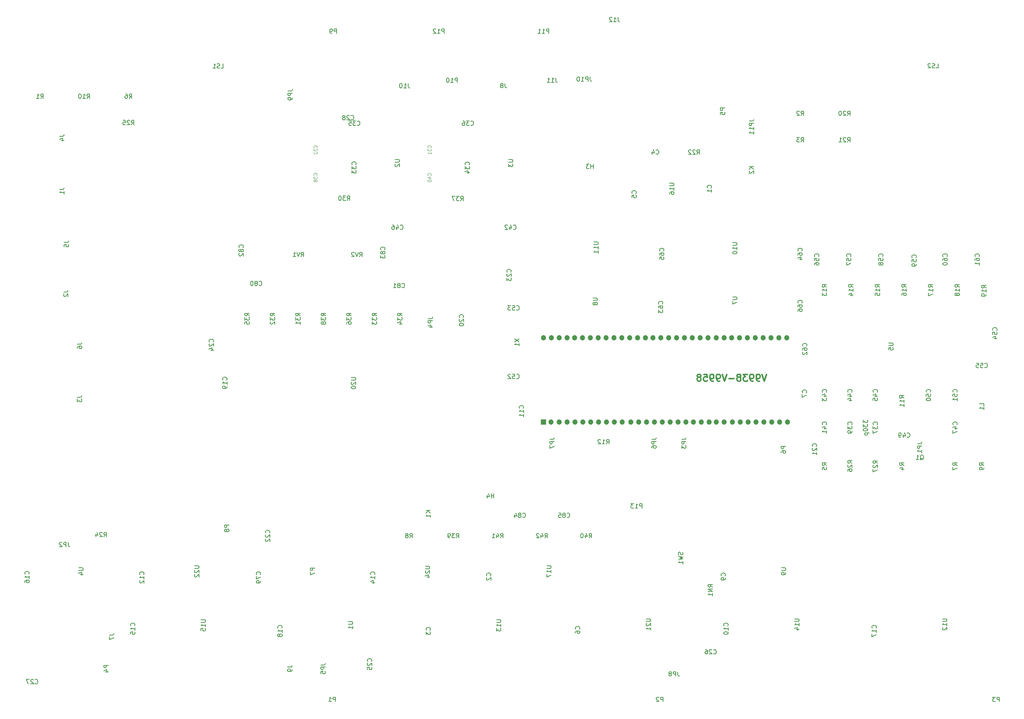
<source format=gbr>
%TF.GenerationSoftware,KiCad,Pcbnew,(6.0.11)*%
%TF.CreationDate,2023-12-29T11:58:43-05:00*%
%TF.ProjectId,input-output.Media,696e7075-742d-46f7-9574-7075742e4d65,rev?*%
%TF.SameCoordinates,Original*%
%TF.FileFunction,Legend,Bot*%
%TF.FilePolarity,Positive*%
%FSLAX46Y46*%
G04 Gerber Fmt 4.6, Leading zero omitted, Abs format (unit mm)*
G04 Created by KiCad (PCBNEW (6.0.11)) date 2023-12-29 11:58:43*
%MOMM*%
%LPD*%
G01*
G04 APERTURE LIST*
%ADD10C,0.150000*%
%ADD11C,0.114000*%
%ADD12C,0.304800*%
%ADD13R,1.173480X1.173480*%
%ADD14C,1.198880*%
G04 APERTURE END LIST*
D10*
%TO.C,P2*%
X186738095Y-226452380D02*
X186738095Y-225452380D01*
X186357142Y-225452380D01*
X186261904Y-225500000D01*
X186214285Y-225547619D01*
X186166666Y-225642857D01*
X186166666Y-225785714D01*
X186214285Y-225880952D01*
X186261904Y-225928571D01*
X186357142Y-225976190D01*
X186738095Y-225976190D01*
X185785714Y-225547619D02*
X185738095Y-225500000D01*
X185642857Y-225452380D01*
X185404761Y-225452380D01*
X185309523Y-225500000D01*
X185261904Y-225547619D01*
X185214285Y-225642857D01*
X185214285Y-225738095D01*
X185261904Y-225880952D01*
X185833333Y-226452380D01*
X185214285Y-226452380D01*
%TO.C,P3*%
X262738095Y-226452380D02*
X262738095Y-225452380D01*
X262357142Y-225452380D01*
X262261904Y-225500000D01*
X262214285Y-225547619D01*
X262166666Y-225642857D01*
X262166666Y-225785714D01*
X262214285Y-225880952D01*
X262261904Y-225928571D01*
X262357142Y-225976190D01*
X262738095Y-225976190D01*
X261833333Y-225452380D02*
X261214285Y-225452380D01*
X261547619Y-225833333D01*
X261404761Y-225833333D01*
X261309523Y-225880952D01*
X261261904Y-225928571D01*
X261214285Y-226023809D01*
X261214285Y-226261904D01*
X261261904Y-226357142D01*
X261309523Y-226404761D01*
X261404761Y-226452380D01*
X261690476Y-226452380D01*
X261785714Y-226404761D01*
X261833333Y-226357142D01*
%TO.C,P1*%
X112738095Y-226452380D02*
X112738095Y-225452380D01*
X112357142Y-225452380D01*
X112261904Y-225500000D01*
X112214285Y-225547619D01*
X112166666Y-225642857D01*
X112166666Y-225785714D01*
X112214285Y-225880952D01*
X112261904Y-225928571D01*
X112357142Y-225976190D01*
X112738095Y-225976190D01*
X111214285Y-226452380D02*
X111785714Y-226452380D01*
X111500000Y-226452380D02*
X111500000Y-225452380D01*
X111595238Y-225595238D01*
X111690476Y-225690476D01*
X111785714Y-225738095D01*
%TO.C,Q1*%
X244845238Y-171797619D02*
X244940476Y-171750000D01*
X245035714Y-171654761D01*
X245178571Y-171511904D01*
X245273809Y-171464285D01*
X245369047Y-171464285D01*
X245321428Y-171702380D02*
X245416666Y-171654761D01*
X245511904Y-171559523D01*
X245559523Y-171369047D01*
X245559523Y-171035714D01*
X245511904Y-170845238D01*
X245416666Y-170750000D01*
X245321428Y-170702380D01*
X245130952Y-170702380D01*
X245035714Y-170750000D01*
X244940476Y-170845238D01*
X244892857Y-171035714D01*
X244892857Y-171369047D01*
X244940476Y-171559523D01*
X245035714Y-171654761D01*
X245130952Y-171702380D01*
X245321428Y-171702380D01*
X243940476Y-171702380D02*
X244511904Y-171702380D01*
X244226190Y-171702380D02*
X244226190Y-170702380D01*
X244321428Y-170845238D01*
X244416666Y-170940476D01*
X244511904Y-170988095D01*
%TO.C,H3*%
X171011904Y-105952380D02*
X171011904Y-104952380D01*
X171011904Y-105428571D02*
X170440476Y-105428571D01*
X170440476Y-105952380D02*
X170440476Y-104952380D01*
X170059523Y-104952380D02*
X169440476Y-104952380D01*
X169773809Y-105333333D01*
X169630952Y-105333333D01*
X169535714Y-105380952D01*
X169488095Y-105428571D01*
X169440476Y-105523809D01*
X169440476Y-105761904D01*
X169488095Y-105857142D01*
X169535714Y-105904761D01*
X169630952Y-105952380D01*
X169916666Y-105952380D01*
X170011904Y-105904761D01*
X170059523Y-105857142D01*
%TO.C,J12*%
X176559523Y-71747380D02*
X176559523Y-72461666D01*
X176607142Y-72604523D01*
X176702380Y-72699761D01*
X176845238Y-72747380D01*
X176940476Y-72747380D01*
X175559523Y-72747380D02*
X176130952Y-72747380D01*
X175845238Y-72747380D02*
X175845238Y-71747380D01*
X175940476Y-71890238D01*
X176035714Y-71985476D01*
X176130952Y-72033095D01*
X175178571Y-71842619D02*
X175130952Y-71795000D01*
X175035714Y-71747380D01*
X174797619Y-71747380D01*
X174702380Y-71795000D01*
X174654761Y-71842619D01*
X174607142Y-71937857D01*
X174607142Y-72033095D01*
X174654761Y-72175952D01*
X175226190Y-72747380D01*
X174607142Y-72747380D01*
%TO.C,C60*%
X250857121Y-125857142D02*
X250904740Y-125809523D01*
X250952359Y-125666666D01*
X250952359Y-125571428D01*
X250904740Y-125428571D01*
X250809502Y-125333333D01*
X250714264Y-125285714D01*
X250523788Y-125238095D01*
X250380931Y-125238095D01*
X250190455Y-125285714D01*
X250095217Y-125333333D01*
X249999979Y-125428571D01*
X249952359Y-125571428D01*
X249952359Y-125666666D01*
X249999979Y-125809523D01*
X250047598Y-125857142D01*
X249952359Y-126714285D02*
X249952359Y-126523809D01*
X249999979Y-126428571D01*
X250047598Y-126380952D01*
X250190455Y-126285714D01*
X250380931Y-126238095D01*
X250761883Y-126238095D01*
X250857121Y-126285714D01*
X250904740Y-126333333D01*
X250952359Y-126428571D01*
X250952359Y-126619047D01*
X250904740Y-126714285D01*
X250857121Y-126761904D01*
X250761883Y-126809523D01*
X250523788Y-126809523D01*
X250428550Y-126761904D01*
X250380931Y-126714285D01*
X250333312Y-126619047D01*
X250333312Y-126428571D01*
X250380931Y-126333333D01*
X250428550Y-126285714D01*
X250523788Y-126238095D01*
X249952359Y-127428571D02*
X249952359Y-127523809D01*
X249999979Y-127619047D01*
X250047598Y-127666666D01*
X250142836Y-127714285D01*
X250333312Y-127761904D01*
X250571407Y-127761904D01*
X250761883Y-127714285D01*
X250857121Y-127666666D01*
X250904740Y-127619047D01*
X250952359Y-127523809D01*
X250952359Y-127428571D01*
X250904740Y-127333333D01*
X250857121Y-127285714D01*
X250761883Y-127238095D01*
X250571407Y-127190476D01*
X250333312Y-127190476D01*
X250142836Y-127238095D01*
X250047598Y-127285714D01*
X249999979Y-127333333D01*
X249952359Y-127428571D01*
%TO.C,C34*%
X142941842Y-105087142D02*
X142989461Y-105039523D01*
X143037080Y-104896666D01*
X143037080Y-104801428D01*
X142989461Y-104658571D01*
X142894223Y-104563333D01*
X142798985Y-104515714D01*
X142608509Y-104468095D01*
X142465652Y-104468095D01*
X142275176Y-104515714D01*
X142179938Y-104563333D01*
X142084700Y-104658571D01*
X142037080Y-104801428D01*
X142037080Y-104896666D01*
X142084700Y-105039523D01*
X142132319Y-105087142D01*
X142037080Y-105420476D02*
X142037080Y-106039523D01*
X142418033Y-105706190D01*
X142418033Y-105849047D01*
X142465652Y-105944285D01*
X142513271Y-105991904D01*
X142608509Y-106039523D01*
X142846604Y-106039523D01*
X142941842Y-105991904D01*
X142989461Y-105944285D01*
X143037080Y-105849047D01*
X143037080Y-105563333D01*
X142989461Y-105468095D01*
X142941842Y-105420476D01*
X142370414Y-106896666D02*
X143037080Y-106896666D01*
X141989461Y-106658571D02*
X142703747Y-106420476D01*
X142703747Y-107039523D01*
%TO.C,C43*%
X223607142Y-156527142D02*
X223654761Y-156479523D01*
X223702380Y-156336666D01*
X223702380Y-156241428D01*
X223654761Y-156098571D01*
X223559523Y-156003333D01*
X223464285Y-155955714D01*
X223273809Y-155908095D01*
X223130952Y-155908095D01*
X222940476Y-155955714D01*
X222845238Y-156003333D01*
X222750000Y-156098571D01*
X222702380Y-156241428D01*
X222702380Y-156336666D01*
X222750000Y-156479523D01*
X222797619Y-156527142D01*
X223035714Y-157384285D02*
X223702380Y-157384285D01*
X222654761Y-157146190D02*
X223369047Y-156908095D01*
X223369047Y-157527142D01*
X222702380Y-157812857D02*
X222702380Y-158431904D01*
X223083333Y-158098571D01*
X223083333Y-158241428D01*
X223130952Y-158336666D01*
X223178571Y-158384285D01*
X223273809Y-158431904D01*
X223511904Y-158431904D01*
X223607142Y-158384285D01*
X223654761Y-158336666D01*
X223702380Y-158241428D01*
X223702380Y-157955714D01*
X223654761Y-157860476D01*
X223607142Y-157812857D01*
%TO.C,H4*%
X148511904Y-180452380D02*
X148511904Y-179452380D01*
X148511904Y-179928571D02*
X147940476Y-179928571D01*
X147940476Y-180452380D02*
X147940476Y-179452380D01*
X147035714Y-179785714D02*
X147035714Y-180452380D01*
X147273809Y-179404761D02*
X147511904Y-180119047D01*
X146892857Y-180119047D01*
%TO.C,SW1*%
X191154761Y-192666666D02*
X191202380Y-192809523D01*
X191202380Y-193047619D01*
X191154761Y-193142857D01*
X191107142Y-193190476D01*
X191011904Y-193238095D01*
X190916666Y-193238095D01*
X190821428Y-193190476D01*
X190773809Y-193142857D01*
X190726190Y-193047619D01*
X190678571Y-192857142D01*
X190630952Y-192761904D01*
X190583333Y-192714285D01*
X190488095Y-192666666D01*
X190392857Y-192666666D01*
X190297619Y-192714285D01*
X190250000Y-192761904D01*
X190202380Y-192857142D01*
X190202380Y-193095238D01*
X190250000Y-193238095D01*
X190202380Y-193571428D02*
X191202380Y-193809523D01*
X190488095Y-194000000D01*
X191202380Y-194190476D01*
X190202380Y-194428571D01*
X191202380Y-195333333D02*
X191202380Y-194761904D01*
X191202380Y-195047619D02*
X190202380Y-195047619D01*
X190345238Y-194952380D01*
X190440476Y-194857142D01*
X190488095Y-194761904D01*
%TO.C,U17*%
X160467380Y-195751904D02*
X161276904Y-195751904D01*
X161372142Y-195799523D01*
X161419761Y-195847142D01*
X161467380Y-195942380D01*
X161467380Y-196132857D01*
X161419761Y-196228095D01*
X161372142Y-196275714D01*
X161276904Y-196323333D01*
X160467380Y-196323333D01*
X161467380Y-197323333D02*
X161467380Y-196751904D01*
X161467380Y-197037619D02*
X160467380Y-197037619D01*
X160610238Y-196942380D01*
X160705476Y-196847142D01*
X160753095Y-196751904D01*
X160467380Y-197656666D02*
X160467380Y-198323333D01*
X161467380Y-197894761D01*
%TO.C,C59*%
X243857100Y-126107142D02*
X243904719Y-126059523D01*
X243952338Y-125916666D01*
X243952338Y-125821428D01*
X243904719Y-125678571D01*
X243809481Y-125583333D01*
X243714243Y-125535714D01*
X243523767Y-125488095D01*
X243380910Y-125488095D01*
X243190434Y-125535714D01*
X243095196Y-125583333D01*
X242999958Y-125678571D01*
X242952338Y-125821428D01*
X242952338Y-125916666D01*
X242999958Y-126059523D01*
X243047577Y-126107142D01*
X242952338Y-127011904D02*
X242952338Y-126535714D01*
X243428529Y-126488095D01*
X243380910Y-126535714D01*
X243333291Y-126630952D01*
X243333291Y-126869047D01*
X243380910Y-126964285D01*
X243428529Y-127011904D01*
X243523767Y-127059523D01*
X243761862Y-127059523D01*
X243857100Y-127011904D01*
X243904719Y-126964285D01*
X243952338Y-126869047D01*
X243952338Y-126630952D01*
X243904719Y-126535714D01*
X243857100Y-126488095D01*
X243952338Y-127535714D02*
X243952338Y-127726190D01*
X243904719Y-127821428D01*
X243857100Y-127869047D01*
X243714243Y-127964285D01*
X243523767Y-128011904D01*
X243142815Y-128011904D01*
X243047577Y-127964285D01*
X242999958Y-127916666D01*
X242952338Y-127821428D01*
X242952338Y-127630952D01*
X242999958Y-127535714D01*
X243047577Y-127488095D01*
X243142815Y-127440476D01*
X243380910Y-127440476D01*
X243476148Y-127488095D01*
X243523767Y-127535714D01*
X243571386Y-127630952D01*
X243571386Y-127821428D01*
X243523767Y-127916666D01*
X243476148Y-127964285D01*
X243380910Y-128011904D01*
%TO.C,J1*%
X50447380Y-110656666D02*
X51161666Y-110656666D01*
X51304523Y-110609047D01*
X51399761Y-110513809D01*
X51447380Y-110370952D01*
X51447380Y-110275714D01*
X51447380Y-111656666D02*
X51447380Y-111085238D01*
X51447380Y-111370952D02*
X50447380Y-111370952D01*
X50590238Y-111275714D01*
X50685476Y-111180476D01*
X50733095Y-111085238D01*
%TO.C,JP9*%
X102032380Y-88406666D02*
X102746666Y-88406666D01*
X102889523Y-88359047D01*
X102984761Y-88263809D01*
X103032380Y-88120952D01*
X103032380Y-88025714D01*
X103032380Y-88882857D02*
X102032380Y-88882857D01*
X102032380Y-89263809D01*
X102080000Y-89359047D01*
X102127619Y-89406666D01*
X102222857Y-89454285D01*
X102365714Y-89454285D01*
X102460952Y-89406666D01*
X102508571Y-89359047D01*
X102556190Y-89263809D01*
X102556190Y-88882857D01*
X103032380Y-89930476D02*
X103032380Y-90120952D01*
X102984761Y-90216190D01*
X102937142Y-90263809D01*
X102794285Y-90359047D01*
X102603809Y-90406666D01*
X102222857Y-90406666D01*
X102127619Y-90359047D01*
X102080000Y-90311428D01*
X102032380Y-90216190D01*
X102032380Y-90025714D01*
X102080000Y-89930476D01*
X102127619Y-89882857D01*
X102222857Y-89835238D01*
X102460952Y-89835238D01*
X102556190Y-89882857D01*
X102603809Y-89930476D01*
X102651428Y-90025714D01*
X102651428Y-90216190D01*
X102603809Y-90311428D01*
X102556190Y-90359047D01*
X102460952Y-90406666D01*
%TO.C,C5*%
X180607142Y-111583333D02*
X180654761Y-111535714D01*
X180702380Y-111392857D01*
X180702380Y-111297619D01*
X180654761Y-111154761D01*
X180559523Y-111059523D01*
X180464285Y-111011904D01*
X180273809Y-110964285D01*
X180130952Y-110964285D01*
X179940476Y-111011904D01*
X179845238Y-111059523D01*
X179750000Y-111154761D01*
X179702380Y-111297619D01*
X179702380Y-111392857D01*
X179750000Y-111535714D01*
X179797619Y-111583333D01*
X179702380Y-112488095D02*
X179702380Y-112011904D01*
X180178571Y-111964285D01*
X180130952Y-112011904D01*
X180083333Y-112107142D01*
X180083333Y-112345238D01*
X180130952Y-112440476D01*
X180178571Y-112488095D01*
X180273809Y-112535714D01*
X180511904Y-112535714D01*
X180607142Y-112488095D01*
X180654761Y-112440476D01*
X180702380Y-112345238D01*
X180702380Y-112107142D01*
X180654761Y-112011904D01*
X180607142Y-111964285D01*
%TO.C,JP4*%
X133702380Y-139861666D02*
X134416666Y-139861666D01*
X134559523Y-139814047D01*
X134654761Y-139718809D01*
X134702380Y-139575952D01*
X134702380Y-139480714D01*
X134702380Y-140337857D02*
X133702380Y-140337857D01*
X133702380Y-140718809D01*
X133750000Y-140814047D01*
X133797619Y-140861666D01*
X133892857Y-140909285D01*
X134035714Y-140909285D01*
X134130952Y-140861666D01*
X134178571Y-140814047D01*
X134226190Y-140718809D01*
X134226190Y-140337857D01*
X134035714Y-141766428D02*
X134702380Y-141766428D01*
X133654761Y-141528333D02*
X134369047Y-141290238D01*
X134369047Y-141909285D01*
%TO.C,R17*%
X247702380Y-132777142D02*
X247226190Y-132443809D01*
X247702380Y-132205714D02*
X246702380Y-132205714D01*
X246702380Y-132586666D01*
X246750000Y-132681904D01*
X246797619Y-132729523D01*
X246892857Y-132777142D01*
X247035714Y-132777142D01*
X247130952Y-132729523D01*
X247178571Y-132681904D01*
X247226190Y-132586666D01*
X247226190Y-132205714D01*
X247702380Y-133729523D02*
X247702380Y-133158095D01*
X247702380Y-133443809D02*
X246702380Y-133443809D01*
X246845238Y-133348571D01*
X246940476Y-133253333D01*
X246988095Y-133158095D01*
X246702380Y-134062857D02*
X246702380Y-134729523D01*
X247702380Y-134300952D01*
%TO.C,JP2*%
X52383333Y-190452380D02*
X52383333Y-191166666D01*
X52430952Y-191309523D01*
X52526190Y-191404761D01*
X52669047Y-191452380D01*
X52764285Y-191452380D01*
X51907142Y-191452380D02*
X51907142Y-190452380D01*
X51526190Y-190452380D01*
X51430952Y-190500000D01*
X51383333Y-190547619D01*
X51335714Y-190642857D01*
X51335714Y-190785714D01*
X51383333Y-190880952D01*
X51430952Y-190928571D01*
X51526190Y-190976190D01*
X51907142Y-190976190D01*
X50954761Y-190547619D02*
X50907142Y-190500000D01*
X50811904Y-190452380D01*
X50573809Y-190452380D01*
X50478571Y-190500000D01*
X50430952Y-190547619D01*
X50383333Y-190642857D01*
X50383333Y-190738095D01*
X50430952Y-190880952D01*
X51002380Y-191452380D01*
X50383333Y-191452380D01*
%TO.C,R30*%
X115384857Y-113152380D02*
X115718190Y-112676190D01*
X115956285Y-113152380D02*
X115956285Y-112152380D01*
X115575333Y-112152380D01*
X115480095Y-112200000D01*
X115432476Y-112247619D01*
X115384857Y-112342857D01*
X115384857Y-112485714D01*
X115432476Y-112580952D01*
X115480095Y-112628571D01*
X115575333Y-112676190D01*
X115956285Y-112676190D01*
X115051523Y-112152380D02*
X114432476Y-112152380D01*
X114765809Y-112533333D01*
X114622952Y-112533333D01*
X114527714Y-112580952D01*
X114480095Y-112628571D01*
X114432476Y-112723809D01*
X114432476Y-112961904D01*
X114480095Y-113057142D01*
X114527714Y-113104761D01*
X114622952Y-113152380D01*
X114908666Y-113152380D01*
X115003904Y-113104761D01*
X115051523Y-113057142D01*
X113813428Y-112152380D02*
X113718190Y-112152380D01*
X113622952Y-112200000D01*
X113575333Y-112247619D01*
X113527714Y-112342857D01*
X113480095Y-112533333D01*
X113480095Y-112771428D01*
X113527714Y-112961904D01*
X113575333Y-113057142D01*
X113622952Y-113104761D01*
X113718190Y-113152380D01*
X113813428Y-113152380D01*
X113908666Y-113104761D01*
X113956285Y-113057142D01*
X114003904Y-112961904D01*
X114051523Y-112771428D01*
X114051523Y-112533333D01*
X114003904Y-112342857D01*
X113956285Y-112247619D01*
X113908666Y-112200000D01*
X113813428Y-112152380D01*
%TO.C,C85*%
X165042857Y-184757142D02*
X165090476Y-184804761D01*
X165233333Y-184852380D01*
X165328571Y-184852380D01*
X165471428Y-184804761D01*
X165566666Y-184709523D01*
X165614285Y-184614285D01*
X165661904Y-184423809D01*
X165661904Y-184280952D01*
X165614285Y-184090476D01*
X165566666Y-183995238D01*
X165471428Y-183900000D01*
X165328571Y-183852380D01*
X165233333Y-183852380D01*
X165090476Y-183900000D01*
X165042857Y-183947619D01*
X164471428Y-184280952D02*
X164566666Y-184233333D01*
X164614285Y-184185714D01*
X164661904Y-184090476D01*
X164661904Y-184042857D01*
X164614285Y-183947619D01*
X164566666Y-183900000D01*
X164471428Y-183852380D01*
X164280952Y-183852380D01*
X164185714Y-183900000D01*
X164138095Y-183947619D01*
X164090476Y-184042857D01*
X164090476Y-184090476D01*
X164138095Y-184185714D01*
X164185714Y-184233333D01*
X164280952Y-184280952D01*
X164471428Y-184280952D01*
X164566666Y-184328571D01*
X164614285Y-184376190D01*
X164661904Y-184471428D01*
X164661904Y-184661904D01*
X164614285Y-184757142D01*
X164566666Y-184804761D01*
X164471428Y-184852380D01*
X164280952Y-184852380D01*
X164185714Y-184804761D01*
X164138095Y-184757142D01*
X164090476Y-184661904D01*
X164090476Y-184471428D01*
X164138095Y-184376190D01*
X164185714Y-184328571D01*
X164280952Y-184280952D01*
X163185714Y-183852380D02*
X163661904Y-183852380D01*
X163709523Y-184328571D01*
X163661904Y-184280952D01*
X163566666Y-184233333D01*
X163328571Y-184233333D01*
X163233333Y-184280952D01*
X163185714Y-184328571D01*
X163138095Y-184423809D01*
X163138095Y-184661904D01*
X163185714Y-184757142D01*
X163233333Y-184804761D01*
X163328571Y-184852380D01*
X163566666Y-184852380D01*
X163661904Y-184804761D01*
X163709523Y-184757142D01*
%TO.C,R16*%
X241702380Y-132777142D02*
X241226190Y-132443809D01*
X241702380Y-132205714D02*
X240702380Y-132205714D01*
X240702380Y-132586666D01*
X240750000Y-132681904D01*
X240797619Y-132729523D01*
X240892857Y-132777142D01*
X241035714Y-132777142D01*
X241130952Y-132729523D01*
X241178571Y-132681904D01*
X241226190Y-132586666D01*
X241226190Y-132205714D01*
X241702380Y-133729523D02*
X241702380Y-133158095D01*
X241702380Y-133443809D02*
X240702380Y-133443809D01*
X240845238Y-133348571D01*
X240940476Y-133253333D01*
X240988095Y-133158095D01*
X240702380Y-134586666D02*
X240702380Y-134396190D01*
X240750000Y-134300952D01*
X240797619Y-134253333D01*
X240940476Y-134158095D01*
X241130952Y-134110476D01*
X241511904Y-134110476D01*
X241607142Y-134158095D01*
X241654761Y-134205714D01*
X241702380Y-134300952D01*
X241702380Y-134491428D01*
X241654761Y-134586666D01*
X241607142Y-134634285D01*
X241511904Y-134681904D01*
X241273809Y-134681904D01*
X241178571Y-134634285D01*
X241130952Y-134586666D01*
X241083333Y-134491428D01*
X241083333Y-134300952D01*
X241130952Y-134205714D01*
X241178571Y-134158095D01*
X241273809Y-134110476D01*
%TO.C,C80*%
X95492857Y-132307142D02*
X95540476Y-132354761D01*
X95683333Y-132402380D01*
X95778571Y-132402380D01*
X95921428Y-132354761D01*
X96016666Y-132259523D01*
X96064285Y-132164285D01*
X96111904Y-131973809D01*
X96111904Y-131830952D01*
X96064285Y-131640476D01*
X96016666Y-131545238D01*
X95921428Y-131450000D01*
X95778571Y-131402380D01*
X95683333Y-131402380D01*
X95540476Y-131450000D01*
X95492857Y-131497619D01*
X94921428Y-131830952D02*
X95016666Y-131783333D01*
X95064285Y-131735714D01*
X95111904Y-131640476D01*
X95111904Y-131592857D01*
X95064285Y-131497619D01*
X95016666Y-131450000D01*
X94921428Y-131402380D01*
X94730952Y-131402380D01*
X94635714Y-131450000D01*
X94588095Y-131497619D01*
X94540476Y-131592857D01*
X94540476Y-131640476D01*
X94588095Y-131735714D01*
X94635714Y-131783333D01*
X94730952Y-131830952D01*
X94921428Y-131830952D01*
X95016666Y-131878571D01*
X95064285Y-131926190D01*
X95111904Y-132021428D01*
X95111904Y-132211904D01*
X95064285Y-132307142D01*
X95016666Y-132354761D01*
X94921428Y-132402380D01*
X94730952Y-132402380D01*
X94635714Y-132354761D01*
X94588095Y-132307142D01*
X94540476Y-132211904D01*
X94540476Y-132021428D01*
X94588095Y-131926190D01*
X94635714Y-131878571D01*
X94730952Y-131830952D01*
X93921428Y-131402380D02*
X93826190Y-131402380D01*
X93730952Y-131450000D01*
X93683333Y-131497619D01*
X93635714Y-131592857D01*
X93588095Y-131783333D01*
X93588095Y-132021428D01*
X93635714Y-132211904D01*
X93683333Y-132307142D01*
X93730952Y-132354761D01*
X93826190Y-132402380D01*
X93921428Y-132402380D01*
X94016666Y-132354761D01*
X94064285Y-132307142D01*
X94111904Y-132211904D01*
X94159523Y-132021428D01*
X94159523Y-131783333D01*
X94111904Y-131592857D01*
X94064285Y-131497619D01*
X94016666Y-131450000D01*
X93921428Y-131402380D01*
%TO.C,LS1*%
X86892857Y-83252380D02*
X87369047Y-83252380D01*
X87369047Y-82252380D01*
X86607142Y-83204761D02*
X86464285Y-83252380D01*
X86226190Y-83252380D01*
X86130952Y-83204761D01*
X86083333Y-83157142D01*
X86035714Y-83061904D01*
X86035714Y-82966666D01*
X86083333Y-82871428D01*
X86130952Y-82823809D01*
X86226190Y-82776190D01*
X86416666Y-82728571D01*
X86511904Y-82680952D01*
X86559523Y-82633333D01*
X86607142Y-82538095D01*
X86607142Y-82442857D01*
X86559523Y-82347619D01*
X86511904Y-82300000D01*
X86416666Y-82252380D01*
X86178571Y-82252380D01*
X86035714Y-82300000D01*
X85083333Y-83252380D02*
X85654761Y-83252380D01*
X85369047Y-83252380D02*
X85369047Y-82252380D01*
X85464285Y-82395238D01*
X85559523Y-82490476D01*
X85654761Y-82538095D01*
%TO.C,C61*%
X258107121Y-125857142D02*
X258154740Y-125809523D01*
X258202359Y-125666666D01*
X258202359Y-125571428D01*
X258154740Y-125428571D01*
X258059502Y-125333333D01*
X257964264Y-125285714D01*
X257773788Y-125238095D01*
X257630931Y-125238095D01*
X257440455Y-125285714D01*
X257345217Y-125333333D01*
X257249979Y-125428571D01*
X257202359Y-125571428D01*
X257202359Y-125666666D01*
X257249979Y-125809523D01*
X257297598Y-125857142D01*
X257202359Y-126714285D02*
X257202359Y-126523809D01*
X257249979Y-126428571D01*
X257297598Y-126380952D01*
X257440455Y-126285714D01*
X257630931Y-126238095D01*
X258011883Y-126238095D01*
X258107121Y-126285714D01*
X258154740Y-126333333D01*
X258202359Y-126428571D01*
X258202359Y-126619047D01*
X258154740Y-126714285D01*
X258107121Y-126761904D01*
X258011883Y-126809523D01*
X257773788Y-126809523D01*
X257678550Y-126761904D01*
X257630931Y-126714285D01*
X257583312Y-126619047D01*
X257583312Y-126428571D01*
X257630931Y-126333333D01*
X257678550Y-126285714D01*
X257773788Y-126238095D01*
X258202359Y-127761904D02*
X258202359Y-127190476D01*
X258202359Y-127476190D02*
X257202359Y-127476190D01*
X257345217Y-127380952D01*
X257440455Y-127285714D01*
X257488074Y-127190476D01*
%TO.C,R15*%
X235702380Y-132777142D02*
X235226190Y-132443809D01*
X235702380Y-132205714D02*
X234702380Y-132205714D01*
X234702380Y-132586666D01*
X234750000Y-132681904D01*
X234797619Y-132729523D01*
X234892857Y-132777142D01*
X235035714Y-132777142D01*
X235130952Y-132729523D01*
X235178571Y-132681904D01*
X235226190Y-132586666D01*
X235226190Y-132205714D01*
X235702380Y-133729523D02*
X235702380Y-133158095D01*
X235702380Y-133443809D02*
X234702380Y-133443809D01*
X234845238Y-133348571D01*
X234940476Y-133253333D01*
X234988095Y-133158095D01*
X234702380Y-134634285D02*
X234702380Y-134158095D01*
X235178571Y-134110476D01*
X235130952Y-134158095D01*
X235083333Y-134253333D01*
X235083333Y-134491428D01*
X235130952Y-134586666D01*
X235178571Y-134634285D01*
X235273809Y-134681904D01*
X235511904Y-134681904D01*
X235607142Y-134634285D01*
X235654761Y-134586666D01*
X235702380Y-134491428D01*
X235702380Y-134253333D01*
X235654761Y-134158095D01*
X235607142Y-134110476D01*
%TO.C,R22*%
X194392857Y-102702380D02*
X194726190Y-102226190D01*
X194964285Y-102702380D02*
X194964285Y-101702380D01*
X194583333Y-101702380D01*
X194488095Y-101750000D01*
X194440476Y-101797619D01*
X194392857Y-101892857D01*
X194392857Y-102035714D01*
X194440476Y-102130952D01*
X194488095Y-102178571D01*
X194583333Y-102226190D01*
X194964285Y-102226190D01*
X194011904Y-101797619D02*
X193964285Y-101750000D01*
X193869047Y-101702380D01*
X193630952Y-101702380D01*
X193535714Y-101750000D01*
X193488095Y-101797619D01*
X193440476Y-101892857D01*
X193440476Y-101988095D01*
X193488095Y-102130952D01*
X194059523Y-102702380D01*
X193440476Y-102702380D01*
X193059523Y-101797619D02*
X193011904Y-101750000D01*
X192916666Y-101702380D01*
X192678571Y-101702380D01*
X192583333Y-101750000D01*
X192535714Y-101797619D01*
X192488095Y-101892857D01*
X192488095Y-101988095D01*
X192535714Y-102130952D01*
X193107142Y-102702380D01*
X192488095Y-102702380D01*
%TO.C,U1*%
X115632380Y-208428095D02*
X116441904Y-208428095D01*
X116537142Y-208475714D01*
X116584761Y-208523333D01*
X116632380Y-208618571D01*
X116632380Y-208809047D01*
X116584761Y-208904285D01*
X116537142Y-208951904D01*
X116441904Y-208999523D01*
X115632380Y-208999523D01*
X116632380Y-209999523D02*
X116632380Y-209428095D01*
X116632380Y-209713809D02*
X115632380Y-209713809D01*
X115775238Y-209618571D01*
X115870476Y-209523333D01*
X115918095Y-209428095D01*
%TO.C,JP8*%
X190083333Y-219702380D02*
X190083333Y-220416666D01*
X190130952Y-220559523D01*
X190226190Y-220654761D01*
X190369047Y-220702380D01*
X190464285Y-220702380D01*
X189607142Y-220702380D02*
X189607142Y-219702380D01*
X189226190Y-219702380D01*
X189130952Y-219750000D01*
X189083333Y-219797619D01*
X189035714Y-219892857D01*
X189035714Y-220035714D01*
X189083333Y-220130952D01*
X189130952Y-220178571D01*
X189226190Y-220226190D01*
X189607142Y-220226190D01*
X188464285Y-220130952D02*
X188559523Y-220083333D01*
X188607142Y-220035714D01*
X188654761Y-219940476D01*
X188654761Y-219892857D01*
X188607142Y-219797619D01*
X188559523Y-219750000D01*
X188464285Y-219702380D01*
X188273809Y-219702380D01*
X188178571Y-219750000D01*
X188130952Y-219797619D01*
X188083333Y-219892857D01*
X188083333Y-219940476D01*
X188130952Y-220035714D01*
X188178571Y-220083333D01*
X188273809Y-220130952D01*
X188464285Y-220130952D01*
X188559523Y-220178571D01*
X188607142Y-220226190D01*
X188654761Y-220321428D01*
X188654761Y-220511904D01*
X188607142Y-220607142D01*
X188559523Y-220654761D01*
X188464285Y-220702380D01*
X188273809Y-220702380D01*
X188178571Y-220654761D01*
X188130952Y-220607142D01*
X188083333Y-220511904D01*
X188083333Y-220321428D01*
X188130952Y-220226190D01*
X188178571Y-220178571D01*
X188273809Y-220130952D01*
%TO.C,U4*%
X54747380Y-196228095D02*
X55556904Y-196228095D01*
X55652142Y-196275714D01*
X55699761Y-196323333D01*
X55747380Y-196418571D01*
X55747380Y-196609047D01*
X55699761Y-196704285D01*
X55652142Y-196751904D01*
X55556904Y-196799523D01*
X54747380Y-196799523D01*
X55080714Y-197704285D02*
X55747380Y-197704285D01*
X54699761Y-197466190D02*
X55414047Y-197228095D01*
X55414047Y-197847142D01*
%TO.C,L1*%
X259202380Y-159583333D02*
X259202380Y-159107142D01*
X258202380Y-159107142D01*
X259202380Y-160440476D02*
X259202380Y-159869047D01*
X259202380Y-160154761D02*
X258202380Y-160154761D01*
X258345238Y-160059523D01*
X258440476Y-159964285D01*
X258488095Y-159869047D01*
%TO.C,P8*%
X88702380Y-186531904D02*
X87702380Y-186531904D01*
X87702380Y-186912857D01*
X87750000Y-187008095D01*
X87797619Y-187055714D01*
X87892857Y-187103333D01*
X88035714Y-187103333D01*
X88130952Y-187055714D01*
X88178571Y-187008095D01*
X88226190Y-186912857D01*
X88226190Y-186531904D01*
X88130952Y-187674761D02*
X88083333Y-187579523D01*
X88035714Y-187531904D01*
X87940476Y-187484285D01*
X87892857Y-187484285D01*
X87797619Y-187531904D01*
X87750000Y-187579523D01*
X87702380Y-187674761D01*
X87702380Y-187865238D01*
X87750000Y-187960476D01*
X87797619Y-188008095D01*
X87892857Y-188055714D01*
X87940476Y-188055714D01*
X88035714Y-188008095D01*
X88083333Y-187960476D01*
X88130952Y-187865238D01*
X88130952Y-187674761D01*
X88178571Y-187579523D01*
X88226190Y-187531904D01*
X88321428Y-187484285D01*
X88511904Y-187484285D01*
X88607142Y-187531904D01*
X88654761Y-187579523D01*
X88702380Y-187674761D01*
X88702380Y-187865238D01*
X88654761Y-187960476D01*
X88607142Y-188008095D01*
X88511904Y-188055714D01*
X88321428Y-188055714D01*
X88226190Y-188008095D01*
X88178571Y-187960476D01*
X88130952Y-187865238D01*
%TO.C,J8*%
X151048333Y-86692380D02*
X151048333Y-87406666D01*
X151095952Y-87549523D01*
X151191190Y-87644761D01*
X151334047Y-87692380D01*
X151429285Y-87692380D01*
X150429285Y-87120952D02*
X150524523Y-87073333D01*
X150572142Y-87025714D01*
X150619761Y-86930476D01*
X150619761Y-86882857D01*
X150572142Y-86787619D01*
X150524523Y-86740000D01*
X150429285Y-86692380D01*
X150238809Y-86692380D01*
X150143571Y-86740000D01*
X150095952Y-86787619D01*
X150048333Y-86882857D01*
X150048333Y-86930476D01*
X150095952Y-87025714D01*
X150143571Y-87073333D01*
X150238809Y-87120952D01*
X150429285Y-87120952D01*
X150524523Y-87168571D01*
X150572142Y-87216190D01*
X150619761Y-87311428D01*
X150619761Y-87501904D01*
X150572142Y-87597142D01*
X150524523Y-87644761D01*
X150429285Y-87692380D01*
X150238809Y-87692380D01*
X150143571Y-87644761D01*
X150095952Y-87597142D01*
X150048333Y-87501904D01*
X150048333Y-87311428D01*
X150095952Y-87216190D01*
X150143571Y-87168571D01*
X150238809Y-87120952D01*
%TO.C,J4*%
X50447380Y-98656666D02*
X51161666Y-98656666D01*
X51304523Y-98609047D01*
X51399761Y-98513809D01*
X51447380Y-98370952D01*
X51447380Y-98275714D01*
X50780714Y-99561428D02*
X51447380Y-99561428D01*
X50399761Y-99323333D02*
X51114047Y-99085238D01*
X51114047Y-99704285D01*
%TO.C,R3*%
X217916666Y-99952380D02*
X218250000Y-99476190D01*
X218488095Y-99952380D02*
X218488095Y-98952380D01*
X218107142Y-98952380D01*
X218011904Y-99000000D01*
X217964285Y-99047619D01*
X217916666Y-99142857D01*
X217916666Y-99285714D01*
X217964285Y-99380952D01*
X218011904Y-99428571D01*
X218107142Y-99476190D01*
X218488095Y-99476190D01*
X217583333Y-98952380D02*
X216964285Y-98952380D01*
X217297619Y-99333333D01*
X217154761Y-99333333D01*
X217059523Y-99380952D01*
X217011904Y-99428571D01*
X216964285Y-99523809D01*
X216964285Y-99761904D01*
X217011904Y-99857142D01*
X217059523Y-99904761D01*
X217154761Y-99952380D01*
X217440476Y-99952380D01*
X217535714Y-99904761D01*
X217583333Y-99857142D01*
%TO.C,C66*%
X218107142Y-136357142D02*
X218154761Y-136309523D01*
X218202380Y-136166666D01*
X218202380Y-136071428D01*
X218154761Y-135928571D01*
X218059523Y-135833333D01*
X217964285Y-135785714D01*
X217773809Y-135738095D01*
X217630952Y-135738095D01*
X217440476Y-135785714D01*
X217345238Y-135833333D01*
X217250000Y-135928571D01*
X217202380Y-136071428D01*
X217202380Y-136166666D01*
X217250000Y-136309523D01*
X217297619Y-136357142D01*
X217202380Y-137214285D02*
X217202380Y-137023809D01*
X217250000Y-136928571D01*
X217297619Y-136880952D01*
X217440476Y-136785714D01*
X217630952Y-136738095D01*
X218011904Y-136738095D01*
X218107142Y-136785714D01*
X218154761Y-136833333D01*
X218202380Y-136928571D01*
X218202380Y-137119047D01*
X218154761Y-137214285D01*
X218107142Y-137261904D01*
X218011904Y-137309523D01*
X217773809Y-137309523D01*
X217678571Y-137261904D01*
X217630952Y-137214285D01*
X217583333Y-137119047D01*
X217583333Y-136928571D01*
X217630952Y-136833333D01*
X217678571Y-136785714D01*
X217773809Y-136738095D01*
X217202380Y-138166666D02*
X217202380Y-137976190D01*
X217250000Y-137880952D01*
X217297619Y-137833333D01*
X217440476Y-137738095D01*
X217630952Y-137690476D01*
X218011904Y-137690476D01*
X218107142Y-137738095D01*
X218154761Y-137785714D01*
X218202380Y-137880952D01*
X218202380Y-138071428D01*
X218154761Y-138166666D01*
X218107142Y-138214285D01*
X218011904Y-138261904D01*
X217773809Y-138261904D01*
X217678571Y-138214285D01*
X217630952Y-138166666D01*
X217583333Y-138071428D01*
X217583333Y-137880952D01*
X217630952Y-137785714D01*
X217678571Y-137738095D01*
X217773809Y-137690476D01*
%TO.C,U7*%
X202462380Y-134978095D02*
X203271904Y-134978095D01*
X203367142Y-135025714D01*
X203414761Y-135073333D01*
X203462380Y-135168571D01*
X203462380Y-135359047D01*
X203414761Y-135454285D01*
X203367142Y-135501904D01*
X203271904Y-135549523D01*
X202462380Y-135549523D01*
X202462380Y-135930476D02*
X202462380Y-136597142D01*
X203462380Y-136168571D01*
%TO.C,JP6*%
X184202380Y-167166666D02*
X184916666Y-167166666D01*
X185059523Y-167119047D01*
X185154761Y-167023809D01*
X185202380Y-166880952D01*
X185202380Y-166785714D01*
X185202380Y-167642857D02*
X184202380Y-167642857D01*
X184202380Y-168023809D01*
X184250000Y-168119047D01*
X184297619Y-168166666D01*
X184392857Y-168214285D01*
X184535714Y-168214285D01*
X184630952Y-168166666D01*
X184678571Y-168119047D01*
X184726190Y-168023809D01*
X184726190Y-167642857D01*
X184202380Y-169071428D02*
X184202380Y-168880952D01*
X184250000Y-168785714D01*
X184297619Y-168738095D01*
X184440476Y-168642857D01*
X184630952Y-168595238D01*
X185011904Y-168595238D01*
X185107142Y-168642857D01*
X185154761Y-168690476D01*
X185202380Y-168785714D01*
X185202380Y-168976190D01*
X185154761Y-169071428D01*
X185107142Y-169119047D01*
X185011904Y-169166666D01*
X184773809Y-169166666D01*
X184678571Y-169119047D01*
X184630952Y-169071428D01*
X184583333Y-168976190D01*
X184583333Y-168785714D01*
X184630952Y-168690476D01*
X184678571Y-168642857D01*
X184773809Y-168595238D01*
%TO.C,R2*%
X217916666Y-93952380D02*
X218250000Y-93476190D01*
X218488095Y-93952380D02*
X218488095Y-92952380D01*
X218107142Y-92952380D01*
X218011904Y-93000000D01*
X217964285Y-93047619D01*
X217916666Y-93142857D01*
X217916666Y-93285714D01*
X217964285Y-93380952D01*
X218011904Y-93428571D01*
X218107142Y-93476190D01*
X218488095Y-93476190D01*
X217535714Y-93047619D02*
X217488095Y-93000000D01*
X217392857Y-92952380D01*
X217154761Y-92952380D01*
X217059523Y-93000000D01*
X217011904Y-93047619D01*
X216964285Y-93142857D01*
X216964285Y-93238095D01*
X217011904Y-93380952D01*
X217583333Y-93952380D01*
X216964285Y-93952380D01*
%TO.C,R5*%
X223702380Y-173083333D02*
X223226190Y-172750000D01*
X223702380Y-172511904D02*
X222702380Y-172511904D01*
X222702380Y-172892857D01*
X222750000Y-172988095D01*
X222797619Y-173035714D01*
X222892857Y-173083333D01*
X223035714Y-173083333D01*
X223130952Y-173035714D01*
X223178571Y-172988095D01*
X223226190Y-172892857D01*
X223226190Y-172511904D01*
X222702380Y-173988095D02*
X222702380Y-173511904D01*
X223178571Y-173464285D01*
X223130952Y-173511904D01*
X223083333Y-173607142D01*
X223083333Y-173845238D01*
X223130952Y-173940476D01*
X223178571Y-173988095D01*
X223273809Y-174035714D01*
X223511904Y-174035714D01*
X223607142Y-173988095D01*
X223654761Y-173940476D01*
X223702380Y-173845238D01*
X223702380Y-173607142D01*
X223654761Y-173511904D01*
X223607142Y-173464285D01*
%TO.C,R39*%
X140042857Y-189452380D02*
X140376190Y-188976190D01*
X140614285Y-189452380D02*
X140614285Y-188452380D01*
X140233333Y-188452380D01*
X140138095Y-188500000D01*
X140090476Y-188547619D01*
X140042857Y-188642857D01*
X140042857Y-188785714D01*
X140090476Y-188880952D01*
X140138095Y-188928571D01*
X140233333Y-188976190D01*
X140614285Y-188976190D01*
X139709523Y-188452380D02*
X139090476Y-188452380D01*
X139423809Y-188833333D01*
X139280952Y-188833333D01*
X139185714Y-188880952D01*
X139138095Y-188928571D01*
X139090476Y-189023809D01*
X139090476Y-189261904D01*
X139138095Y-189357142D01*
X139185714Y-189404761D01*
X139280952Y-189452380D01*
X139566666Y-189452380D01*
X139661904Y-189404761D01*
X139709523Y-189357142D01*
X138614285Y-189452380D02*
X138423809Y-189452380D01*
X138328571Y-189404761D01*
X138280952Y-189357142D01*
X138185714Y-189214285D01*
X138138095Y-189023809D01*
X138138095Y-188642857D01*
X138185714Y-188547619D01*
X138233333Y-188500000D01*
X138328571Y-188452380D01*
X138519047Y-188452380D01*
X138614285Y-188500000D01*
X138661904Y-188547619D01*
X138709523Y-188642857D01*
X138709523Y-188880952D01*
X138661904Y-188976190D01*
X138614285Y-189023809D01*
X138519047Y-189071428D01*
X138328571Y-189071428D01*
X138233333Y-189023809D01*
X138185714Y-188976190D01*
X138138095Y-188880952D01*
%TO.C,P13*%
X181979285Y-182702380D02*
X181979285Y-181702380D01*
X181598333Y-181702380D01*
X181503095Y-181750000D01*
X181455476Y-181797619D01*
X181407857Y-181892857D01*
X181407857Y-182035714D01*
X181455476Y-182130952D01*
X181503095Y-182178571D01*
X181598333Y-182226190D01*
X181979285Y-182226190D01*
X180455476Y-182702380D02*
X181026904Y-182702380D01*
X180741190Y-182702380D02*
X180741190Y-181702380D01*
X180836428Y-181845238D01*
X180931666Y-181940476D01*
X181026904Y-181988095D01*
X180122142Y-181702380D02*
X179503095Y-181702380D01*
X179836428Y-182083333D01*
X179693571Y-182083333D01*
X179598333Y-182130952D01*
X179550714Y-182178571D01*
X179503095Y-182273809D01*
X179503095Y-182511904D01*
X179550714Y-182607142D01*
X179598333Y-182654761D01*
X179693571Y-182702380D01*
X179979285Y-182702380D01*
X180074523Y-182654761D01*
X180122142Y-182607142D01*
%TO.C,U5*%
X237697380Y-145428095D02*
X238506904Y-145428095D01*
X238602142Y-145475714D01*
X238649761Y-145523333D01*
X238697380Y-145618571D01*
X238697380Y-145809047D01*
X238649761Y-145904285D01*
X238602142Y-145951904D01*
X238506904Y-145999523D01*
X237697380Y-145999523D01*
X237697380Y-146951904D02*
X237697380Y-146475714D01*
X238173571Y-146428095D01*
X238125952Y-146475714D01*
X238078333Y-146570952D01*
X238078333Y-146809047D01*
X238125952Y-146904285D01*
X238173571Y-146951904D01*
X238268809Y-146999523D01*
X238506904Y-146999523D01*
X238602142Y-146951904D01*
X238649761Y-146904285D01*
X238697380Y-146809047D01*
X238697380Y-146570952D01*
X238649761Y-146475714D01*
X238602142Y-146428095D01*
%TO.C,R24*%
X60442857Y-189202380D02*
X60776190Y-188726190D01*
X61014285Y-189202380D02*
X61014285Y-188202380D01*
X60633333Y-188202380D01*
X60538095Y-188250000D01*
X60490476Y-188297619D01*
X60442857Y-188392857D01*
X60442857Y-188535714D01*
X60490476Y-188630952D01*
X60538095Y-188678571D01*
X60633333Y-188726190D01*
X61014285Y-188726190D01*
X60061904Y-188297619D02*
X60014285Y-188250000D01*
X59919047Y-188202380D01*
X59680952Y-188202380D01*
X59585714Y-188250000D01*
X59538095Y-188297619D01*
X59490476Y-188392857D01*
X59490476Y-188488095D01*
X59538095Y-188630952D01*
X60109523Y-189202380D01*
X59490476Y-189202380D01*
X58633333Y-188535714D02*
X58633333Y-189202380D01*
X58871428Y-188154761D02*
X59109523Y-188869047D01*
X58490476Y-188869047D01*
%TO.C,R38*%
X110552380Y-139247142D02*
X110076190Y-138913809D01*
X110552380Y-138675714D02*
X109552380Y-138675714D01*
X109552380Y-139056666D01*
X109600000Y-139151904D01*
X109647619Y-139199523D01*
X109742857Y-139247142D01*
X109885714Y-139247142D01*
X109980952Y-139199523D01*
X110028571Y-139151904D01*
X110076190Y-139056666D01*
X110076190Y-138675714D01*
X109552380Y-139580476D02*
X109552380Y-140199523D01*
X109933333Y-139866190D01*
X109933333Y-140009047D01*
X109980952Y-140104285D01*
X110028571Y-140151904D01*
X110123809Y-140199523D01*
X110361904Y-140199523D01*
X110457142Y-140151904D01*
X110504761Y-140104285D01*
X110552380Y-140009047D01*
X110552380Y-139723333D01*
X110504761Y-139628095D01*
X110457142Y-139580476D01*
X109980952Y-140770952D02*
X109933333Y-140675714D01*
X109885714Y-140628095D01*
X109790476Y-140580476D01*
X109742857Y-140580476D01*
X109647619Y-140628095D01*
X109600000Y-140675714D01*
X109552380Y-140770952D01*
X109552380Y-140961428D01*
X109600000Y-141056666D01*
X109647619Y-141104285D01*
X109742857Y-141151904D01*
X109790476Y-141151904D01*
X109885714Y-141104285D01*
X109933333Y-141056666D01*
X109980952Y-140961428D01*
X109980952Y-140770952D01*
X110028571Y-140675714D01*
X110076190Y-140628095D01*
X110171428Y-140580476D01*
X110361904Y-140580476D01*
X110457142Y-140628095D01*
X110504761Y-140675714D01*
X110552380Y-140770952D01*
X110552380Y-140961428D01*
X110504761Y-141056666D01*
X110457142Y-141104285D01*
X110361904Y-141151904D01*
X110171428Y-141151904D01*
X110076190Y-141104285D01*
X110028571Y-141056666D01*
X109980952Y-140961428D01*
%TO.C,R41*%
X150042857Y-189452380D02*
X150376190Y-188976190D01*
X150614285Y-189452380D02*
X150614285Y-188452380D01*
X150233333Y-188452380D01*
X150138095Y-188500000D01*
X150090476Y-188547619D01*
X150042857Y-188642857D01*
X150042857Y-188785714D01*
X150090476Y-188880952D01*
X150138095Y-188928571D01*
X150233333Y-188976190D01*
X150614285Y-188976190D01*
X149185714Y-188785714D02*
X149185714Y-189452380D01*
X149423809Y-188404761D02*
X149661904Y-189119047D01*
X149042857Y-189119047D01*
X148138095Y-189452380D02*
X148709523Y-189452380D01*
X148423809Y-189452380D02*
X148423809Y-188452380D01*
X148519047Y-188595238D01*
X148614285Y-188690476D01*
X148709523Y-188738095D01*
%TO.C,C79*%
X95757142Y-197757142D02*
X95804761Y-197709523D01*
X95852380Y-197566666D01*
X95852380Y-197471428D01*
X95804761Y-197328571D01*
X95709523Y-197233333D01*
X95614285Y-197185714D01*
X95423809Y-197138095D01*
X95280952Y-197138095D01*
X95090476Y-197185714D01*
X94995238Y-197233333D01*
X94900000Y-197328571D01*
X94852380Y-197471428D01*
X94852380Y-197566666D01*
X94900000Y-197709523D01*
X94947619Y-197757142D01*
X94852380Y-198090476D02*
X94852380Y-198757142D01*
X95852380Y-198328571D01*
X95852380Y-199185714D02*
X95852380Y-199376190D01*
X95804761Y-199471428D01*
X95757142Y-199519047D01*
X95614285Y-199614285D01*
X95423809Y-199661904D01*
X95042857Y-199661904D01*
X94947619Y-199614285D01*
X94900000Y-199566666D01*
X94852380Y-199471428D01*
X94852380Y-199280952D01*
X94900000Y-199185714D01*
X94947619Y-199138095D01*
X95042857Y-199090476D01*
X95280952Y-199090476D01*
X95376190Y-199138095D01*
X95423809Y-199185714D01*
X95471428Y-199280952D01*
X95471428Y-199471428D01*
X95423809Y-199566666D01*
X95376190Y-199614285D01*
X95280952Y-199661904D01*
%TO.C,C57*%
X229107179Y-125857142D02*
X229154798Y-125809523D01*
X229202417Y-125666666D01*
X229202417Y-125571428D01*
X229154798Y-125428571D01*
X229059560Y-125333333D01*
X228964322Y-125285714D01*
X228773846Y-125238095D01*
X228630989Y-125238095D01*
X228440513Y-125285714D01*
X228345275Y-125333333D01*
X228250037Y-125428571D01*
X228202417Y-125571428D01*
X228202417Y-125666666D01*
X228250037Y-125809523D01*
X228297656Y-125857142D01*
X228202417Y-126761904D02*
X228202417Y-126285714D01*
X228678608Y-126238095D01*
X228630989Y-126285714D01*
X228583370Y-126380952D01*
X228583370Y-126619047D01*
X228630989Y-126714285D01*
X228678608Y-126761904D01*
X228773846Y-126809523D01*
X229011941Y-126809523D01*
X229107179Y-126761904D01*
X229154798Y-126714285D01*
X229202417Y-126619047D01*
X229202417Y-126380952D01*
X229154798Y-126285714D01*
X229107179Y-126238095D01*
X228202417Y-127142857D02*
X228202417Y-127809523D01*
X229202417Y-127380952D01*
%TO.C,C15*%
X67357142Y-209357142D02*
X67404761Y-209309523D01*
X67452380Y-209166666D01*
X67452380Y-209071428D01*
X67404761Y-208928571D01*
X67309523Y-208833333D01*
X67214285Y-208785714D01*
X67023809Y-208738095D01*
X66880952Y-208738095D01*
X66690476Y-208785714D01*
X66595238Y-208833333D01*
X66500000Y-208928571D01*
X66452380Y-209071428D01*
X66452380Y-209166666D01*
X66500000Y-209309523D01*
X66547619Y-209357142D01*
X67452380Y-210309523D02*
X67452380Y-209738095D01*
X67452380Y-210023809D02*
X66452380Y-210023809D01*
X66595238Y-209928571D01*
X66690476Y-209833333D01*
X66738095Y-209738095D01*
X66452380Y-211214285D02*
X66452380Y-210738095D01*
X66928571Y-210690476D01*
X66880952Y-210738095D01*
X66833333Y-210833333D01*
X66833333Y-211071428D01*
X66880952Y-211166666D01*
X66928571Y-211214285D01*
X67023809Y-211261904D01*
X67261904Y-211261904D01*
X67357142Y-211214285D01*
X67404761Y-211166666D01*
X67452380Y-211071428D01*
X67452380Y-210833333D01*
X67404761Y-210738095D01*
X67357142Y-210690476D01*
%TO.C,U20*%
X116307380Y-153216904D02*
X117116904Y-153216904D01*
X117212142Y-153264523D01*
X117259761Y-153312142D01*
X117307380Y-153407380D01*
X117307380Y-153597857D01*
X117259761Y-153693095D01*
X117212142Y-153740714D01*
X117116904Y-153788333D01*
X116307380Y-153788333D01*
X116402619Y-154216904D02*
X116355000Y-154264523D01*
X116307380Y-154359761D01*
X116307380Y-154597857D01*
X116355000Y-154693095D01*
X116402619Y-154740714D01*
X116497857Y-154788333D01*
X116593095Y-154788333D01*
X116735952Y-154740714D01*
X117307380Y-154169285D01*
X117307380Y-154788333D01*
X116307380Y-155407380D02*
X116307380Y-155502619D01*
X116355000Y-155597857D01*
X116402619Y-155645476D01*
X116497857Y-155693095D01*
X116688333Y-155740714D01*
X116926428Y-155740714D01*
X117116904Y-155693095D01*
X117212142Y-155645476D01*
X117259761Y-155597857D01*
X117307380Y-155502619D01*
X117307380Y-155407380D01*
X117259761Y-155312142D01*
X117212142Y-155264523D01*
X117116904Y-155216904D01*
X116926428Y-155169285D01*
X116688333Y-155169285D01*
X116497857Y-155216904D01*
X116402619Y-155264523D01*
X116355000Y-155312142D01*
X116307380Y-155407380D01*
%TO.C,C2*%
X147757142Y-198033333D02*
X147804761Y-197985714D01*
X147852380Y-197842857D01*
X147852380Y-197747619D01*
X147804761Y-197604761D01*
X147709523Y-197509523D01*
X147614285Y-197461904D01*
X147423809Y-197414285D01*
X147280952Y-197414285D01*
X147090476Y-197461904D01*
X146995238Y-197509523D01*
X146900000Y-197604761D01*
X146852380Y-197747619D01*
X146852380Y-197842857D01*
X146900000Y-197985714D01*
X146947619Y-198033333D01*
X146947619Y-198414285D02*
X146900000Y-198461904D01*
X146852380Y-198557142D01*
X146852380Y-198795238D01*
X146900000Y-198890476D01*
X146947619Y-198938095D01*
X147042857Y-198985714D01*
X147138095Y-198985714D01*
X147280952Y-198938095D01*
X147852380Y-198366666D01*
X147852380Y-198985714D01*
%TO.C,C12*%
X69422142Y-197757142D02*
X69469761Y-197709523D01*
X69517380Y-197566666D01*
X69517380Y-197471428D01*
X69469761Y-197328571D01*
X69374523Y-197233333D01*
X69279285Y-197185714D01*
X69088809Y-197138095D01*
X68945952Y-197138095D01*
X68755476Y-197185714D01*
X68660238Y-197233333D01*
X68565000Y-197328571D01*
X68517380Y-197471428D01*
X68517380Y-197566666D01*
X68565000Y-197709523D01*
X68612619Y-197757142D01*
X69517380Y-198709523D02*
X69517380Y-198138095D01*
X69517380Y-198423809D02*
X68517380Y-198423809D01*
X68660238Y-198328571D01*
X68755476Y-198233333D01*
X68803095Y-198138095D01*
X68612619Y-199090476D02*
X68565000Y-199138095D01*
X68517380Y-199233333D01*
X68517380Y-199471428D01*
X68565000Y-199566666D01*
X68612619Y-199614285D01*
X68707857Y-199661904D01*
X68803095Y-199661904D01*
X68945952Y-199614285D01*
X69517380Y-199042857D01*
X69517380Y-199661904D01*
%TO.C,U11*%
X171082380Y-122551904D02*
X171891904Y-122551904D01*
X171987142Y-122599523D01*
X172034761Y-122647142D01*
X172082380Y-122742380D01*
X172082380Y-122932857D01*
X172034761Y-123028095D01*
X171987142Y-123075714D01*
X171891904Y-123123333D01*
X171082380Y-123123333D01*
X172082380Y-124123333D02*
X172082380Y-123551904D01*
X172082380Y-123837619D02*
X171082380Y-123837619D01*
X171225238Y-123742380D01*
X171320476Y-123647142D01*
X171368095Y-123551904D01*
X172082380Y-125075714D02*
X172082380Y-124504285D01*
X172082380Y-124790000D02*
X171082380Y-124790000D01*
X171225238Y-124694761D01*
X171320476Y-124599523D01*
X171368095Y-124504285D01*
%TO.C,R40*%
X170042857Y-189452380D02*
X170376190Y-188976190D01*
X170614285Y-189452380D02*
X170614285Y-188452380D01*
X170233333Y-188452380D01*
X170138095Y-188500000D01*
X170090476Y-188547619D01*
X170042857Y-188642857D01*
X170042857Y-188785714D01*
X170090476Y-188880952D01*
X170138095Y-188928571D01*
X170233333Y-188976190D01*
X170614285Y-188976190D01*
X169185714Y-188785714D02*
X169185714Y-189452380D01*
X169423809Y-188404761D02*
X169661904Y-189119047D01*
X169042857Y-189119047D01*
X168471428Y-188452380D02*
X168376190Y-188452380D01*
X168280952Y-188500000D01*
X168233333Y-188547619D01*
X168185714Y-188642857D01*
X168138095Y-188833333D01*
X168138095Y-189071428D01*
X168185714Y-189261904D01*
X168233333Y-189357142D01*
X168280952Y-189404761D01*
X168376190Y-189452380D01*
X168471428Y-189452380D01*
X168566666Y-189404761D01*
X168614285Y-189357142D01*
X168661904Y-189261904D01*
X168709523Y-189071428D01*
X168709523Y-188833333D01*
X168661904Y-188642857D01*
X168614285Y-188547619D01*
X168566666Y-188500000D01*
X168471428Y-188452380D01*
%TO.C,C49*%
X241892857Y-166607142D02*
X241940476Y-166654761D01*
X242083333Y-166702380D01*
X242178571Y-166702380D01*
X242321428Y-166654761D01*
X242416666Y-166559523D01*
X242464285Y-166464285D01*
X242511904Y-166273809D01*
X242511904Y-166130952D01*
X242464285Y-165940476D01*
X242416666Y-165845238D01*
X242321428Y-165750000D01*
X242178571Y-165702380D01*
X242083333Y-165702380D01*
X241940476Y-165750000D01*
X241892857Y-165797619D01*
X241035714Y-166035714D02*
X241035714Y-166702380D01*
X241273809Y-165654761D02*
X241511904Y-166369047D01*
X240892857Y-166369047D01*
X240464285Y-166702380D02*
X240273809Y-166702380D01*
X240178571Y-166654761D01*
X240130952Y-166607142D01*
X240035714Y-166464285D01*
X239988095Y-166273809D01*
X239988095Y-165892857D01*
X240035714Y-165797619D01*
X240083333Y-165750000D01*
X240178571Y-165702380D01*
X240369047Y-165702380D01*
X240464285Y-165750000D01*
X240511904Y-165797619D01*
X240559523Y-165892857D01*
X240559523Y-166130952D01*
X240511904Y-166226190D01*
X240464285Y-166273809D01*
X240369047Y-166321428D01*
X240178571Y-166321428D01*
X240083333Y-166273809D01*
X240035714Y-166226190D01*
X239988095Y-166130952D01*
%TO.C,C51*%
X253107142Y-156527142D02*
X253154761Y-156479523D01*
X253202380Y-156336666D01*
X253202380Y-156241428D01*
X253154761Y-156098571D01*
X253059523Y-156003333D01*
X252964285Y-155955714D01*
X252773809Y-155908095D01*
X252630952Y-155908095D01*
X252440476Y-155955714D01*
X252345238Y-156003333D01*
X252250000Y-156098571D01*
X252202380Y-156241428D01*
X252202380Y-156336666D01*
X252250000Y-156479523D01*
X252297619Y-156527142D01*
X252202380Y-157431904D02*
X252202380Y-156955714D01*
X252678571Y-156908095D01*
X252630952Y-156955714D01*
X252583333Y-157050952D01*
X252583333Y-157289047D01*
X252630952Y-157384285D01*
X252678571Y-157431904D01*
X252773809Y-157479523D01*
X253011904Y-157479523D01*
X253107142Y-157431904D01*
X253154761Y-157384285D01*
X253202380Y-157289047D01*
X253202380Y-157050952D01*
X253154761Y-156955714D01*
X253107142Y-156908095D01*
X253202380Y-158431904D02*
X253202380Y-157860476D01*
X253202380Y-158146190D02*
X252202380Y-158146190D01*
X252345238Y-158050952D01*
X252440476Y-157955714D01*
X252488095Y-157860476D01*
%TO.C,C21*%
X221357142Y-168757142D02*
X221404761Y-168709523D01*
X221452380Y-168566666D01*
X221452380Y-168471428D01*
X221404761Y-168328571D01*
X221309523Y-168233333D01*
X221214285Y-168185714D01*
X221023809Y-168138095D01*
X220880952Y-168138095D01*
X220690476Y-168185714D01*
X220595238Y-168233333D01*
X220500000Y-168328571D01*
X220452380Y-168471428D01*
X220452380Y-168566666D01*
X220500000Y-168709523D01*
X220547619Y-168757142D01*
X220547619Y-169138095D02*
X220500000Y-169185714D01*
X220452380Y-169280952D01*
X220452380Y-169519047D01*
X220500000Y-169614285D01*
X220547619Y-169661904D01*
X220642857Y-169709523D01*
X220738095Y-169709523D01*
X220880952Y-169661904D01*
X221452380Y-169090476D01*
X221452380Y-169709523D01*
X221452380Y-170661904D02*
X221452380Y-170090476D01*
X221452380Y-170376190D02*
X220452380Y-170376190D01*
X220595238Y-170280952D01*
X220690476Y-170185714D01*
X220738095Y-170090476D01*
%TO.C,X1*%
X153202380Y-144450476D02*
X154202380Y-145117142D01*
X153202380Y-145117142D02*
X154202380Y-144450476D01*
X154202380Y-146021904D02*
X154202380Y-145450476D01*
X154202380Y-145736190D02*
X153202380Y-145736190D01*
X153345238Y-145640952D01*
X153440476Y-145545714D01*
X153488095Y-145450476D01*
%TO.C,C19*%
X88152042Y-153757142D02*
X88199661Y-153709523D01*
X88247280Y-153566666D01*
X88247280Y-153471428D01*
X88199661Y-153328571D01*
X88104423Y-153233333D01*
X88009185Y-153185714D01*
X87818709Y-153138095D01*
X87675852Y-153138095D01*
X87485376Y-153185714D01*
X87390138Y-153233333D01*
X87294900Y-153328571D01*
X87247280Y-153471428D01*
X87247280Y-153566666D01*
X87294900Y-153709523D01*
X87342519Y-153757142D01*
X88247280Y-154709523D02*
X88247280Y-154138095D01*
X88247280Y-154423809D02*
X87247280Y-154423809D01*
X87390138Y-154328571D01*
X87485376Y-154233333D01*
X87532995Y-154138095D01*
X88247280Y-155185714D02*
X88247280Y-155376190D01*
X88199661Y-155471428D01*
X88152042Y-155519047D01*
X88009185Y-155614285D01*
X87818709Y-155661904D01*
X87437757Y-155661904D01*
X87342519Y-155614285D01*
X87294900Y-155566666D01*
X87247280Y-155471428D01*
X87247280Y-155280952D01*
X87294900Y-155185714D01*
X87342519Y-155138095D01*
X87437757Y-155090476D01*
X87675852Y-155090476D01*
X87771090Y-155138095D01*
X87818709Y-155185714D01*
X87866328Y-155280952D01*
X87866328Y-155471428D01*
X87818709Y-155566666D01*
X87771090Y-155614285D01*
X87675852Y-155661904D01*
%TO.C,U10*%
X202462380Y-122701904D02*
X203271904Y-122701904D01*
X203367142Y-122749523D01*
X203414761Y-122797142D01*
X203462380Y-122892380D01*
X203462380Y-123082857D01*
X203414761Y-123178095D01*
X203367142Y-123225714D01*
X203271904Y-123273333D01*
X202462380Y-123273333D01*
X203462380Y-124273333D02*
X203462380Y-123701904D01*
X203462380Y-123987619D02*
X202462380Y-123987619D01*
X202605238Y-123892380D01*
X202700476Y-123797142D01*
X202748095Y-123701904D01*
X202462380Y-124892380D02*
X202462380Y-124987619D01*
X202510000Y-125082857D01*
X202557619Y-125130476D01*
X202652857Y-125178095D01*
X202843333Y-125225714D01*
X203081428Y-125225714D01*
X203271904Y-125178095D01*
X203367142Y-125130476D01*
X203414761Y-125082857D01*
X203462380Y-124987619D01*
X203462380Y-124892380D01*
X203414761Y-124797142D01*
X203367142Y-124749523D01*
X203271904Y-124701904D01*
X203081428Y-124654285D01*
X202843333Y-124654285D01*
X202652857Y-124701904D01*
X202557619Y-124749523D01*
X202510000Y-124797142D01*
X202462380Y-124892380D01*
%TO.C,U8*%
X170922380Y-135198095D02*
X171731904Y-135198095D01*
X171827142Y-135245714D01*
X171874761Y-135293333D01*
X171922380Y-135388571D01*
X171922380Y-135579047D01*
X171874761Y-135674285D01*
X171827142Y-135721904D01*
X171731904Y-135769523D01*
X170922380Y-135769523D01*
X171350952Y-136388571D02*
X171303333Y-136293333D01*
X171255714Y-136245714D01*
X171160476Y-136198095D01*
X171112857Y-136198095D01*
X171017619Y-136245714D01*
X170970000Y-136293333D01*
X170922380Y-136388571D01*
X170922380Y-136579047D01*
X170970000Y-136674285D01*
X171017619Y-136721904D01*
X171112857Y-136769523D01*
X171160476Y-136769523D01*
X171255714Y-136721904D01*
X171303333Y-136674285D01*
X171350952Y-136579047D01*
X171350952Y-136388571D01*
X171398571Y-136293333D01*
X171446190Y-136245714D01*
X171541428Y-136198095D01*
X171731904Y-136198095D01*
X171827142Y-136245714D01*
X171874761Y-136293333D01*
X171922380Y-136388571D01*
X171922380Y-136579047D01*
X171874761Y-136674285D01*
X171827142Y-136721904D01*
X171731904Y-136769523D01*
X171541428Y-136769523D01*
X171446190Y-136721904D01*
X171398571Y-136674285D01*
X171350952Y-136579047D01*
%TO.C,C56*%
X221857100Y-125857142D02*
X221904719Y-125809523D01*
X221952338Y-125666666D01*
X221952338Y-125571428D01*
X221904719Y-125428571D01*
X221809481Y-125333333D01*
X221714243Y-125285714D01*
X221523767Y-125238095D01*
X221380910Y-125238095D01*
X221190434Y-125285714D01*
X221095196Y-125333333D01*
X220999958Y-125428571D01*
X220952338Y-125571428D01*
X220952338Y-125666666D01*
X220999958Y-125809523D01*
X221047577Y-125857142D01*
X220952338Y-126761904D02*
X220952338Y-126285714D01*
X221428529Y-126238095D01*
X221380910Y-126285714D01*
X221333291Y-126380952D01*
X221333291Y-126619047D01*
X221380910Y-126714285D01*
X221428529Y-126761904D01*
X221523767Y-126809523D01*
X221761862Y-126809523D01*
X221857100Y-126761904D01*
X221904719Y-126714285D01*
X221952338Y-126619047D01*
X221952338Y-126380952D01*
X221904719Y-126285714D01*
X221857100Y-126238095D01*
X220952338Y-127666666D02*
X220952338Y-127476190D01*
X220999958Y-127380952D01*
X221047577Y-127333333D01*
X221190434Y-127238095D01*
X221380910Y-127190476D01*
X221761862Y-127190476D01*
X221857100Y-127238095D01*
X221904719Y-127285714D01*
X221952338Y-127380952D01*
X221952338Y-127571428D01*
X221904719Y-127666666D01*
X221857100Y-127714285D01*
X221761862Y-127761904D01*
X221523767Y-127761904D01*
X221428529Y-127714285D01*
X221380910Y-127666666D01*
X221333291Y-127571428D01*
X221333291Y-127380952D01*
X221380910Y-127285714D01*
X221428529Y-127238095D01*
X221523767Y-127190476D01*
%TO.C,C53*%
X153642857Y-137857142D02*
X153690476Y-137904761D01*
X153833333Y-137952380D01*
X153928571Y-137952380D01*
X154071428Y-137904761D01*
X154166666Y-137809523D01*
X154214285Y-137714285D01*
X154261904Y-137523809D01*
X154261904Y-137380952D01*
X154214285Y-137190476D01*
X154166666Y-137095238D01*
X154071428Y-137000000D01*
X153928571Y-136952380D01*
X153833333Y-136952380D01*
X153690476Y-137000000D01*
X153642857Y-137047619D01*
X152738095Y-136952380D02*
X153214285Y-136952380D01*
X153261904Y-137428571D01*
X153214285Y-137380952D01*
X153119047Y-137333333D01*
X152880952Y-137333333D01*
X152785714Y-137380952D01*
X152738095Y-137428571D01*
X152690476Y-137523809D01*
X152690476Y-137761904D01*
X152738095Y-137857142D01*
X152785714Y-137904761D01*
X152880952Y-137952380D01*
X153119047Y-137952380D01*
X153214285Y-137904761D01*
X153261904Y-137857142D01*
X152357142Y-136952380D02*
X151738095Y-136952380D01*
X152071428Y-137333333D01*
X151928571Y-137333333D01*
X151833333Y-137380952D01*
X151785714Y-137428571D01*
X151738095Y-137523809D01*
X151738095Y-137761904D01*
X151785714Y-137857142D01*
X151833333Y-137904761D01*
X151928571Y-137952380D01*
X152214285Y-137952380D01*
X152309523Y-137904761D01*
X152357142Y-137857142D01*
%TO.C,C36*%
X143317357Y-96107142D02*
X143364976Y-96154761D01*
X143507833Y-96202380D01*
X143603071Y-96202380D01*
X143745928Y-96154761D01*
X143841166Y-96059523D01*
X143888785Y-95964285D01*
X143936404Y-95773809D01*
X143936404Y-95630952D01*
X143888785Y-95440476D01*
X143841166Y-95345238D01*
X143745928Y-95250000D01*
X143603071Y-95202380D01*
X143507833Y-95202380D01*
X143364976Y-95250000D01*
X143317357Y-95297619D01*
X142984023Y-95202380D02*
X142364976Y-95202380D01*
X142698309Y-95583333D01*
X142555452Y-95583333D01*
X142460214Y-95630952D01*
X142412595Y-95678571D01*
X142364976Y-95773809D01*
X142364976Y-96011904D01*
X142412595Y-96107142D01*
X142460214Y-96154761D01*
X142555452Y-96202380D01*
X142841166Y-96202380D01*
X142936404Y-96154761D01*
X142984023Y-96107142D01*
X141507833Y-95202380D02*
X141698309Y-95202380D01*
X141793547Y-95250000D01*
X141841166Y-95297619D01*
X141936404Y-95440476D01*
X141984023Y-95630952D01*
X141984023Y-96011904D01*
X141936404Y-96107142D01*
X141888785Y-96154761D01*
X141793547Y-96202380D01*
X141603071Y-96202380D01*
X141507833Y-96154761D01*
X141460214Y-96107142D01*
X141412595Y-96011904D01*
X141412595Y-95773809D01*
X141460214Y-95678571D01*
X141507833Y-95630952D01*
X141603071Y-95583333D01*
X141793547Y-95583333D01*
X141888785Y-95630952D01*
X141936404Y-95678571D01*
X141984023Y-95773809D01*
%TO.C,P4*%
X61452380Y-218261904D02*
X60452380Y-218261904D01*
X60452380Y-218642857D01*
X60500000Y-218738095D01*
X60547619Y-218785714D01*
X60642857Y-218833333D01*
X60785714Y-218833333D01*
X60880952Y-218785714D01*
X60928571Y-218738095D01*
X60976190Y-218642857D01*
X60976190Y-218261904D01*
X60785714Y-219690476D02*
X61452380Y-219690476D01*
X60404761Y-219452380D02*
X61119047Y-219214285D01*
X61119047Y-219833333D01*
%TO.C,R19*%
X259702380Y-132917142D02*
X259226190Y-132583809D01*
X259702380Y-132345714D02*
X258702380Y-132345714D01*
X258702380Y-132726666D01*
X258750000Y-132821904D01*
X258797619Y-132869523D01*
X258892857Y-132917142D01*
X259035714Y-132917142D01*
X259130952Y-132869523D01*
X259178571Y-132821904D01*
X259226190Y-132726666D01*
X259226190Y-132345714D01*
X259702380Y-133869523D02*
X259702380Y-133298095D01*
X259702380Y-133583809D02*
X258702380Y-133583809D01*
X258845238Y-133488571D01*
X258940476Y-133393333D01*
X258988095Y-133298095D01*
X259702380Y-134345714D02*
X259702380Y-134536190D01*
X259654761Y-134631428D01*
X259607142Y-134679047D01*
X259464285Y-134774285D01*
X259273809Y-134821904D01*
X258892857Y-134821904D01*
X258797619Y-134774285D01*
X258750000Y-134726666D01*
X258702380Y-134631428D01*
X258702380Y-134440952D01*
X258750000Y-134345714D01*
X258797619Y-134298095D01*
X258892857Y-134250476D01*
X259130952Y-134250476D01*
X259226190Y-134298095D01*
X259273809Y-134345714D01*
X259321428Y-134440952D01*
X259321428Y-134631428D01*
X259273809Y-134726666D01*
X259226190Y-134774285D01*
X259130952Y-134821904D01*
%TO.C,R6*%
X66166666Y-90072380D02*
X66500000Y-89596190D01*
X66738095Y-90072380D02*
X66738095Y-89072380D01*
X66357142Y-89072380D01*
X66261904Y-89120000D01*
X66214285Y-89167619D01*
X66166666Y-89262857D01*
X66166666Y-89405714D01*
X66214285Y-89500952D01*
X66261904Y-89548571D01*
X66357142Y-89596190D01*
X66738095Y-89596190D01*
X65309523Y-89072380D02*
X65500000Y-89072380D01*
X65595238Y-89120000D01*
X65642857Y-89167619D01*
X65738095Y-89310476D01*
X65785714Y-89500952D01*
X65785714Y-89881904D01*
X65738095Y-89977142D01*
X65690476Y-90024761D01*
X65595238Y-90072380D01*
X65404761Y-90072380D01*
X65309523Y-90024761D01*
X65261904Y-89977142D01*
X65214285Y-89881904D01*
X65214285Y-89643809D01*
X65261904Y-89548571D01*
X65309523Y-89500952D01*
X65404761Y-89453333D01*
X65595238Y-89453333D01*
X65690476Y-89500952D01*
X65738095Y-89548571D01*
X65785714Y-89643809D01*
%TO.C,C6*%
X167857142Y-210083333D02*
X167904761Y-210035714D01*
X167952380Y-209892857D01*
X167952380Y-209797619D01*
X167904761Y-209654761D01*
X167809523Y-209559523D01*
X167714285Y-209511904D01*
X167523809Y-209464285D01*
X167380952Y-209464285D01*
X167190476Y-209511904D01*
X167095238Y-209559523D01*
X167000000Y-209654761D01*
X166952380Y-209797619D01*
X166952380Y-209892857D01*
X167000000Y-210035714D01*
X167047619Y-210083333D01*
X166952380Y-210940476D02*
X166952380Y-210750000D01*
X167000000Y-210654761D01*
X167047619Y-210607142D01*
X167190476Y-210511904D01*
X167380952Y-210464285D01*
X167761904Y-210464285D01*
X167857142Y-210511904D01*
X167904761Y-210559523D01*
X167952380Y-210654761D01*
X167952380Y-210845238D01*
X167904761Y-210940476D01*
X167857142Y-210988095D01*
X167761904Y-211035714D01*
X167523809Y-211035714D01*
X167428571Y-210988095D01*
X167380952Y-210940476D01*
X167333333Y-210845238D01*
X167333333Y-210654761D01*
X167380952Y-210559523D01*
X167428571Y-210511904D01*
X167523809Y-210464285D01*
%TO.C,U14*%
X216457380Y-207751904D02*
X217266904Y-207751904D01*
X217362142Y-207799523D01*
X217409761Y-207847142D01*
X217457380Y-207942380D01*
X217457380Y-208132857D01*
X217409761Y-208228095D01*
X217362142Y-208275714D01*
X217266904Y-208323333D01*
X216457380Y-208323333D01*
X217457380Y-209323333D02*
X217457380Y-208751904D01*
X217457380Y-209037619D02*
X216457380Y-209037619D01*
X216600238Y-208942380D01*
X216695476Y-208847142D01*
X216743095Y-208751904D01*
X216790714Y-210180476D02*
X217457380Y-210180476D01*
X216409761Y-209942380D02*
X217124047Y-209704285D01*
X217124047Y-210323333D01*
%TO.C,R7*%
X253202380Y-173083333D02*
X252726190Y-172750000D01*
X253202380Y-172511904D02*
X252202380Y-172511904D01*
X252202380Y-172892857D01*
X252250000Y-172988095D01*
X252297619Y-173035714D01*
X252392857Y-173083333D01*
X252535714Y-173083333D01*
X252630952Y-173035714D01*
X252678571Y-172988095D01*
X252726190Y-172892857D01*
X252726190Y-172511904D01*
X252202380Y-173416666D02*
X252202380Y-174083333D01*
X253202380Y-173654761D01*
%TO.C,C9*%
X200757142Y-198033333D02*
X200804761Y-197985714D01*
X200852380Y-197842857D01*
X200852380Y-197747619D01*
X200804761Y-197604761D01*
X200709523Y-197509523D01*
X200614285Y-197461904D01*
X200423809Y-197414285D01*
X200280952Y-197414285D01*
X200090476Y-197461904D01*
X199995238Y-197509523D01*
X199900000Y-197604761D01*
X199852380Y-197747619D01*
X199852380Y-197842857D01*
X199900000Y-197985714D01*
X199947619Y-198033333D01*
X200852380Y-198509523D02*
X200852380Y-198700000D01*
X200804761Y-198795238D01*
X200757142Y-198842857D01*
X200614285Y-198938095D01*
X200423809Y-198985714D01*
X200042857Y-198985714D01*
X199947619Y-198938095D01*
X199900000Y-198890476D01*
X199852380Y-198795238D01*
X199852380Y-198604761D01*
X199900000Y-198509523D01*
X199947619Y-198461904D01*
X200042857Y-198414285D01*
X200280952Y-198414285D01*
X200376190Y-198461904D01*
X200423809Y-198509523D01*
X200471428Y-198604761D01*
X200471428Y-198795238D01*
X200423809Y-198890476D01*
X200376190Y-198938095D01*
X200280952Y-198985714D01*
%TO.C,R25*%
X66642857Y-96052380D02*
X66976190Y-95576190D01*
X67214285Y-96052380D02*
X67214285Y-95052380D01*
X66833333Y-95052380D01*
X66738095Y-95100000D01*
X66690476Y-95147619D01*
X66642857Y-95242857D01*
X66642857Y-95385714D01*
X66690476Y-95480952D01*
X66738095Y-95528571D01*
X66833333Y-95576190D01*
X67214285Y-95576190D01*
X66261904Y-95147619D02*
X66214285Y-95100000D01*
X66119047Y-95052380D01*
X65880952Y-95052380D01*
X65785714Y-95100000D01*
X65738095Y-95147619D01*
X65690476Y-95242857D01*
X65690476Y-95338095D01*
X65738095Y-95480952D01*
X66309523Y-96052380D01*
X65690476Y-96052380D01*
X64785714Y-95052380D02*
X65261904Y-95052380D01*
X65309523Y-95528571D01*
X65261904Y-95480952D01*
X65166666Y-95433333D01*
X64928571Y-95433333D01*
X64833333Y-95480952D01*
X64785714Y-95528571D01*
X64738095Y-95623809D01*
X64738095Y-95861904D01*
X64785714Y-95957142D01*
X64833333Y-96004761D01*
X64928571Y-96052380D01*
X65166666Y-96052380D01*
X65261904Y-96004761D01*
X65309523Y-95957142D01*
%TO.C,R12*%
X173952857Y-168202380D02*
X174286190Y-167726190D01*
X174524285Y-168202380D02*
X174524285Y-167202380D01*
X174143333Y-167202380D01*
X174048095Y-167250000D01*
X174000476Y-167297619D01*
X173952857Y-167392857D01*
X173952857Y-167535714D01*
X174000476Y-167630952D01*
X174048095Y-167678571D01*
X174143333Y-167726190D01*
X174524285Y-167726190D01*
X173000476Y-168202380D02*
X173571904Y-168202380D01*
X173286190Y-168202380D02*
X173286190Y-167202380D01*
X173381428Y-167345238D01*
X173476666Y-167440476D01*
X173571904Y-167488095D01*
X172619523Y-167297619D02*
X172571904Y-167250000D01*
X172476666Y-167202380D01*
X172238571Y-167202380D01*
X172143333Y-167250000D01*
X172095714Y-167297619D01*
X172048095Y-167392857D01*
X172048095Y-167488095D01*
X172095714Y-167630952D01*
X172667142Y-168202380D01*
X172048095Y-168202380D01*
%TO.C,C83*%
X123857166Y-124307142D02*
X123904785Y-124259523D01*
X123952404Y-124116666D01*
X123952404Y-124021428D01*
X123904785Y-123878571D01*
X123809547Y-123783333D01*
X123714309Y-123735714D01*
X123523833Y-123688095D01*
X123380976Y-123688095D01*
X123190500Y-123735714D01*
X123095262Y-123783333D01*
X123000024Y-123878571D01*
X122952404Y-124021428D01*
X122952404Y-124116666D01*
X123000024Y-124259523D01*
X123047643Y-124307142D01*
X123380976Y-124878571D02*
X123333357Y-124783333D01*
X123285738Y-124735714D01*
X123190500Y-124688095D01*
X123142881Y-124688095D01*
X123047643Y-124735714D01*
X123000024Y-124783333D01*
X122952404Y-124878571D01*
X122952404Y-125069047D01*
X123000024Y-125164285D01*
X123047643Y-125211904D01*
X123142881Y-125259523D01*
X123190500Y-125259523D01*
X123285738Y-125211904D01*
X123333357Y-125164285D01*
X123380976Y-125069047D01*
X123380976Y-124878571D01*
X123428595Y-124783333D01*
X123476214Y-124735714D01*
X123571452Y-124688095D01*
X123761928Y-124688095D01*
X123857166Y-124735714D01*
X123904785Y-124783333D01*
X123952404Y-124878571D01*
X123952404Y-125069047D01*
X123904785Y-125164285D01*
X123857166Y-125211904D01*
X123761928Y-125259523D01*
X123571452Y-125259523D01*
X123476214Y-125211904D01*
X123428595Y-125164285D01*
X123380976Y-125069047D01*
X122952404Y-125592857D02*
X122952404Y-126211904D01*
X123333357Y-125878571D01*
X123333357Y-126021428D01*
X123380976Y-126116666D01*
X123428595Y-126164285D01*
X123523833Y-126211904D01*
X123761928Y-126211904D01*
X123857166Y-126164285D01*
X123904785Y-126116666D01*
X123952404Y-126021428D01*
X123952404Y-125735714D01*
X123904785Y-125640476D01*
X123857166Y-125592857D01*
%TO.C,J6*%
X54457380Y-145656666D02*
X55171666Y-145656666D01*
X55314523Y-145609047D01*
X55409761Y-145513809D01*
X55457380Y-145370952D01*
X55457380Y-145275714D01*
X54457380Y-146561428D02*
X54457380Y-146370952D01*
X54505000Y-146275714D01*
X54552619Y-146228095D01*
X54695476Y-146132857D01*
X54885952Y-146085238D01*
X55266904Y-146085238D01*
X55362142Y-146132857D01*
X55409761Y-146180476D01*
X55457380Y-146275714D01*
X55457380Y-146466190D01*
X55409761Y-146561428D01*
X55362142Y-146609047D01*
X55266904Y-146656666D01*
X55028809Y-146656666D01*
X54933571Y-146609047D01*
X54885952Y-146561428D01*
X54838333Y-146466190D01*
X54838333Y-146275714D01*
X54885952Y-146180476D01*
X54933571Y-146132857D01*
X55028809Y-146085238D01*
%TO.C,RN1*%
X197952380Y-200559523D02*
X197476190Y-200226190D01*
X197952380Y-199988095D02*
X196952380Y-199988095D01*
X196952380Y-200369047D01*
X197000000Y-200464285D01*
X197047619Y-200511904D01*
X197142857Y-200559523D01*
X197285714Y-200559523D01*
X197380952Y-200511904D01*
X197428571Y-200464285D01*
X197476190Y-200369047D01*
X197476190Y-199988095D01*
X197952380Y-200988095D02*
X196952380Y-200988095D01*
X197952380Y-201559523D01*
X196952380Y-201559523D01*
X197952380Y-202559523D02*
X197952380Y-201988095D01*
X197952380Y-202273809D02*
X196952380Y-202273809D01*
X197095238Y-202178571D01*
X197190476Y-202083333D01*
X197238095Y-201988095D01*
%TO.C,P6*%
X214452380Y-168761904D02*
X213452380Y-168761904D01*
X213452380Y-169142857D01*
X213500000Y-169238095D01*
X213547619Y-169285714D01*
X213642857Y-169333333D01*
X213785714Y-169333333D01*
X213880952Y-169285714D01*
X213928571Y-169238095D01*
X213976190Y-169142857D01*
X213976190Y-168761904D01*
X213452380Y-170190476D02*
X213452380Y-170000000D01*
X213500000Y-169904761D01*
X213547619Y-169857142D01*
X213690476Y-169761904D01*
X213880952Y-169714285D01*
X214261904Y-169714285D01*
X214357142Y-169761904D01*
X214404761Y-169809523D01*
X214452380Y-169904761D01*
X214452380Y-170095238D01*
X214404761Y-170190476D01*
X214357142Y-170238095D01*
X214261904Y-170285714D01*
X214023809Y-170285714D01*
X213928571Y-170238095D01*
X213880952Y-170190476D01*
X213833333Y-170095238D01*
X213833333Y-169904761D01*
X213880952Y-169809523D01*
X213928571Y-169761904D01*
X214023809Y-169714285D01*
%TO.C,P11*%
X160964285Y-75364880D02*
X160964285Y-74364880D01*
X160583333Y-74364880D01*
X160488095Y-74412500D01*
X160440476Y-74460119D01*
X160392857Y-74555357D01*
X160392857Y-74698214D01*
X160440476Y-74793452D01*
X160488095Y-74841071D01*
X160583333Y-74888690D01*
X160964285Y-74888690D01*
X159440476Y-75364880D02*
X160011904Y-75364880D01*
X159726190Y-75364880D02*
X159726190Y-74364880D01*
X159821428Y-74507738D01*
X159916666Y-74602976D01*
X160011904Y-74650595D01*
X158488095Y-75364880D02*
X159059523Y-75364880D01*
X158773809Y-75364880D02*
X158773809Y-74364880D01*
X158869047Y-74507738D01*
X158964285Y-74602976D01*
X159059523Y-74650595D01*
%TO.C,JP5*%
X109452380Y-218166666D02*
X110166666Y-218166666D01*
X110309523Y-218119047D01*
X110404761Y-218023809D01*
X110452380Y-217880952D01*
X110452380Y-217785714D01*
X110452380Y-218642857D02*
X109452380Y-218642857D01*
X109452380Y-219023809D01*
X109500000Y-219119047D01*
X109547619Y-219166666D01*
X109642857Y-219214285D01*
X109785714Y-219214285D01*
X109880952Y-219166666D01*
X109928571Y-219119047D01*
X109976190Y-219023809D01*
X109976190Y-218642857D01*
X109452380Y-220119047D02*
X109452380Y-219642857D01*
X109928571Y-219595238D01*
X109880952Y-219642857D01*
X109833333Y-219738095D01*
X109833333Y-219976190D01*
X109880952Y-220071428D01*
X109928571Y-220119047D01*
X110023809Y-220166666D01*
X110261904Y-220166666D01*
X110357142Y-220119047D01*
X110404761Y-220071428D01*
X110452380Y-219976190D01*
X110452380Y-219738095D01*
X110404761Y-219642857D01*
X110357142Y-219595238D01*
%TO.C,U15*%
X82382380Y-207951904D02*
X83191904Y-207951904D01*
X83287142Y-207999523D01*
X83334761Y-208047142D01*
X83382380Y-208142380D01*
X83382380Y-208332857D01*
X83334761Y-208428095D01*
X83287142Y-208475714D01*
X83191904Y-208523333D01*
X82382380Y-208523333D01*
X83382380Y-209523333D02*
X83382380Y-208951904D01*
X83382380Y-209237619D02*
X82382380Y-209237619D01*
X82525238Y-209142380D01*
X82620476Y-209047142D01*
X82668095Y-208951904D01*
X82382380Y-210428095D02*
X82382380Y-209951904D01*
X82858571Y-209904285D01*
X82810952Y-209951904D01*
X82763333Y-210047142D01*
X82763333Y-210285238D01*
X82810952Y-210380476D01*
X82858571Y-210428095D01*
X82953809Y-210475714D01*
X83191904Y-210475714D01*
X83287142Y-210428095D01*
X83334761Y-210380476D01*
X83382380Y-210285238D01*
X83382380Y-210047142D01*
X83334761Y-209951904D01*
X83287142Y-209904285D01*
%TO.C,C14*%
X121557142Y-197757142D02*
X121604761Y-197709523D01*
X121652380Y-197566666D01*
X121652380Y-197471428D01*
X121604761Y-197328571D01*
X121509523Y-197233333D01*
X121414285Y-197185714D01*
X121223809Y-197138095D01*
X121080952Y-197138095D01*
X120890476Y-197185714D01*
X120795238Y-197233333D01*
X120700000Y-197328571D01*
X120652380Y-197471428D01*
X120652380Y-197566666D01*
X120700000Y-197709523D01*
X120747619Y-197757142D01*
X121652380Y-198709523D02*
X121652380Y-198138095D01*
X121652380Y-198423809D02*
X120652380Y-198423809D01*
X120795238Y-198328571D01*
X120890476Y-198233333D01*
X120938095Y-198138095D01*
X120985714Y-199566666D02*
X121652380Y-199566666D01*
X120604761Y-199328571D02*
X121319047Y-199090476D01*
X121319047Y-199709523D01*
%TO.C,J2*%
X51342380Y-133856666D02*
X52056666Y-133856666D01*
X52199523Y-133809047D01*
X52294761Y-133713809D01*
X52342380Y-133570952D01*
X52342380Y-133475714D01*
X51437619Y-134285238D02*
X51390000Y-134332857D01*
X51342380Y-134428095D01*
X51342380Y-134666190D01*
X51390000Y-134761428D01*
X51437619Y-134809047D01*
X51532857Y-134856666D01*
X51628095Y-134856666D01*
X51770952Y-134809047D01*
X52342380Y-134237619D01*
X52342380Y-134856666D01*
%TO.C,C26*%
X198142857Y-215607142D02*
X198190476Y-215654761D01*
X198333333Y-215702380D01*
X198428571Y-215702380D01*
X198571428Y-215654761D01*
X198666666Y-215559523D01*
X198714285Y-215464285D01*
X198761904Y-215273809D01*
X198761904Y-215130952D01*
X198714285Y-214940476D01*
X198666666Y-214845238D01*
X198571428Y-214750000D01*
X198428571Y-214702380D01*
X198333333Y-214702380D01*
X198190476Y-214750000D01*
X198142857Y-214797619D01*
X197761904Y-214797619D02*
X197714285Y-214750000D01*
X197619047Y-214702380D01*
X197380952Y-214702380D01*
X197285714Y-214750000D01*
X197238095Y-214797619D01*
X197190476Y-214892857D01*
X197190476Y-214988095D01*
X197238095Y-215130952D01*
X197809523Y-215702380D01*
X197190476Y-215702380D01*
X196333333Y-214702380D02*
X196523809Y-214702380D01*
X196619047Y-214750000D01*
X196666666Y-214797619D01*
X196761904Y-214940476D01*
X196809523Y-215130952D01*
X196809523Y-215511904D01*
X196761904Y-215607142D01*
X196714285Y-215654761D01*
X196619047Y-215702380D01*
X196428571Y-215702380D01*
X196333333Y-215654761D01*
X196285714Y-215607142D01*
X196238095Y-215511904D01*
X196238095Y-215273809D01*
X196285714Y-215178571D01*
X196333333Y-215130952D01*
X196428571Y-215083333D01*
X196619047Y-215083333D01*
X196714285Y-215130952D01*
X196761904Y-215178571D01*
X196809523Y-215273809D01*
%TO.C,P5*%
X200702380Y-92261904D02*
X199702380Y-92261904D01*
X199702380Y-92642857D01*
X199750000Y-92738095D01*
X199797619Y-92785714D01*
X199892857Y-92833333D01*
X200035714Y-92833333D01*
X200130952Y-92785714D01*
X200178571Y-92738095D01*
X200226190Y-92642857D01*
X200226190Y-92261904D01*
X199702380Y-93738095D02*
X199702380Y-93261904D01*
X200178571Y-93214285D01*
X200130952Y-93261904D01*
X200083333Y-93357142D01*
X200083333Y-93595238D01*
X200130952Y-93690476D01*
X200178571Y-93738095D01*
X200273809Y-93785714D01*
X200511904Y-93785714D01*
X200607142Y-93738095D01*
X200654761Y-93690476D01*
X200702380Y-93595238D01*
X200702380Y-93357142D01*
X200654761Y-93261904D01*
X200607142Y-93214285D01*
D11*
%TO.C,C32*%
X108521381Y-101211428D02*
X108557572Y-101175238D01*
X108593762Y-101066666D01*
X108593762Y-100994285D01*
X108557572Y-100885714D01*
X108485191Y-100813333D01*
X108412810Y-100777142D01*
X108268048Y-100740952D01*
X108159476Y-100740952D01*
X108014714Y-100777142D01*
X107942333Y-100813333D01*
X107869953Y-100885714D01*
X107833762Y-100994285D01*
X107833762Y-101066666D01*
X107869953Y-101175238D01*
X107906143Y-101211428D01*
X107833762Y-101464761D02*
X107833762Y-101935238D01*
X108123286Y-101681904D01*
X108123286Y-101790476D01*
X108159476Y-101862857D01*
X108195667Y-101899047D01*
X108268048Y-101935238D01*
X108449000Y-101935238D01*
X108521381Y-101899047D01*
X108557572Y-101862857D01*
X108593762Y-101790476D01*
X108593762Y-101573333D01*
X108557572Y-101500952D01*
X108521381Y-101464761D01*
X107906143Y-102224761D02*
X107869953Y-102260952D01*
X107833762Y-102333333D01*
X107833762Y-102514285D01*
X107869953Y-102586666D01*
X107906143Y-102622857D01*
X107978524Y-102659047D01*
X108050905Y-102659047D01*
X108159476Y-102622857D01*
X108593762Y-102188571D01*
X108593762Y-102659047D01*
D10*
%TO.C,J11*%
X162524523Y-85442380D02*
X162524523Y-86156666D01*
X162572142Y-86299523D01*
X162667380Y-86394761D01*
X162810238Y-86442380D01*
X162905476Y-86442380D01*
X161524523Y-86442380D02*
X162095952Y-86442380D01*
X161810238Y-86442380D02*
X161810238Y-85442380D01*
X161905476Y-85585238D01*
X162000714Y-85680476D01*
X162095952Y-85728095D01*
X160572142Y-86442380D02*
X161143571Y-86442380D01*
X160857857Y-86442380D02*
X160857857Y-85442380D01*
X160953095Y-85585238D01*
X161048333Y-85680476D01*
X161143571Y-85728095D01*
%TO.C,C7*%
X219107142Y-156633333D02*
X219154761Y-156585714D01*
X219202380Y-156442857D01*
X219202380Y-156347619D01*
X219154761Y-156204761D01*
X219059523Y-156109523D01*
X218964285Y-156061904D01*
X218773809Y-156014285D01*
X218630952Y-156014285D01*
X218440476Y-156061904D01*
X218345238Y-156109523D01*
X218250000Y-156204761D01*
X218202380Y-156347619D01*
X218202380Y-156442857D01*
X218250000Y-156585714D01*
X218297619Y-156633333D01*
X218202380Y-156966666D02*
X218202380Y-157633333D01*
X219202380Y-157204761D01*
D11*
%TO.C,C40*%
X134271430Y-107476428D02*
X134307621Y-107440238D01*
X134343811Y-107331666D01*
X134343811Y-107259285D01*
X134307621Y-107150714D01*
X134235240Y-107078333D01*
X134162859Y-107042142D01*
X134018097Y-107005952D01*
X133909525Y-107005952D01*
X133764763Y-107042142D01*
X133692382Y-107078333D01*
X133620002Y-107150714D01*
X133583811Y-107259285D01*
X133583811Y-107331666D01*
X133620002Y-107440238D01*
X133656192Y-107476428D01*
X133837144Y-108127857D02*
X134343811Y-108127857D01*
X133547621Y-107946904D02*
X134090478Y-107765952D01*
X134090478Y-108236428D01*
X133583811Y-108670714D02*
X133583811Y-108743095D01*
X133620002Y-108815476D01*
X133656192Y-108851666D01*
X133728573Y-108887857D01*
X133873335Y-108924047D01*
X134054287Y-108924047D01*
X134199049Y-108887857D01*
X134271430Y-108851666D01*
X134307621Y-108815476D01*
X134343811Y-108743095D01*
X134343811Y-108670714D01*
X134307621Y-108598333D01*
X134271430Y-108562142D01*
X134199049Y-108525952D01*
X134054287Y-108489761D01*
X133873335Y-108489761D01*
X133728573Y-108525952D01*
X133656192Y-108562142D01*
X133620002Y-108598333D01*
X133583811Y-108670714D01*
D10*
%TO.C,J3*%
X54457380Y-157656666D02*
X55171666Y-157656666D01*
X55314523Y-157609047D01*
X55409761Y-157513809D01*
X55457380Y-157370952D01*
X55457380Y-157275714D01*
X54457380Y-158037619D02*
X54457380Y-158656666D01*
X54838333Y-158323333D01*
X54838333Y-158466190D01*
X54885952Y-158561428D01*
X54933571Y-158609047D01*
X55028809Y-158656666D01*
X55266904Y-158656666D01*
X55362142Y-158609047D01*
X55409761Y-158561428D01*
X55457380Y-158466190D01*
X55457380Y-158180476D01*
X55409761Y-158085238D01*
X55362142Y-158037619D01*
%TO.C,R20*%
X228392857Y-93952380D02*
X228726190Y-93476190D01*
X228964285Y-93952380D02*
X228964285Y-92952380D01*
X228583333Y-92952380D01*
X228488095Y-93000000D01*
X228440476Y-93047619D01*
X228392857Y-93142857D01*
X228392857Y-93285714D01*
X228440476Y-93380952D01*
X228488095Y-93428571D01*
X228583333Y-93476190D01*
X228964285Y-93476190D01*
X228011904Y-93047619D02*
X227964285Y-93000000D01*
X227869047Y-92952380D01*
X227630952Y-92952380D01*
X227535714Y-93000000D01*
X227488095Y-93047619D01*
X227440476Y-93142857D01*
X227440476Y-93238095D01*
X227488095Y-93380952D01*
X228059523Y-93952380D01*
X227440476Y-93952380D01*
X226821428Y-92952380D02*
X226726190Y-92952380D01*
X226630952Y-93000000D01*
X226583333Y-93047619D01*
X226535714Y-93142857D01*
X226488095Y-93333333D01*
X226488095Y-93571428D01*
X226535714Y-93761904D01*
X226583333Y-93857142D01*
X226630952Y-93904761D01*
X226726190Y-93952380D01*
X226821428Y-93952380D01*
X226916666Y-93904761D01*
X226964285Y-93857142D01*
X227011904Y-93761904D01*
X227059523Y-93571428D01*
X227059523Y-93333333D01*
X227011904Y-93142857D01*
X226964285Y-93047619D01*
X226916666Y-93000000D01*
X226821428Y-92952380D01*
%TO.C,U2*%
X126204380Y-103928095D02*
X127013904Y-103928095D01*
X127109142Y-103975714D01*
X127156761Y-104023333D01*
X127204380Y-104118571D01*
X127204380Y-104309047D01*
X127156761Y-104404285D01*
X127109142Y-104451904D01*
X127013904Y-104499523D01*
X126204380Y-104499523D01*
X126299619Y-104928095D02*
X126252000Y-104975714D01*
X126204380Y-105070952D01*
X126204380Y-105309047D01*
X126252000Y-105404285D01*
X126299619Y-105451904D01*
X126394857Y-105499523D01*
X126490095Y-105499523D01*
X126632952Y-105451904D01*
X127204380Y-104880476D01*
X127204380Y-105499523D01*
%TO.C,R11*%
X241202380Y-157857142D02*
X240726190Y-157523809D01*
X241202380Y-157285714D02*
X240202380Y-157285714D01*
X240202380Y-157666666D01*
X240250000Y-157761904D01*
X240297619Y-157809523D01*
X240392857Y-157857142D01*
X240535714Y-157857142D01*
X240630952Y-157809523D01*
X240678571Y-157761904D01*
X240726190Y-157666666D01*
X240726190Y-157285714D01*
X241202380Y-158809523D02*
X241202380Y-158238095D01*
X241202380Y-158523809D02*
X240202380Y-158523809D01*
X240345238Y-158428571D01*
X240440476Y-158333333D01*
X240488095Y-158238095D01*
X241202380Y-159761904D02*
X241202380Y-159190476D01*
X241202380Y-159476190D02*
X240202380Y-159476190D01*
X240345238Y-159380952D01*
X240440476Y-159285714D01*
X240488095Y-159190476D01*
D11*
%TO.C,C31*%
X134271430Y-101226428D02*
X134307621Y-101190238D01*
X134343811Y-101081666D01*
X134343811Y-101009285D01*
X134307621Y-100900714D01*
X134235240Y-100828333D01*
X134162859Y-100792142D01*
X134018097Y-100755952D01*
X133909525Y-100755952D01*
X133764763Y-100792142D01*
X133692382Y-100828333D01*
X133620002Y-100900714D01*
X133583811Y-101009285D01*
X133583811Y-101081666D01*
X133620002Y-101190238D01*
X133656192Y-101226428D01*
X133583811Y-101479761D02*
X133583811Y-101950238D01*
X133873335Y-101696904D01*
X133873335Y-101805476D01*
X133909525Y-101877857D01*
X133945716Y-101914047D01*
X134018097Y-101950238D01*
X134199049Y-101950238D01*
X134271430Y-101914047D01*
X134307621Y-101877857D01*
X134343811Y-101805476D01*
X134343811Y-101588333D01*
X134307621Y-101515952D01*
X134271430Y-101479761D01*
X134343811Y-102674047D02*
X134343811Y-102239761D01*
X134343811Y-102456904D02*
X133583811Y-102456904D01*
X133692382Y-102384523D01*
X133764763Y-102312142D01*
X133800954Y-102239761D01*
D10*
%TO.C,K1*%
X134202380Y-183261904D02*
X133202380Y-183261904D01*
X134202380Y-183833333D02*
X133630952Y-183404761D01*
X133202380Y-183833333D02*
X133773809Y-183261904D01*
X134202380Y-184785714D02*
X134202380Y-184214285D01*
X134202380Y-184500000D02*
X133202380Y-184500000D01*
X133345238Y-184404761D01*
X133440476Y-184309523D01*
X133488095Y-184214285D01*
%TO.C,C33*%
X117349142Y-105057142D02*
X117396761Y-105009523D01*
X117444380Y-104866666D01*
X117444380Y-104771428D01*
X117396761Y-104628571D01*
X117301523Y-104533333D01*
X117206285Y-104485714D01*
X117015809Y-104438095D01*
X116872952Y-104438095D01*
X116682476Y-104485714D01*
X116587238Y-104533333D01*
X116492000Y-104628571D01*
X116444380Y-104771428D01*
X116444380Y-104866666D01*
X116492000Y-105009523D01*
X116539619Y-105057142D01*
X116444380Y-105390476D02*
X116444380Y-106009523D01*
X116825333Y-105676190D01*
X116825333Y-105819047D01*
X116872952Y-105914285D01*
X116920571Y-105961904D01*
X117015809Y-106009523D01*
X117253904Y-106009523D01*
X117349142Y-105961904D01*
X117396761Y-105914285D01*
X117444380Y-105819047D01*
X117444380Y-105533333D01*
X117396761Y-105438095D01*
X117349142Y-105390476D01*
X116444380Y-106342857D02*
X116444380Y-106961904D01*
X116825333Y-106628571D01*
X116825333Y-106771428D01*
X116872952Y-106866666D01*
X116920571Y-106914285D01*
X117015809Y-106961904D01*
X117253904Y-106961904D01*
X117349142Y-106914285D01*
X117396761Y-106866666D01*
X117444380Y-106771428D01*
X117444380Y-106485714D01*
X117396761Y-106390476D01*
X117349142Y-106342857D01*
%TO.C,C84*%
X155042857Y-184757142D02*
X155090476Y-184804761D01*
X155233333Y-184852380D01*
X155328571Y-184852380D01*
X155471428Y-184804761D01*
X155566666Y-184709523D01*
X155614285Y-184614285D01*
X155661904Y-184423809D01*
X155661904Y-184280952D01*
X155614285Y-184090476D01*
X155566666Y-183995238D01*
X155471428Y-183900000D01*
X155328571Y-183852380D01*
X155233333Y-183852380D01*
X155090476Y-183900000D01*
X155042857Y-183947619D01*
X154471428Y-184280952D02*
X154566666Y-184233333D01*
X154614285Y-184185714D01*
X154661904Y-184090476D01*
X154661904Y-184042857D01*
X154614285Y-183947619D01*
X154566666Y-183900000D01*
X154471428Y-183852380D01*
X154280952Y-183852380D01*
X154185714Y-183900000D01*
X154138095Y-183947619D01*
X154090476Y-184042857D01*
X154090476Y-184090476D01*
X154138095Y-184185714D01*
X154185714Y-184233333D01*
X154280952Y-184280952D01*
X154471428Y-184280952D01*
X154566666Y-184328571D01*
X154614285Y-184376190D01*
X154661904Y-184471428D01*
X154661904Y-184661904D01*
X154614285Y-184757142D01*
X154566666Y-184804761D01*
X154471428Y-184852380D01*
X154280952Y-184852380D01*
X154185714Y-184804761D01*
X154138095Y-184757142D01*
X154090476Y-184661904D01*
X154090476Y-184471428D01*
X154138095Y-184376190D01*
X154185714Y-184328571D01*
X154280952Y-184280952D01*
X153233333Y-184185714D02*
X153233333Y-184852380D01*
X153471428Y-183804761D02*
X153709523Y-184519047D01*
X153090476Y-184519047D01*
%TO.C,C22*%
X97831554Y-188357142D02*
X97879173Y-188309523D01*
X97926792Y-188166666D01*
X97926792Y-188071428D01*
X97879173Y-187928571D01*
X97783935Y-187833333D01*
X97688697Y-187785714D01*
X97498221Y-187738095D01*
X97355364Y-187738095D01*
X97164888Y-187785714D01*
X97069650Y-187833333D01*
X96974412Y-187928571D01*
X96926792Y-188071428D01*
X96926792Y-188166666D01*
X96974412Y-188309523D01*
X97022031Y-188357142D01*
X97022031Y-188738095D02*
X96974412Y-188785714D01*
X96926792Y-188880952D01*
X96926792Y-189119047D01*
X96974412Y-189214285D01*
X97022031Y-189261904D01*
X97117269Y-189309523D01*
X97212507Y-189309523D01*
X97355364Y-189261904D01*
X97926792Y-188690476D01*
X97926792Y-189309523D01*
X97022031Y-189690476D02*
X96974412Y-189738095D01*
X96926792Y-189833333D01*
X96926792Y-190071428D01*
X96974412Y-190166666D01*
X97022031Y-190214285D01*
X97117269Y-190261904D01*
X97212507Y-190261904D01*
X97355364Y-190214285D01*
X97926792Y-189642857D01*
X97926792Y-190261904D01*
%TO.C,C41*%
X223607142Y-163857142D02*
X223654761Y-163809523D01*
X223702380Y-163666666D01*
X223702380Y-163571428D01*
X223654761Y-163428571D01*
X223559523Y-163333333D01*
X223464285Y-163285714D01*
X223273809Y-163238095D01*
X223130952Y-163238095D01*
X222940476Y-163285714D01*
X222845238Y-163333333D01*
X222750000Y-163428571D01*
X222702380Y-163571428D01*
X222702380Y-163666666D01*
X222750000Y-163809523D01*
X222797619Y-163857142D01*
X223035714Y-164714285D02*
X223702380Y-164714285D01*
X222654761Y-164476190D02*
X223369047Y-164238095D01*
X223369047Y-164857142D01*
X223702380Y-165761904D02*
X223702380Y-165190476D01*
X223702380Y-165476190D02*
X222702380Y-165476190D01*
X222845238Y-165380952D01*
X222940476Y-165285714D01*
X222988095Y-165190476D01*
%TO.C,U3*%
X151837080Y-103943095D02*
X152646604Y-103943095D01*
X152741842Y-103990714D01*
X152789461Y-104038333D01*
X152837080Y-104133571D01*
X152837080Y-104324047D01*
X152789461Y-104419285D01*
X152741842Y-104466904D01*
X152646604Y-104514523D01*
X151837080Y-104514523D01*
X151837080Y-104895476D02*
X151837080Y-105514523D01*
X152218033Y-105181190D01*
X152218033Y-105324047D01*
X152265652Y-105419285D01*
X152313271Y-105466904D01*
X152408509Y-105514523D01*
X152646604Y-105514523D01*
X152741842Y-105466904D01*
X152789461Y-105419285D01*
X152837080Y-105324047D01*
X152837080Y-105038333D01*
X152789461Y-104943095D01*
X152741842Y-104895476D01*
%TO.C,R37*%
X141017557Y-113182380D02*
X141350890Y-112706190D01*
X141588985Y-113182380D02*
X141588985Y-112182380D01*
X141208033Y-112182380D01*
X141112795Y-112230000D01*
X141065176Y-112277619D01*
X141017557Y-112372857D01*
X141017557Y-112515714D01*
X141065176Y-112610952D01*
X141112795Y-112658571D01*
X141208033Y-112706190D01*
X141588985Y-112706190D01*
X140684223Y-112182380D02*
X140065176Y-112182380D01*
X140398509Y-112563333D01*
X140255652Y-112563333D01*
X140160414Y-112610952D01*
X140112795Y-112658571D01*
X140065176Y-112753809D01*
X140065176Y-112991904D01*
X140112795Y-113087142D01*
X140160414Y-113134761D01*
X140255652Y-113182380D01*
X140541366Y-113182380D01*
X140636604Y-113134761D01*
X140684223Y-113087142D01*
X139731842Y-112182380D02*
X139065176Y-112182380D01*
X139493747Y-113182380D01*
%TO.C,C82*%
X91857166Y-123807142D02*
X91904785Y-123759523D01*
X91952404Y-123616666D01*
X91952404Y-123521428D01*
X91904785Y-123378571D01*
X91809547Y-123283333D01*
X91714309Y-123235714D01*
X91523833Y-123188095D01*
X91380976Y-123188095D01*
X91190500Y-123235714D01*
X91095262Y-123283333D01*
X91000024Y-123378571D01*
X90952404Y-123521428D01*
X90952404Y-123616666D01*
X91000024Y-123759523D01*
X91047643Y-123807142D01*
X91380976Y-124378571D02*
X91333357Y-124283333D01*
X91285738Y-124235714D01*
X91190500Y-124188095D01*
X91142881Y-124188095D01*
X91047643Y-124235714D01*
X91000024Y-124283333D01*
X90952404Y-124378571D01*
X90952404Y-124569047D01*
X91000024Y-124664285D01*
X91047643Y-124711904D01*
X91142881Y-124759523D01*
X91190500Y-124759523D01*
X91285738Y-124711904D01*
X91333357Y-124664285D01*
X91380976Y-124569047D01*
X91380976Y-124378571D01*
X91428595Y-124283333D01*
X91476214Y-124235714D01*
X91571452Y-124188095D01*
X91761928Y-124188095D01*
X91857166Y-124235714D01*
X91904785Y-124283333D01*
X91952404Y-124378571D01*
X91952404Y-124569047D01*
X91904785Y-124664285D01*
X91857166Y-124711904D01*
X91761928Y-124759523D01*
X91571452Y-124759523D01*
X91476214Y-124711904D01*
X91428595Y-124664285D01*
X91380976Y-124569047D01*
X91047643Y-125140476D02*
X91000024Y-125188095D01*
X90952404Y-125283333D01*
X90952404Y-125521428D01*
X91000024Y-125616666D01*
X91047643Y-125664285D01*
X91142881Y-125711904D01*
X91238119Y-125711904D01*
X91380976Y-125664285D01*
X91952404Y-125092857D01*
X91952404Y-125711904D01*
%TO.C,C35*%
X117679757Y-96107142D02*
X117727376Y-96154761D01*
X117870233Y-96202380D01*
X117965471Y-96202380D01*
X118108328Y-96154761D01*
X118203566Y-96059523D01*
X118251185Y-95964285D01*
X118298804Y-95773809D01*
X118298804Y-95630952D01*
X118251185Y-95440476D01*
X118203566Y-95345238D01*
X118108328Y-95250000D01*
X117965471Y-95202380D01*
X117870233Y-95202380D01*
X117727376Y-95250000D01*
X117679757Y-95297619D01*
X117346423Y-95202380D02*
X116727376Y-95202380D01*
X117060709Y-95583333D01*
X116917852Y-95583333D01*
X116822614Y-95630952D01*
X116774995Y-95678571D01*
X116727376Y-95773809D01*
X116727376Y-96011904D01*
X116774995Y-96107142D01*
X116822614Y-96154761D01*
X116917852Y-96202380D01*
X117203566Y-96202380D01*
X117298804Y-96154761D01*
X117346423Y-96107142D01*
X115822614Y-95202380D02*
X116298804Y-95202380D01*
X116346423Y-95678571D01*
X116298804Y-95630952D01*
X116203566Y-95583333D01*
X115965471Y-95583333D01*
X115870233Y-95630952D01*
X115822614Y-95678571D01*
X115774995Y-95773809D01*
X115774995Y-96011904D01*
X115822614Y-96107142D01*
X115870233Y-96154761D01*
X115965471Y-96202380D01*
X116203566Y-96202380D01*
X116298804Y-96154761D01*
X116346423Y-96107142D01*
%TO.C,C81*%
X127742857Y-132807142D02*
X127790476Y-132854761D01*
X127933333Y-132902380D01*
X128028571Y-132902380D01*
X128171428Y-132854761D01*
X128266666Y-132759523D01*
X128314285Y-132664285D01*
X128361904Y-132473809D01*
X128361904Y-132330952D01*
X128314285Y-132140476D01*
X128266666Y-132045238D01*
X128171428Y-131950000D01*
X128028571Y-131902380D01*
X127933333Y-131902380D01*
X127790476Y-131950000D01*
X127742857Y-131997619D01*
X127171428Y-132330952D02*
X127266666Y-132283333D01*
X127314285Y-132235714D01*
X127361904Y-132140476D01*
X127361904Y-132092857D01*
X127314285Y-131997619D01*
X127266666Y-131950000D01*
X127171428Y-131902380D01*
X126980952Y-131902380D01*
X126885714Y-131950000D01*
X126838095Y-131997619D01*
X126790476Y-132092857D01*
X126790476Y-132140476D01*
X126838095Y-132235714D01*
X126885714Y-132283333D01*
X126980952Y-132330952D01*
X127171428Y-132330952D01*
X127266666Y-132378571D01*
X127314285Y-132426190D01*
X127361904Y-132521428D01*
X127361904Y-132711904D01*
X127314285Y-132807142D01*
X127266666Y-132854761D01*
X127171428Y-132902380D01*
X126980952Y-132902380D01*
X126885714Y-132854761D01*
X126838095Y-132807142D01*
X126790476Y-132711904D01*
X126790476Y-132521428D01*
X126838095Y-132426190D01*
X126885714Y-132378571D01*
X126980952Y-132330952D01*
X125838095Y-132902380D02*
X126409523Y-132902380D01*
X126123809Y-132902380D02*
X126123809Y-131902380D01*
X126219047Y-132045238D01*
X126314285Y-132140476D01*
X126409523Y-132188095D01*
D11*
%TO.C,C38*%
X108521381Y-107461428D02*
X108557572Y-107425238D01*
X108593762Y-107316666D01*
X108593762Y-107244285D01*
X108557572Y-107135714D01*
X108485191Y-107063333D01*
X108412810Y-107027142D01*
X108268048Y-106990952D01*
X108159476Y-106990952D01*
X108014714Y-107027142D01*
X107942333Y-107063333D01*
X107869953Y-107135714D01*
X107833762Y-107244285D01*
X107833762Y-107316666D01*
X107869953Y-107425238D01*
X107906143Y-107461428D01*
X107833762Y-107714761D02*
X107833762Y-108185238D01*
X108123286Y-107931904D01*
X108123286Y-108040476D01*
X108159476Y-108112857D01*
X108195667Y-108149047D01*
X108268048Y-108185238D01*
X108449000Y-108185238D01*
X108521381Y-108149047D01*
X108557572Y-108112857D01*
X108593762Y-108040476D01*
X108593762Y-107823333D01*
X108557572Y-107750952D01*
X108521381Y-107714761D01*
X108159476Y-108619523D02*
X108123286Y-108547142D01*
X108087095Y-108510952D01*
X108014714Y-108474761D01*
X107978524Y-108474761D01*
X107906143Y-108510952D01*
X107869953Y-108547142D01*
X107833762Y-108619523D01*
X107833762Y-108764285D01*
X107869953Y-108836666D01*
X107906143Y-108872857D01*
X107978524Y-108909047D01*
X108014714Y-108909047D01*
X108087095Y-108872857D01*
X108123286Y-108836666D01*
X108159476Y-108764285D01*
X108159476Y-108619523D01*
X108195667Y-108547142D01*
X108231857Y-108510952D01*
X108304238Y-108474761D01*
X108449000Y-108474761D01*
X108521381Y-108510952D01*
X108557572Y-108547142D01*
X108593762Y-108619523D01*
X108593762Y-108764285D01*
X108557572Y-108836666D01*
X108521381Y-108872857D01*
X108449000Y-108909047D01*
X108304238Y-108909047D01*
X108231857Y-108872857D01*
X108195667Y-108836666D01*
X108159476Y-108764285D01*
D10*
%TO.C,R18*%
X253702380Y-132777142D02*
X253226190Y-132443809D01*
X253702380Y-132205714D02*
X252702380Y-132205714D01*
X252702380Y-132586666D01*
X252750000Y-132681904D01*
X252797619Y-132729523D01*
X252892857Y-132777142D01*
X253035714Y-132777142D01*
X253130952Y-132729523D01*
X253178571Y-132681904D01*
X253226190Y-132586666D01*
X253226190Y-132205714D01*
X253702380Y-133729523D02*
X253702380Y-133158095D01*
X253702380Y-133443809D02*
X252702380Y-133443809D01*
X252845238Y-133348571D01*
X252940476Y-133253333D01*
X252988095Y-133158095D01*
X253130952Y-134300952D02*
X253083333Y-134205714D01*
X253035714Y-134158095D01*
X252940476Y-134110476D01*
X252892857Y-134110476D01*
X252797619Y-134158095D01*
X252750000Y-134205714D01*
X252702380Y-134300952D01*
X252702380Y-134491428D01*
X252750000Y-134586666D01*
X252797619Y-134634285D01*
X252892857Y-134681904D01*
X252940476Y-134681904D01*
X253035714Y-134634285D01*
X253083333Y-134586666D01*
X253130952Y-134491428D01*
X253130952Y-134300952D01*
X253178571Y-134205714D01*
X253226190Y-134158095D01*
X253321428Y-134110476D01*
X253511904Y-134110476D01*
X253607142Y-134158095D01*
X253654761Y-134205714D01*
X253702380Y-134300952D01*
X253702380Y-134491428D01*
X253654761Y-134586666D01*
X253607142Y-134634285D01*
X253511904Y-134681904D01*
X253321428Y-134681904D01*
X253226190Y-134634285D01*
X253178571Y-134586666D01*
X253130952Y-134491428D01*
%TO.C,R27*%
X235202380Y-172607142D02*
X234726190Y-172273809D01*
X235202380Y-172035714D02*
X234202380Y-172035714D01*
X234202380Y-172416666D01*
X234250000Y-172511904D01*
X234297619Y-172559523D01*
X234392857Y-172607142D01*
X234535714Y-172607142D01*
X234630952Y-172559523D01*
X234678571Y-172511904D01*
X234726190Y-172416666D01*
X234726190Y-172035714D01*
X234297619Y-172988095D02*
X234250000Y-173035714D01*
X234202380Y-173130952D01*
X234202380Y-173369047D01*
X234250000Y-173464285D01*
X234297619Y-173511904D01*
X234392857Y-173559523D01*
X234488095Y-173559523D01*
X234630952Y-173511904D01*
X235202380Y-172940476D01*
X235202380Y-173559523D01*
X234202380Y-173892857D02*
X234202380Y-174559523D01*
X235202380Y-174130952D01*
%TO.C,C52*%
X153642857Y-153357142D02*
X153690476Y-153404761D01*
X153833333Y-153452380D01*
X153928571Y-153452380D01*
X154071428Y-153404761D01*
X154166666Y-153309523D01*
X154214285Y-153214285D01*
X154261904Y-153023809D01*
X154261904Y-152880952D01*
X154214285Y-152690476D01*
X154166666Y-152595238D01*
X154071428Y-152500000D01*
X153928571Y-152452380D01*
X153833333Y-152452380D01*
X153690476Y-152500000D01*
X153642857Y-152547619D01*
X152738095Y-152452380D02*
X153214285Y-152452380D01*
X153261904Y-152928571D01*
X153214285Y-152880952D01*
X153119047Y-152833333D01*
X152880952Y-152833333D01*
X152785714Y-152880952D01*
X152738095Y-152928571D01*
X152690476Y-153023809D01*
X152690476Y-153261904D01*
X152738095Y-153357142D01*
X152785714Y-153404761D01*
X152880952Y-153452380D01*
X153119047Y-153452380D01*
X153214285Y-153404761D01*
X153261904Y-153357142D01*
X152309523Y-152547619D02*
X152261904Y-152500000D01*
X152166666Y-152452380D01*
X151928571Y-152452380D01*
X151833333Y-152500000D01*
X151785714Y-152547619D01*
X151738095Y-152642857D01*
X151738095Y-152738095D01*
X151785714Y-152880952D01*
X152357142Y-153452380D01*
X151738095Y-153452380D01*
%TO.C,R10*%
X56642857Y-90072380D02*
X56976190Y-89596190D01*
X57214285Y-90072380D02*
X57214285Y-89072380D01*
X56833333Y-89072380D01*
X56738095Y-89120000D01*
X56690476Y-89167619D01*
X56642857Y-89262857D01*
X56642857Y-89405714D01*
X56690476Y-89500952D01*
X56738095Y-89548571D01*
X56833333Y-89596190D01*
X57214285Y-89596190D01*
X55690476Y-90072380D02*
X56261904Y-90072380D01*
X55976190Y-90072380D02*
X55976190Y-89072380D01*
X56071428Y-89215238D01*
X56166666Y-89310476D01*
X56261904Y-89358095D01*
X55071428Y-89072380D02*
X54976190Y-89072380D01*
X54880952Y-89120000D01*
X54833333Y-89167619D01*
X54785714Y-89262857D01*
X54738095Y-89453333D01*
X54738095Y-89691428D01*
X54785714Y-89881904D01*
X54833333Y-89977142D01*
X54880952Y-90024761D01*
X54976190Y-90072380D01*
X55071428Y-90072380D01*
X55166666Y-90024761D01*
X55214285Y-89977142D01*
X55261904Y-89881904D01*
X55309523Y-89691428D01*
X55309523Y-89453333D01*
X55261904Y-89262857D01*
X55214285Y-89167619D01*
X55166666Y-89120000D01*
X55071428Y-89072380D01*
%TO.C,R42*%
X160042857Y-189452380D02*
X160376190Y-188976190D01*
X160614285Y-189452380D02*
X160614285Y-188452380D01*
X160233333Y-188452380D01*
X160138095Y-188500000D01*
X160090476Y-188547619D01*
X160042857Y-188642857D01*
X160042857Y-188785714D01*
X160090476Y-188880952D01*
X160138095Y-188928571D01*
X160233333Y-188976190D01*
X160614285Y-188976190D01*
X159185714Y-188785714D02*
X159185714Y-189452380D01*
X159423809Y-188404761D02*
X159661904Y-189119047D01*
X159042857Y-189119047D01*
X158709523Y-188547619D02*
X158661904Y-188500000D01*
X158566666Y-188452380D01*
X158328571Y-188452380D01*
X158233333Y-188500000D01*
X158185714Y-188547619D01*
X158138095Y-188642857D01*
X158138095Y-188738095D01*
X158185714Y-188880952D01*
X158757142Y-189452380D01*
X158138095Y-189452380D01*
D12*
%TO.C,U6*%
X210120985Y-152475028D02*
X209612985Y-153999028D01*
X209104985Y-152475028D01*
X208524414Y-153999028D02*
X208234128Y-153999028D01*
X208088985Y-153926457D01*
X208016414Y-153853885D01*
X207871271Y-153636171D01*
X207798700Y-153345885D01*
X207798700Y-152765314D01*
X207871271Y-152620171D01*
X207943842Y-152547600D01*
X208088985Y-152475028D01*
X208379271Y-152475028D01*
X208524414Y-152547600D01*
X208596985Y-152620171D01*
X208669557Y-152765314D01*
X208669557Y-153128171D01*
X208596985Y-153273314D01*
X208524414Y-153345885D01*
X208379271Y-153418457D01*
X208088985Y-153418457D01*
X207943842Y-153345885D01*
X207871271Y-153273314D01*
X207798700Y-153128171D01*
X207072985Y-153999028D02*
X206782700Y-153999028D01*
X206637557Y-153926457D01*
X206564985Y-153853885D01*
X206419842Y-153636171D01*
X206347271Y-153345885D01*
X206347271Y-152765314D01*
X206419842Y-152620171D01*
X206492414Y-152547600D01*
X206637557Y-152475028D01*
X206927842Y-152475028D01*
X207072985Y-152547600D01*
X207145557Y-152620171D01*
X207218128Y-152765314D01*
X207218128Y-153128171D01*
X207145557Y-153273314D01*
X207072985Y-153345885D01*
X206927842Y-153418457D01*
X206637557Y-153418457D01*
X206492414Y-153345885D01*
X206419842Y-153273314D01*
X206347271Y-153128171D01*
X205839271Y-152475028D02*
X204895842Y-152475028D01*
X205403842Y-153055600D01*
X205186128Y-153055600D01*
X205040985Y-153128171D01*
X204968414Y-153200742D01*
X204895842Y-153345885D01*
X204895842Y-153708742D01*
X204968414Y-153853885D01*
X205040985Y-153926457D01*
X205186128Y-153999028D01*
X205621557Y-153999028D01*
X205766700Y-153926457D01*
X205839271Y-153853885D01*
X204024985Y-153128171D02*
X204170128Y-153055600D01*
X204242700Y-152983028D01*
X204315271Y-152837885D01*
X204315271Y-152765314D01*
X204242700Y-152620171D01*
X204170128Y-152547600D01*
X204024985Y-152475028D01*
X203734700Y-152475028D01*
X203589557Y-152547600D01*
X203516985Y-152620171D01*
X203444414Y-152765314D01*
X203444414Y-152837885D01*
X203516985Y-152983028D01*
X203589557Y-153055600D01*
X203734700Y-153128171D01*
X204024985Y-153128171D01*
X204170128Y-153200742D01*
X204242700Y-153273314D01*
X204315271Y-153418457D01*
X204315271Y-153708742D01*
X204242700Y-153853885D01*
X204170128Y-153926457D01*
X204024985Y-153999028D01*
X203734700Y-153999028D01*
X203589557Y-153926457D01*
X203516985Y-153853885D01*
X203444414Y-153708742D01*
X203444414Y-153418457D01*
X203516985Y-153273314D01*
X203589557Y-153200742D01*
X203734700Y-153128171D01*
X202791271Y-153418457D02*
X201630128Y-153418457D01*
X201122128Y-152475028D02*
X200614128Y-153999028D01*
X200106128Y-152475028D01*
X199525557Y-153999028D02*
X199235271Y-153999028D01*
X199090128Y-153926457D01*
X199017557Y-153853885D01*
X198872414Y-153636171D01*
X198799842Y-153345885D01*
X198799842Y-152765314D01*
X198872414Y-152620171D01*
X198944985Y-152547600D01*
X199090128Y-152475028D01*
X199380414Y-152475028D01*
X199525557Y-152547600D01*
X199598128Y-152620171D01*
X199670700Y-152765314D01*
X199670700Y-153128171D01*
X199598128Y-153273314D01*
X199525557Y-153345885D01*
X199380414Y-153418457D01*
X199090128Y-153418457D01*
X198944985Y-153345885D01*
X198872414Y-153273314D01*
X198799842Y-153128171D01*
X198074128Y-153999028D02*
X197783842Y-153999028D01*
X197638700Y-153926457D01*
X197566128Y-153853885D01*
X197420985Y-153636171D01*
X197348414Y-153345885D01*
X197348414Y-152765314D01*
X197420985Y-152620171D01*
X197493557Y-152547600D01*
X197638700Y-152475028D01*
X197928985Y-152475028D01*
X198074128Y-152547600D01*
X198146700Y-152620171D01*
X198219271Y-152765314D01*
X198219271Y-153128171D01*
X198146700Y-153273314D01*
X198074128Y-153345885D01*
X197928985Y-153418457D01*
X197638700Y-153418457D01*
X197493557Y-153345885D01*
X197420985Y-153273314D01*
X197348414Y-153128171D01*
X195969557Y-152475028D02*
X196695271Y-152475028D01*
X196767842Y-153200742D01*
X196695271Y-153128171D01*
X196550128Y-153055600D01*
X196187271Y-153055600D01*
X196042128Y-153128171D01*
X195969557Y-153200742D01*
X195896985Y-153345885D01*
X195896985Y-153708742D01*
X195969557Y-153853885D01*
X196042128Y-153926457D01*
X196187271Y-153999028D01*
X196550128Y-153999028D01*
X196695271Y-153926457D01*
X196767842Y-153853885D01*
X195026128Y-153128171D02*
X195171271Y-153055600D01*
X195243842Y-152983028D01*
X195316414Y-152837885D01*
X195316414Y-152765314D01*
X195243842Y-152620171D01*
X195171271Y-152547600D01*
X195026128Y-152475028D01*
X194735842Y-152475028D01*
X194590700Y-152547600D01*
X194518128Y-152620171D01*
X194445557Y-152765314D01*
X194445557Y-152837885D01*
X194518128Y-152983028D01*
X194590700Y-153055600D01*
X194735842Y-153128171D01*
X195026128Y-153128171D01*
X195171271Y-153200742D01*
X195243842Y-153273314D01*
X195316414Y-153418457D01*
X195316414Y-153708742D01*
X195243842Y-153853885D01*
X195171271Y-153926457D01*
X195026128Y-153999028D01*
X194735842Y-153999028D01*
X194590700Y-153926457D01*
X194518128Y-153853885D01*
X194445557Y-153708742D01*
X194445557Y-153418457D01*
X194518128Y-153273314D01*
X194590700Y-153200742D01*
X194735842Y-153128171D01*
D10*
%TO.C,J10*%
X129179523Y-86697380D02*
X129179523Y-87411666D01*
X129227142Y-87554523D01*
X129322380Y-87649761D01*
X129465238Y-87697380D01*
X129560476Y-87697380D01*
X128179523Y-87697380D02*
X128750952Y-87697380D01*
X128465238Y-87697380D02*
X128465238Y-86697380D01*
X128560476Y-86840238D01*
X128655714Y-86935476D01*
X128750952Y-86983095D01*
X127560476Y-86697380D02*
X127465238Y-86697380D01*
X127370000Y-86745000D01*
X127322380Y-86792619D01*
X127274761Y-86887857D01*
X127227142Y-87078333D01*
X127227142Y-87316428D01*
X127274761Y-87506904D01*
X127322380Y-87602142D01*
X127370000Y-87649761D01*
X127465238Y-87697380D01*
X127560476Y-87697380D01*
X127655714Y-87649761D01*
X127703333Y-87602142D01*
X127750952Y-87506904D01*
X127798571Y-87316428D01*
X127798571Y-87078333D01*
X127750952Y-86887857D01*
X127703333Y-86792619D01*
X127655714Y-86745000D01*
X127560476Y-86697380D01*
%TO.C,C44*%
X229357142Y-156527142D02*
X229404761Y-156479523D01*
X229452380Y-156336666D01*
X229452380Y-156241428D01*
X229404761Y-156098571D01*
X229309523Y-156003333D01*
X229214285Y-155955714D01*
X229023809Y-155908095D01*
X228880952Y-155908095D01*
X228690476Y-155955714D01*
X228595238Y-156003333D01*
X228500000Y-156098571D01*
X228452380Y-156241428D01*
X228452380Y-156336666D01*
X228500000Y-156479523D01*
X228547619Y-156527142D01*
X228785714Y-157384285D02*
X229452380Y-157384285D01*
X228404761Y-157146190D02*
X229119047Y-156908095D01*
X229119047Y-157527142D01*
X228785714Y-158336666D02*
X229452380Y-158336666D01*
X228404761Y-158098571D02*
X229119047Y-157860476D01*
X229119047Y-158479523D01*
%TO.C,J7*%
X61702380Y-211416666D02*
X62416666Y-211416666D01*
X62559523Y-211369047D01*
X62654761Y-211273809D01*
X62702380Y-211130952D01*
X62702380Y-211035714D01*
X61702380Y-211797619D02*
X61702380Y-212464285D01*
X62702380Y-212035714D01*
%TO.C,R14*%
X229702380Y-132777142D02*
X229226190Y-132443809D01*
X229702380Y-132205714D02*
X228702380Y-132205714D01*
X228702380Y-132586666D01*
X228750000Y-132681904D01*
X228797619Y-132729523D01*
X228892857Y-132777142D01*
X229035714Y-132777142D01*
X229130952Y-132729523D01*
X229178571Y-132681904D01*
X229226190Y-132586666D01*
X229226190Y-132205714D01*
X229702380Y-133729523D02*
X229702380Y-133158095D01*
X229702380Y-133443809D02*
X228702380Y-133443809D01*
X228845238Y-133348571D01*
X228940476Y-133253333D01*
X228988095Y-133158095D01*
X229035714Y-134586666D02*
X229702380Y-134586666D01*
X228654761Y-134348571D02*
X229369047Y-134110476D01*
X229369047Y-134729523D01*
%TO.C,C18*%
X100607142Y-209857142D02*
X100654761Y-209809523D01*
X100702380Y-209666666D01*
X100702380Y-209571428D01*
X100654761Y-209428571D01*
X100559523Y-209333333D01*
X100464285Y-209285714D01*
X100273809Y-209238095D01*
X100130952Y-209238095D01*
X99940476Y-209285714D01*
X99845238Y-209333333D01*
X99750000Y-209428571D01*
X99702380Y-209571428D01*
X99702380Y-209666666D01*
X99750000Y-209809523D01*
X99797619Y-209857142D01*
X100702380Y-210809523D02*
X100702380Y-210238095D01*
X100702380Y-210523809D02*
X99702380Y-210523809D01*
X99845238Y-210428571D01*
X99940476Y-210333333D01*
X99988095Y-210238095D01*
X100130952Y-211380952D02*
X100083333Y-211285714D01*
X100035714Y-211238095D01*
X99940476Y-211190476D01*
X99892857Y-211190476D01*
X99797619Y-211238095D01*
X99750000Y-211285714D01*
X99702380Y-211380952D01*
X99702380Y-211571428D01*
X99750000Y-211666666D01*
X99797619Y-211714285D01*
X99892857Y-211761904D01*
X99940476Y-211761904D01*
X100035714Y-211714285D01*
X100083333Y-211666666D01*
X100130952Y-211571428D01*
X100130952Y-211380952D01*
X100178571Y-211285714D01*
X100226190Y-211238095D01*
X100321428Y-211190476D01*
X100511904Y-211190476D01*
X100607142Y-211238095D01*
X100654761Y-211285714D01*
X100702380Y-211380952D01*
X100702380Y-211571428D01*
X100654761Y-211666666D01*
X100607142Y-211714285D01*
X100511904Y-211761904D01*
X100321428Y-211761904D01*
X100226190Y-211714285D01*
X100178571Y-211666666D01*
X100130952Y-211571428D01*
%TO.C,C20*%
X141607154Y-139607142D02*
X141654773Y-139559523D01*
X141702392Y-139416666D01*
X141702392Y-139321428D01*
X141654773Y-139178571D01*
X141559535Y-139083333D01*
X141464297Y-139035714D01*
X141273821Y-138988095D01*
X141130964Y-138988095D01*
X140940488Y-139035714D01*
X140845250Y-139083333D01*
X140750012Y-139178571D01*
X140702392Y-139321428D01*
X140702392Y-139416666D01*
X140750012Y-139559523D01*
X140797631Y-139607142D01*
X140797631Y-139988095D02*
X140750012Y-140035714D01*
X140702392Y-140130952D01*
X140702392Y-140369047D01*
X140750012Y-140464285D01*
X140797631Y-140511904D01*
X140892869Y-140559523D01*
X140988107Y-140559523D01*
X141130964Y-140511904D01*
X141702392Y-139940476D01*
X141702392Y-140559523D01*
X140702392Y-141178571D02*
X140702392Y-141273809D01*
X140750012Y-141369047D01*
X140797631Y-141416666D01*
X140892869Y-141464285D01*
X141083345Y-141511904D01*
X141321440Y-141511904D01*
X141511916Y-141464285D01*
X141607154Y-141416666D01*
X141654773Y-141369047D01*
X141702392Y-141273809D01*
X141702392Y-141178571D01*
X141654773Y-141083333D01*
X141607154Y-141035714D01*
X141511916Y-140988095D01*
X141321440Y-140940476D01*
X141083345Y-140940476D01*
X140892869Y-140988095D01*
X140797631Y-141035714D01*
X140750012Y-141083333D01*
X140702392Y-141178571D01*
%TO.C,J5*%
X51467380Y-122656666D02*
X52181666Y-122656666D01*
X52324523Y-122609047D01*
X52419761Y-122513809D01*
X52467380Y-122370952D01*
X52467380Y-122275714D01*
X51467380Y-123609047D02*
X51467380Y-123132857D01*
X51943571Y-123085238D01*
X51895952Y-123132857D01*
X51848333Y-123228095D01*
X51848333Y-123466190D01*
X51895952Y-123561428D01*
X51943571Y-123609047D01*
X52038809Y-123656666D01*
X52276904Y-123656666D01*
X52372142Y-123609047D01*
X52419761Y-123561428D01*
X52467380Y-123466190D01*
X52467380Y-123228095D01*
X52419761Y-123132857D01*
X52372142Y-123085238D01*
%TO.C,C25*%
X120857142Y-217357142D02*
X120904761Y-217309523D01*
X120952380Y-217166666D01*
X120952380Y-217071428D01*
X120904761Y-216928571D01*
X120809523Y-216833333D01*
X120714285Y-216785714D01*
X120523809Y-216738095D01*
X120380952Y-216738095D01*
X120190476Y-216785714D01*
X120095238Y-216833333D01*
X120000000Y-216928571D01*
X119952380Y-217071428D01*
X119952380Y-217166666D01*
X120000000Y-217309523D01*
X120047619Y-217357142D01*
X120047619Y-217738095D02*
X120000000Y-217785714D01*
X119952380Y-217880952D01*
X119952380Y-218119047D01*
X120000000Y-218214285D01*
X120047619Y-218261904D01*
X120142857Y-218309523D01*
X120238095Y-218309523D01*
X120380952Y-218261904D01*
X120952380Y-217690476D01*
X120952380Y-218309523D01*
X119952380Y-219214285D02*
X119952380Y-218738095D01*
X120428571Y-218690476D01*
X120380952Y-218738095D01*
X120333333Y-218833333D01*
X120333333Y-219071428D01*
X120380952Y-219166666D01*
X120428571Y-219214285D01*
X120523809Y-219261904D01*
X120761904Y-219261904D01*
X120857142Y-219214285D01*
X120904761Y-219166666D01*
X120952380Y-219071428D01*
X120952380Y-218833333D01*
X120904761Y-218738095D01*
X120857142Y-218690476D01*
%TO.C,JP3*%
X190952380Y-167166666D02*
X191666666Y-167166666D01*
X191809523Y-167119047D01*
X191904761Y-167023809D01*
X191952380Y-166880952D01*
X191952380Y-166785714D01*
X191952380Y-167642857D02*
X190952380Y-167642857D01*
X190952380Y-168023809D01*
X191000000Y-168119047D01*
X191047619Y-168166666D01*
X191142857Y-168214285D01*
X191285714Y-168214285D01*
X191380952Y-168166666D01*
X191428571Y-168119047D01*
X191476190Y-168023809D01*
X191476190Y-167642857D01*
X190952380Y-168547619D02*
X190952380Y-169166666D01*
X191333333Y-168833333D01*
X191333333Y-168976190D01*
X191380952Y-169071428D01*
X191428571Y-169119047D01*
X191523809Y-169166666D01*
X191761904Y-169166666D01*
X191857142Y-169119047D01*
X191904761Y-169071428D01*
X191952380Y-168976190D01*
X191952380Y-168690476D01*
X191904761Y-168595238D01*
X191857142Y-168547619D01*
%TO.C,LS2*%
X248392857Y-83202380D02*
X248869047Y-83202380D01*
X248869047Y-82202380D01*
X248107142Y-83154761D02*
X247964285Y-83202380D01*
X247726190Y-83202380D01*
X247630952Y-83154761D01*
X247583333Y-83107142D01*
X247535714Y-83011904D01*
X247535714Y-82916666D01*
X247583333Y-82821428D01*
X247630952Y-82773809D01*
X247726190Y-82726190D01*
X247916666Y-82678571D01*
X248011904Y-82630952D01*
X248059523Y-82583333D01*
X248107142Y-82488095D01*
X248107142Y-82392857D01*
X248059523Y-82297619D01*
X248011904Y-82250000D01*
X247916666Y-82202380D01*
X247678571Y-82202380D01*
X247535714Y-82250000D01*
X247154761Y-82297619D02*
X247107142Y-82250000D01*
X247011904Y-82202380D01*
X246773809Y-82202380D01*
X246678571Y-82250000D01*
X246630952Y-82297619D01*
X246583333Y-82392857D01*
X246583333Y-82488095D01*
X246630952Y-82630952D01*
X247202380Y-83202380D01*
X246583333Y-83202380D01*
%TO.C,U22*%
X80912380Y-195751904D02*
X81721904Y-195751904D01*
X81817142Y-195799523D01*
X81864761Y-195847142D01*
X81912380Y-195942380D01*
X81912380Y-196132857D01*
X81864761Y-196228095D01*
X81817142Y-196275714D01*
X81721904Y-196323333D01*
X80912380Y-196323333D01*
X81007619Y-196751904D02*
X80960000Y-196799523D01*
X80912380Y-196894761D01*
X80912380Y-197132857D01*
X80960000Y-197228095D01*
X81007619Y-197275714D01*
X81102857Y-197323333D01*
X81198095Y-197323333D01*
X81340952Y-197275714D01*
X81912380Y-196704285D01*
X81912380Y-197323333D01*
X81007619Y-197704285D02*
X80960000Y-197751904D01*
X80912380Y-197847142D01*
X80912380Y-198085238D01*
X80960000Y-198180476D01*
X81007619Y-198228095D01*
X81102857Y-198275714D01*
X81198095Y-198275714D01*
X81340952Y-198228095D01*
X81912380Y-197656666D01*
X81912380Y-198275714D01*
%TO.C,C54*%
X262107154Y-142527142D02*
X262154773Y-142479523D01*
X262202392Y-142336666D01*
X262202392Y-142241428D01*
X262154773Y-142098571D01*
X262059535Y-142003333D01*
X261964297Y-141955714D01*
X261773821Y-141908095D01*
X261630964Y-141908095D01*
X261440488Y-141955714D01*
X261345250Y-142003333D01*
X261250012Y-142098571D01*
X261202392Y-142241428D01*
X261202392Y-142336666D01*
X261250012Y-142479523D01*
X261297631Y-142527142D01*
X261202392Y-143431904D02*
X261202392Y-142955714D01*
X261678583Y-142908095D01*
X261630964Y-142955714D01*
X261583345Y-143050952D01*
X261583345Y-143289047D01*
X261630964Y-143384285D01*
X261678583Y-143431904D01*
X261773821Y-143479523D01*
X262011916Y-143479523D01*
X262107154Y-143431904D01*
X262154773Y-143384285D01*
X262202392Y-143289047D01*
X262202392Y-143050952D01*
X262154773Y-142955714D01*
X262107154Y-142908095D01*
X261535726Y-144336666D02*
X262202392Y-144336666D01*
X261154773Y-144098571D02*
X261869059Y-143860476D01*
X261869059Y-144479523D01*
%TO.C,C65*%
X186857142Y-124607142D02*
X186904761Y-124559523D01*
X186952380Y-124416666D01*
X186952380Y-124321428D01*
X186904761Y-124178571D01*
X186809523Y-124083333D01*
X186714285Y-124035714D01*
X186523809Y-123988095D01*
X186380952Y-123988095D01*
X186190476Y-124035714D01*
X186095238Y-124083333D01*
X186000000Y-124178571D01*
X185952380Y-124321428D01*
X185952380Y-124416666D01*
X186000000Y-124559523D01*
X186047619Y-124607142D01*
X185952380Y-125464285D02*
X185952380Y-125273809D01*
X186000000Y-125178571D01*
X186047619Y-125130952D01*
X186190476Y-125035714D01*
X186380952Y-124988095D01*
X186761904Y-124988095D01*
X186857142Y-125035714D01*
X186904761Y-125083333D01*
X186952380Y-125178571D01*
X186952380Y-125369047D01*
X186904761Y-125464285D01*
X186857142Y-125511904D01*
X186761904Y-125559523D01*
X186523809Y-125559523D01*
X186428571Y-125511904D01*
X186380952Y-125464285D01*
X186333333Y-125369047D01*
X186333333Y-125178571D01*
X186380952Y-125083333D01*
X186428571Y-125035714D01*
X186523809Y-124988095D01*
X185952380Y-126464285D02*
X185952380Y-125988095D01*
X186428571Y-125940476D01*
X186380952Y-125988095D01*
X186333333Y-126083333D01*
X186333333Y-126321428D01*
X186380952Y-126416666D01*
X186428571Y-126464285D01*
X186523809Y-126511904D01*
X186761904Y-126511904D01*
X186857142Y-126464285D01*
X186904761Y-126416666D01*
X186952380Y-126321428D01*
X186952380Y-126083333D01*
X186904761Y-125988095D01*
X186857142Y-125940476D01*
%TO.C,RV1*%
X104985238Y-125872380D02*
X105318571Y-125396190D01*
X105556666Y-125872380D02*
X105556666Y-124872380D01*
X105175714Y-124872380D01*
X105080476Y-124920000D01*
X105032857Y-124967619D01*
X104985238Y-125062857D01*
X104985238Y-125205714D01*
X105032857Y-125300952D01*
X105080476Y-125348571D01*
X105175714Y-125396190D01*
X105556666Y-125396190D01*
X104699523Y-124872380D02*
X104366190Y-125872380D01*
X104032857Y-124872380D01*
X103175714Y-125872380D02*
X103747142Y-125872380D01*
X103461428Y-125872380D02*
X103461428Y-124872380D01*
X103556666Y-125015238D01*
X103651904Y-125110476D01*
X103747142Y-125158095D01*
%TO.C,K2*%
X207202380Y-105511904D02*
X206202380Y-105511904D01*
X207202380Y-106083333D02*
X206630952Y-105654761D01*
X206202380Y-106083333D02*
X206773809Y-105511904D01*
X206297619Y-106464285D02*
X206250000Y-106511904D01*
X206202380Y-106607142D01*
X206202380Y-106845238D01*
X206250000Y-106940476D01*
X206297619Y-106988095D01*
X206392857Y-107035714D01*
X206488095Y-107035714D01*
X206630952Y-106988095D01*
X207202380Y-106416666D01*
X207202380Y-107035714D01*
%TO.C,C10*%
X201357142Y-209357142D02*
X201404761Y-209309523D01*
X201452380Y-209166666D01*
X201452380Y-209071428D01*
X201404761Y-208928571D01*
X201309523Y-208833333D01*
X201214285Y-208785714D01*
X201023809Y-208738095D01*
X200880952Y-208738095D01*
X200690476Y-208785714D01*
X200595238Y-208833333D01*
X200500000Y-208928571D01*
X200452380Y-209071428D01*
X200452380Y-209166666D01*
X200500000Y-209309523D01*
X200547619Y-209357142D01*
X201452380Y-210309523D02*
X201452380Y-209738095D01*
X201452380Y-210023809D02*
X200452380Y-210023809D01*
X200595238Y-209928571D01*
X200690476Y-209833333D01*
X200738095Y-209738095D01*
X200452380Y-210928571D02*
X200452380Y-211023809D01*
X200500000Y-211119047D01*
X200547619Y-211166666D01*
X200642857Y-211214285D01*
X200833333Y-211261904D01*
X201071428Y-211261904D01*
X201261904Y-211214285D01*
X201357142Y-211166666D01*
X201404761Y-211119047D01*
X201452380Y-211023809D01*
X201452380Y-210928571D01*
X201404761Y-210833333D01*
X201357142Y-210785714D01*
X201261904Y-210738095D01*
X201071428Y-210690476D01*
X200833333Y-210690476D01*
X200642857Y-210738095D01*
X200547619Y-210785714D01*
X200500000Y-210833333D01*
X200452380Y-210928571D01*
%TO.C,C42*%
X152940157Y-119607142D02*
X152987776Y-119654761D01*
X153130633Y-119702380D01*
X153225871Y-119702380D01*
X153368728Y-119654761D01*
X153463966Y-119559523D01*
X153511585Y-119464285D01*
X153559204Y-119273809D01*
X153559204Y-119130952D01*
X153511585Y-118940476D01*
X153463966Y-118845238D01*
X153368728Y-118750000D01*
X153225871Y-118702380D01*
X153130633Y-118702380D01*
X152987776Y-118750000D01*
X152940157Y-118797619D01*
X152083014Y-119035714D02*
X152083014Y-119702380D01*
X152321109Y-118654761D02*
X152559204Y-119369047D01*
X151940157Y-119369047D01*
X151606823Y-118797619D02*
X151559204Y-118750000D01*
X151463966Y-118702380D01*
X151225871Y-118702380D01*
X151130633Y-118750000D01*
X151083014Y-118797619D01*
X151035395Y-118892857D01*
X151035395Y-118988095D01*
X151083014Y-119130952D01*
X151654442Y-119702380D01*
X151035395Y-119702380D01*
%TO.C,U16*%
X188212380Y-109251904D02*
X189021904Y-109251904D01*
X189117142Y-109299523D01*
X189164761Y-109347142D01*
X189212380Y-109442380D01*
X189212380Y-109632857D01*
X189164761Y-109728095D01*
X189117142Y-109775714D01*
X189021904Y-109823333D01*
X188212380Y-109823333D01*
X189212380Y-110823333D02*
X189212380Y-110251904D01*
X189212380Y-110537619D02*
X188212380Y-110537619D01*
X188355238Y-110442380D01*
X188450476Y-110347142D01*
X188498095Y-110251904D01*
X188212380Y-111680476D02*
X188212380Y-111490000D01*
X188260000Y-111394761D01*
X188307619Y-111347142D01*
X188450476Y-111251904D01*
X188640952Y-111204285D01*
X189021904Y-111204285D01*
X189117142Y-111251904D01*
X189164761Y-111299523D01*
X189212380Y-111394761D01*
X189212380Y-111585238D01*
X189164761Y-111680476D01*
X189117142Y-111728095D01*
X189021904Y-111775714D01*
X188783809Y-111775714D01*
X188688571Y-111728095D01*
X188640952Y-111680476D01*
X188593333Y-111585238D01*
X188593333Y-111394761D01*
X188640952Y-111299523D01*
X188688571Y-111251904D01*
X188783809Y-111204285D01*
%TO.C,C45*%
X235107142Y-156527142D02*
X235154761Y-156479523D01*
X235202380Y-156336666D01*
X235202380Y-156241428D01*
X235154761Y-156098571D01*
X235059523Y-156003333D01*
X234964285Y-155955714D01*
X234773809Y-155908095D01*
X234630952Y-155908095D01*
X234440476Y-155955714D01*
X234345238Y-156003333D01*
X234250000Y-156098571D01*
X234202380Y-156241428D01*
X234202380Y-156336666D01*
X234250000Y-156479523D01*
X234297619Y-156527142D01*
X234535714Y-157384285D02*
X235202380Y-157384285D01*
X234154761Y-157146190D02*
X234869047Y-156908095D01*
X234869047Y-157527142D01*
X234202380Y-158384285D02*
X234202380Y-157908095D01*
X234678571Y-157860476D01*
X234630952Y-157908095D01*
X234583333Y-158003333D01*
X234583333Y-158241428D01*
X234630952Y-158336666D01*
X234678571Y-158384285D01*
X234773809Y-158431904D01*
X235011904Y-158431904D01*
X235107142Y-158384285D01*
X235154761Y-158336666D01*
X235202380Y-158241428D01*
X235202380Y-158003333D01*
X235154761Y-157908095D01*
X235107142Y-157860476D01*
%TO.C,C1*%
X197607142Y-110333333D02*
X197654761Y-110285714D01*
X197702380Y-110142857D01*
X197702380Y-110047619D01*
X197654761Y-109904761D01*
X197559523Y-109809523D01*
X197464285Y-109761904D01*
X197273809Y-109714285D01*
X197130952Y-109714285D01*
X196940476Y-109761904D01*
X196845238Y-109809523D01*
X196750000Y-109904761D01*
X196702380Y-110047619D01*
X196702380Y-110142857D01*
X196750000Y-110285714D01*
X196797619Y-110333333D01*
X197702380Y-111285714D02*
X197702380Y-110714285D01*
X197702380Y-111000000D02*
X196702380Y-111000000D01*
X196845238Y-110904761D01*
X196940476Y-110809523D01*
X196988095Y-110714285D01*
%TO.C,R32*%
X99052380Y-139247142D02*
X98576190Y-138913809D01*
X99052380Y-138675714D02*
X98052380Y-138675714D01*
X98052380Y-139056666D01*
X98100000Y-139151904D01*
X98147619Y-139199523D01*
X98242857Y-139247142D01*
X98385714Y-139247142D01*
X98480952Y-139199523D01*
X98528571Y-139151904D01*
X98576190Y-139056666D01*
X98576190Y-138675714D01*
X98052380Y-139580476D02*
X98052380Y-140199523D01*
X98433333Y-139866190D01*
X98433333Y-140009047D01*
X98480952Y-140104285D01*
X98528571Y-140151904D01*
X98623809Y-140199523D01*
X98861904Y-140199523D01*
X98957142Y-140151904D01*
X99004761Y-140104285D01*
X99052380Y-140009047D01*
X99052380Y-139723333D01*
X99004761Y-139628095D01*
X98957142Y-139580476D01*
X98147619Y-140580476D02*
X98100000Y-140628095D01*
X98052380Y-140723333D01*
X98052380Y-140961428D01*
X98100000Y-141056666D01*
X98147619Y-141104285D01*
X98242857Y-141151904D01*
X98338095Y-141151904D01*
X98480952Y-141104285D01*
X99052380Y-140532857D01*
X99052380Y-141151904D01*
%TO.C,U12*%
X249882380Y-207751904D02*
X250691904Y-207751904D01*
X250787142Y-207799523D01*
X250834761Y-207847142D01*
X250882380Y-207942380D01*
X250882380Y-208132857D01*
X250834761Y-208228095D01*
X250787142Y-208275714D01*
X250691904Y-208323333D01*
X249882380Y-208323333D01*
X250882380Y-209323333D02*
X250882380Y-208751904D01*
X250882380Y-209037619D02*
X249882380Y-209037619D01*
X250025238Y-208942380D01*
X250120476Y-208847142D01*
X250168095Y-208751904D01*
X249977619Y-209704285D02*
X249930000Y-209751904D01*
X249882380Y-209847142D01*
X249882380Y-210085238D01*
X249930000Y-210180476D01*
X249977619Y-210228095D01*
X250072857Y-210275714D01*
X250168095Y-210275714D01*
X250310952Y-210228095D01*
X250882380Y-209656666D01*
X250882380Y-210275714D01*
%TO.C,R26*%
X229452380Y-172547142D02*
X228976190Y-172213809D01*
X229452380Y-171975714D02*
X228452380Y-171975714D01*
X228452380Y-172356666D01*
X228500000Y-172451904D01*
X228547619Y-172499523D01*
X228642857Y-172547142D01*
X228785714Y-172547142D01*
X228880952Y-172499523D01*
X228928571Y-172451904D01*
X228976190Y-172356666D01*
X228976190Y-171975714D01*
X228547619Y-172928095D02*
X228500000Y-172975714D01*
X228452380Y-173070952D01*
X228452380Y-173309047D01*
X228500000Y-173404285D01*
X228547619Y-173451904D01*
X228642857Y-173499523D01*
X228738095Y-173499523D01*
X228880952Y-173451904D01*
X229452380Y-172880476D01*
X229452380Y-173499523D01*
X228452380Y-174356666D02*
X228452380Y-174166190D01*
X228500000Y-174070952D01*
X228547619Y-174023333D01*
X228690476Y-173928095D01*
X228880952Y-173880476D01*
X229261904Y-173880476D01*
X229357142Y-173928095D01*
X229404761Y-173975714D01*
X229452380Y-174070952D01*
X229452380Y-174261428D01*
X229404761Y-174356666D01*
X229357142Y-174404285D01*
X229261904Y-174451904D01*
X229023809Y-174451904D01*
X228928571Y-174404285D01*
X228880952Y-174356666D01*
X228833333Y-174261428D01*
X228833333Y-174070952D01*
X228880952Y-173975714D01*
X228928571Y-173928095D01*
X229023809Y-173880476D01*
%TO.C,R21*%
X228392857Y-99952380D02*
X228726190Y-99476190D01*
X228964285Y-99952380D02*
X228964285Y-98952380D01*
X228583333Y-98952380D01*
X228488095Y-99000000D01*
X228440476Y-99047619D01*
X228392857Y-99142857D01*
X228392857Y-99285714D01*
X228440476Y-99380952D01*
X228488095Y-99428571D01*
X228583333Y-99476190D01*
X228964285Y-99476190D01*
X228011904Y-99047619D02*
X227964285Y-99000000D01*
X227869047Y-98952380D01*
X227630952Y-98952380D01*
X227535714Y-99000000D01*
X227488095Y-99047619D01*
X227440476Y-99142857D01*
X227440476Y-99238095D01*
X227488095Y-99380952D01*
X228059523Y-99952380D01*
X227440476Y-99952380D01*
X226488095Y-99952380D02*
X227059523Y-99952380D01*
X226773809Y-99952380D02*
X226773809Y-98952380D01*
X226869047Y-99095238D01*
X226964285Y-99190476D01*
X227059523Y-99238095D01*
%TO.C,P7*%
X108072380Y-196251904D02*
X107072380Y-196251904D01*
X107072380Y-196632857D01*
X107120000Y-196728095D01*
X107167619Y-196775714D01*
X107262857Y-196823333D01*
X107405714Y-196823333D01*
X107500952Y-196775714D01*
X107548571Y-196728095D01*
X107596190Y-196632857D01*
X107596190Y-196251904D01*
X107072380Y-197156666D02*
X107072380Y-197823333D01*
X108072380Y-197394761D01*
%TO.C,RV2*%
X118195238Y-125872380D02*
X118528571Y-125396190D01*
X118766666Y-125872380D02*
X118766666Y-124872380D01*
X118385714Y-124872380D01*
X118290476Y-124920000D01*
X118242857Y-124967619D01*
X118195238Y-125062857D01*
X118195238Y-125205714D01*
X118242857Y-125300952D01*
X118290476Y-125348571D01*
X118385714Y-125396190D01*
X118766666Y-125396190D01*
X117909523Y-124872380D02*
X117576190Y-125872380D01*
X117242857Y-124872380D01*
X116957142Y-124967619D02*
X116909523Y-124920000D01*
X116814285Y-124872380D01*
X116576190Y-124872380D01*
X116480952Y-124920000D01*
X116433333Y-124967619D01*
X116385714Y-125062857D01*
X116385714Y-125158095D01*
X116433333Y-125300952D01*
X117004761Y-125872380D01*
X116385714Y-125872380D01*
%TO.C,C46*%
X127392859Y-119607142D02*
X127440478Y-119654761D01*
X127583335Y-119702380D01*
X127678573Y-119702380D01*
X127821430Y-119654761D01*
X127916668Y-119559523D01*
X127964287Y-119464285D01*
X128011906Y-119273809D01*
X128011906Y-119130952D01*
X127964287Y-118940476D01*
X127916668Y-118845238D01*
X127821430Y-118750000D01*
X127678573Y-118702380D01*
X127583335Y-118702380D01*
X127440478Y-118750000D01*
X127392859Y-118797619D01*
X126535716Y-119035714D02*
X126535716Y-119702380D01*
X126773811Y-118654761D02*
X127011906Y-119369047D01*
X126392859Y-119369047D01*
X125583335Y-118702380D02*
X125773811Y-118702380D01*
X125869049Y-118750000D01*
X125916668Y-118797619D01*
X126011906Y-118940476D01*
X126059525Y-119130952D01*
X126059525Y-119511904D01*
X126011906Y-119607142D01*
X125964287Y-119654761D01*
X125869049Y-119702380D01*
X125678573Y-119702380D01*
X125583335Y-119654761D01*
X125535716Y-119607142D01*
X125488097Y-119511904D01*
X125488097Y-119273809D01*
X125535716Y-119178571D01*
X125583335Y-119130952D01*
X125678573Y-119083333D01*
X125869049Y-119083333D01*
X125964287Y-119130952D01*
X126011906Y-119178571D01*
X126059525Y-119273809D01*
%TO.C,C63*%
X186607142Y-136607142D02*
X186654761Y-136559523D01*
X186702380Y-136416666D01*
X186702380Y-136321428D01*
X186654761Y-136178571D01*
X186559523Y-136083333D01*
X186464285Y-136035714D01*
X186273809Y-135988095D01*
X186130952Y-135988095D01*
X185940476Y-136035714D01*
X185845238Y-136083333D01*
X185750000Y-136178571D01*
X185702380Y-136321428D01*
X185702380Y-136416666D01*
X185750000Y-136559523D01*
X185797619Y-136607142D01*
X185702380Y-137464285D02*
X185702380Y-137273809D01*
X185750000Y-137178571D01*
X185797619Y-137130952D01*
X185940476Y-137035714D01*
X186130952Y-136988095D01*
X186511904Y-136988095D01*
X186607142Y-137035714D01*
X186654761Y-137083333D01*
X186702380Y-137178571D01*
X186702380Y-137369047D01*
X186654761Y-137464285D01*
X186607142Y-137511904D01*
X186511904Y-137559523D01*
X186273809Y-137559523D01*
X186178571Y-137511904D01*
X186130952Y-137464285D01*
X186083333Y-137369047D01*
X186083333Y-137178571D01*
X186130952Y-137083333D01*
X186178571Y-137035714D01*
X186273809Y-136988095D01*
X185702380Y-137892857D02*
X185702380Y-138511904D01*
X186083333Y-138178571D01*
X186083333Y-138321428D01*
X186130952Y-138416666D01*
X186178571Y-138464285D01*
X186273809Y-138511904D01*
X186511904Y-138511904D01*
X186607142Y-138464285D01*
X186654761Y-138416666D01*
X186702380Y-138321428D01*
X186702380Y-138035714D01*
X186654761Y-137940476D01*
X186607142Y-137892857D01*
%TO.C,JP11*%
X206202380Y-95190476D02*
X206916666Y-95190476D01*
X207059523Y-95142857D01*
X207154761Y-95047619D01*
X207202380Y-94904761D01*
X207202380Y-94809523D01*
X207202380Y-95666666D02*
X206202380Y-95666666D01*
X206202380Y-96047619D01*
X206250000Y-96142857D01*
X206297619Y-96190476D01*
X206392857Y-96238095D01*
X206535714Y-96238095D01*
X206630952Y-96190476D01*
X206678571Y-96142857D01*
X206726190Y-96047619D01*
X206726190Y-95666666D01*
X207202380Y-97190476D02*
X207202380Y-96619047D01*
X207202380Y-96904761D02*
X206202380Y-96904761D01*
X206345238Y-96809523D01*
X206440476Y-96714285D01*
X206488095Y-96619047D01*
X207202380Y-98142857D02*
X207202380Y-97571428D01*
X207202380Y-97857142D02*
X206202380Y-97857142D01*
X206345238Y-97761904D01*
X206440476Y-97666666D01*
X206488095Y-97571428D01*
%TO.C,C4*%
X185166666Y-102607142D02*
X185214285Y-102654761D01*
X185357142Y-102702380D01*
X185452380Y-102702380D01*
X185595238Y-102654761D01*
X185690476Y-102559523D01*
X185738095Y-102464285D01*
X185785714Y-102273809D01*
X185785714Y-102130952D01*
X185738095Y-101940476D01*
X185690476Y-101845238D01*
X185595238Y-101750000D01*
X185452380Y-101702380D01*
X185357142Y-101702380D01*
X185214285Y-101750000D01*
X185166666Y-101797619D01*
X184309523Y-102035714D02*
X184309523Y-102702380D01*
X184547619Y-101654761D02*
X184785714Y-102369047D01*
X184166666Y-102369047D01*
%TO.C,JP1*%
X244202380Y-168166666D02*
X244916666Y-168166666D01*
X245059523Y-168119047D01*
X245154761Y-168023809D01*
X245202380Y-167880952D01*
X245202380Y-167785714D01*
X245202380Y-168642857D02*
X244202380Y-168642857D01*
X244202380Y-169023809D01*
X244250000Y-169119047D01*
X244297619Y-169166666D01*
X244392857Y-169214285D01*
X244535714Y-169214285D01*
X244630952Y-169166666D01*
X244678571Y-169119047D01*
X244726190Y-169023809D01*
X244726190Y-168642857D01*
X245202380Y-170166666D02*
X245202380Y-169595238D01*
X245202380Y-169880952D02*
X244202380Y-169880952D01*
X244345238Y-169785714D01*
X244440476Y-169690476D01*
X244488095Y-169595238D01*
%TO.C,C50*%
X247107142Y-156527142D02*
X247154761Y-156479523D01*
X247202380Y-156336666D01*
X247202380Y-156241428D01*
X247154761Y-156098571D01*
X247059523Y-156003333D01*
X246964285Y-155955714D01*
X246773809Y-155908095D01*
X246630952Y-155908095D01*
X246440476Y-155955714D01*
X246345238Y-156003333D01*
X246250000Y-156098571D01*
X246202380Y-156241428D01*
X246202380Y-156336666D01*
X246250000Y-156479523D01*
X246297619Y-156527142D01*
X246202380Y-157431904D02*
X246202380Y-156955714D01*
X246678571Y-156908095D01*
X246630952Y-156955714D01*
X246583333Y-157050952D01*
X246583333Y-157289047D01*
X246630952Y-157384285D01*
X246678571Y-157431904D01*
X246773809Y-157479523D01*
X247011904Y-157479523D01*
X247107142Y-157431904D01*
X247154761Y-157384285D01*
X247202380Y-157289047D01*
X247202380Y-157050952D01*
X247154761Y-156955714D01*
X247107142Y-156908095D01*
X246202380Y-158098571D02*
X246202380Y-158193809D01*
X246250000Y-158289047D01*
X246297619Y-158336666D01*
X246392857Y-158384285D01*
X246583333Y-158431904D01*
X246821428Y-158431904D01*
X247011904Y-158384285D01*
X247107142Y-158336666D01*
X247154761Y-158289047D01*
X247202380Y-158193809D01*
X247202380Y-158098571D01*
X247154761Y-158003333D01*
X247107142Y-157955714D01*
X247011904Y-157908095D01*
X246821428Y-157860476D01*
X246583333Y-157860476D01*
X246392857Y-157908095D01*
X246297619Y-157955714D01*
X246250000Y-158003333D01*
X246202380Y-158098571D01*
%TO.C,C24*%
X85107166Y-145157142D02*
X85154785Y-145109523D01*
X85202404Y-144966666D01*
X85202404Y-144871428D01*
X85154785Y-144728571D01*
X85059547Y-144633333D01*
X84964309Y-144585714D01*
X84773833Y-144538095D01*
X84630976Y-144538095D01*
X84440500Y-144585714D01*
X84345262Y-144633333D01*
X84250024Y-144728571D01*
X84202404Y-144871428D01*
X84202404Y-144966666D01*
X84250024Y-145109523D01*
X84297643Y-145157142D01*
X84297643Y-145538095D02*
X84250024Y-145585714D01*
X84202404Y-145680952D01*
X84202404Y-145919047D01*
X84250024Y-146014285D01*
X84297643Y-146061904D01*
X84392881Y-146109523D01*
X84488119Y-146109523D01*
X84630976Y-146061904D01*
X85202404Y-145490476D01*
X85202404Y-146109523D01*
X84535738Y-146966666D02*
X85202404Y-146966666D01*
X84154785Y-146728571D02*
X84869071Y-146490476D01*
X84869071Y-147109523D01*
%TO.C,P10*%
X140309285Y-86447380D02*
X140309285Y-85447380D01*
X139928333Y-85447380D01*
X139833095Y-85495000D01*
X139785476Y-85542619D01*
X139737857Y-85637857D01*
X139737857Y-85780714D01*
X139785476Y-85875952D01*
X139833095Y-85923571D01*
X139928333Y-85971190D01*
X140309285Y-85971190D01*
X138785476Y-86447380D02*
X139356904Y-86447380D01*
X139071190Y-86447380D02*
X139071190Y-85447380D01*
X139166428Y-85590238D01*
X139261666Y-85685476D01*
X139356904Y-85733095D01*
X138166428Y-85447380D02*
X138071190Y-85447380D01*
X137975952Y-85495000D01*
X137928333Y-85542619D01*
X137880714Y-85637857D01*
X137833095Y-85828333D01*
X137833095Y-86066428D01*
X137880714Y-86256904D01*
X137928333Y-86352142D01*
X137975952Y-86399761D01*
X138071190Y-86447380D01*
X138166428Y-86447380D01*
X138261666Y-86399761D01*
X138309285Y-86352142D01*
X138356904Y-86256904D01*
X138404523Y-86066428D01*
X138404523Y-85828333D01*
X138356904Y-85637857D01*
X138309285Y-85542619D01*
X138261666Y-85495000D01*
X138166428Y-85447380D01*
%TO.C,C23*%
X152357154Y-129357142D02*
X152404773Y-129309523D01*
X152452392Y-129166666D01*
X152452392Y-129071428D01*
X152404773Y-128928571D01*
X152309535Y-128833333D01*
X152214297Y-128785714D01*
X152023821Y-128738095D01*
X151880964Y-128738095D01*
X151690488Y-128785714D01*
X151595250Y-128833333D01*
X151500012Y-128928571D01*
X151452392Y-129071428D01*
X151452392Y-129166666D01*
X151500012Y-129309523D01*
X151547631Y-129357142D01*
X151547631Y-129738095D02*
X151500012Y-129785714D01*
X151452392Y-129880952D01*
X151452392Y-130119047D01*
X151500012Y-130214285D01*
X151547631Y-130261904D01*
X151642869Y-130309523D01*
X151738107Y-130309523D01*
X151880964Y-130261904D01*
X152452392Y-129690476D01*
X152452392Y-130309523D01*
X151452392Y-130642857D02*
X151452392Y-131261904D01*
X151833345Y-130928571D01*
X151833345Y-131071428D01*
X151880964Y-131166666D01*
X151928583Y-131214285D01*
X152023821Y-131261904D01*
X152261916Y-131261904D01*
X152357154Y-131214285D01*
X152404773Y-131166666D01*
X152452392Y-131071428D01*
X152452392Y-130785714D01*
X152404773Y-130690476D01*
X152357154Y-130642857D01*
%TO.C,C16*%
X43467142Y-197657142D02*
X43514761Y-197609523D01*
X43562380Y-197466666D01*
X43562380Y-197371428D01*
X43514761Y-197228571D01*
X43419523Y-197133333D01*
X43324285Y-197085714D01*
X43133809Y-197038095D01*
X42990952Y-197038095D01*
X42800476Y-197085714D01*
X42705238Y-197133333D01*
X42610000Y-197228571D01*
X42562380Y-197371428D01*
X42562380Y-197466666D01*
X42610000Y-197609523D01*
X42657619Y-197657142D01*
X43562380Y-198609523D02*
X43562380Y-198038095D01*
X43562380Y-198323809D02*
X42562380Y-198323809D01*
X42705238Y-198228571D01*
X42800476Y-198133333D01*
X42848095Y-198038095D01*
X42562380Y-199466666D02*
X42562380Y-199276190D01*
X42610000Y-199180952D01*
X42657619Y-199133333D01*
X42800476Y-199038095D01*
X42990952Y-198990476D01*
X43371904Y-198990476D01*
X43467142Y-199038095D01*
X43514761Y-199085714D01*
X43562380Y-199180952D01*
X43562380Y-199371428D01*
X43514761Y-199466666D01*
X43467142Y-199514285D01*
X43371904Y-199561904D01*
X43133809Y-199561904D01*
X43038571Y-199514285D01*
X42990952Y-199466666D01*
X42943333Y-199371428D01*
X42943333Y-199180952D01*
X42990952Y-199085714D01*
X43038571Y-199038095D01*
X43133809Y-198990476D01*
%TO.C,R33*%
X122052380Y-139247142D02*
X121576190Y-138913809D01*
X122052380Y-138675714D02*
X121052380Y-138675714D01*
X121052380Y-139056666D01*
X121100000Y-139151904D01*
X121147619Y-139199523D01*
X121242857Y-139247142D01*
X121385714Y-139247142D01*
X121480952Y-139199523D01*
X121528571Y-139151904D01*
X121576190Y-139056666D01*
X121576190Y-138675714D01*
X121052380Y-139580476D02*
X121052380Y-140199523D01*
X121433333Y-139866190D01*
X121433333Y-140009047D01*
X121480952Y-140104285D01*
X121528571Y-140151904D01*
X121623809Y-140199523D01*
X121861904Y-140199523D01*
X121957142Y-140151904D01*
X122004761Y-140104285D01*
X122052380Y-140009047D01*
X122052380Y-139723333D01*
X122004761Y-139628095D01*
X121957142Y-139580476D01*
X121052380Y-140532857D02*
X121052380Y-141151904D01*
X121433333Y-140818571D01*
X121433333Y-140961428D01*
X121480952Y-141056666D01*
X121528571Y-141104285D01*
X121623809Y-141151904D01*
X121861904Y-141151904D01*
X121957142Y-141104285D01*
X122004761Y-141056666D01*
X122052380Y-140961428D01*
X122052380Y-140675714D01*
X122004761Y-140580476D01*
X121957142Y-140532857D01*
%TO.C,JP7*%
X161202380Y-167166666D02*
X161916666Y-167166666D01*
X162059523Y-167119047D01*
X162154761Y-167023809D01*
X162202380Y-166880952D01*
X162202380Y-166785714D01*
X162202380Y-167642857D02*
X161202380Y-167642857D01*
X161202380Y-168023809D01*
X161250000Y-168119047D01*
X161297619Y-168166666D01*
X161392857Y-168214285D01*
X161535714Y-168214285D01*
X161630952Y-168166666D01*
X161678571Y-168119047D01*
X161726190Y-168023809D01*
X161726190Y-167642857D01*
X161202380Y-168547619D02*
X161202380Y-169214285D01*
X162202380Y-168785714D01*
%TO.C,P9*%
X112988095Y-75364880D02*
X112988095Y-74364880D01*
X112607142Y-74364880D01*
X112511904Y-74412500D01*
X112464285Y-74460119D01*
X112416666Y-74555357D01*
X112416666Y-74698214D01*
X112464285Y-74793452D01*
X112511904Y-74841071D01*
X112607142Y-74888690D01*
X112988095Y-74888690D01*
X111940476Y-75364880D02*
X111750000Y-75364880D01*
X111654761Y-75317261D01*
X111607142Y-75269642D01*
X111511904Y-75126785D01*
X111464285Y-74936309D01*
X111464285Y-74555357D01*
X111511904Y-74460119D01*
X111559523Y-74412500D01*
X111654761Y-74364880D01*
X111845238Y-74364880D01*
X111940476Y-74412500D01*
X111988095Y-74460119D01*
X112035714Y-74555357D01*
X112035714Y-74793452D01*
X111988095Y-74888690D01*
X111940476Y-74936309D01*
X111845238Y-74983928D01*
X111654761Y-74983928D01*
X111559523Y-74936309D01*
X111511904Y-74888690D01*
X111464285Y-74793452D01*
%TO.C,U24*%
X133047380Y-195851904D02*
X133856904Y-195851904D01*
X133952142Y-195899523D01*
X133999761Y-195947142D01*
X134047380Y-196042380D01*
X134047380Y-196232857D01*
X133999761Y-196328095D01*
X133952142Y-196375714D01*
X133856904Y-196423333D01*
X133047380Y-196423333D01*
X133142619Y-196851904D02*
X133095000Y-196899523D01*
X133047380Y-196994761D01*
X133047380Y-197232857D01*
X133095000Y-197328095D01*
X133142619Y-197375714D01*
X133237857Y-197423333D01*
X133333095Y-197423333D01*
X133475952Y-197375714D01*
X134047380Y-196804285D01*
X134047380Y-197423333D01*
X133380714Y-198280476D02*
X134047380Y-198280476D01*
X132999761Y-198042380D02*
X133714047Y-197804285D01*
X133714047Y-198423333D01*
%TO.C,R36*%
X116302380Y-139247142D02*
X115826190Y-138913809D01*
X116302380Y-138675714D02*
X115302380Y-138675714D01*
X115302380Y-139056666D01*
X115350000Y-139151904D01*
X115397619Y-139199523D01*
X115492857Y-139247142D01*
X115635714Y-139247142D01*
X115730952Y-139199523D01*
X115778571Y-139151904D01*
X115826190Y-139056666D01*
X115826190Y-138675714D01*
X115302380Y-139580476D02*
X115302380Y-140199523D01*
X115683333Y-139866190D01*
X115683333Y-140009047D01*
X115730952Y-140104285D01*
X115778571Y-140151904D01*
X115873809Y-140199523D01*
X116111904Y-140199523D01*
X116207142Y-140151904D01*
X116254761Y-140104285D01*
X116302380Y-140009047D01*
X116302380Y-139723333D01*
X116254761Y-139628095D01*
X116207142Y-139580476D01*
X115302380Y-141056666D02*
X115302380Y-140866190D01*
X115350000Y-140770952D01*
X115397619Y-140723333D01*
X115540476Y-140628095D01*
X115730952Y-140580476D01*
X116111904Y-140580476D01*
X116207142Y-140628095D01*
X116254761Y-140675714D01*
X116302380Y-140770952D01*
X116302380Y-140961428D01*
X116254761Y-141056666D01*
X116207142Y-141104285D01*
X116111904Y-141151904D01*
X115873809Y-141151904D01*
X115778571Y-141104285D01*
X115730952Y-141056666D01*
X115683333Y-140961428D01*
X115683333Y-140770952D01*
X115730952Y-140675714D01*
X115778571Y-140628095D01*
X115873809Y-140580476D01*
%TO.C,C28*%
X116264857Y-94852142D02*
X116312476Y-94899761D01*
X116455333Y-94947380D01*
X116550571Y-94947380D01*
X116693428Y-94899761D01*
X116788666Y-94804523D01*
X116836285Y-94709285D01*
X116883904Y-94518809D01*
X116883904Y-94375952D01*
X116836285Y-94185476D01*
X116788666Y-94090238D01*
X116693428Y-93995000D01*
X116550571Y-93947380D01*
X116455333Y-93947380D01*
X116312476Y-93995000D01*
X116264857Y-94042619D01*
X115883904Y-94042619D02*
X115836285Y-93995000D01*
X115741047Y-93947380D01*
X115502952Y-93947380D01*
X115407714Y-93995000D01*
X115360095Y-94042619D01*
X115312476Y-94137857D01*
X115312476Y-94233095D01*
X115360095Y-94375952D01*
X115931523Y-94947380D01*
X115312476Y-94947380D01*
X114741047Y-94375952D02*
X114836285Y-94328333D01*
X114883904Y-94280714D01*
X114931523Y-94185476D01*
X114931523Y-94137857D01*
X114883904Y-94042619D01*
X114836285Y-93995000D01*
X114741047Y-93947380D01*
X114550571Y-93947380D01*
X114455333Y-93995000D01*
X114407714Y-94042619D01*
X114360095Y-94137857D01*
X114360095Y-94185476D01*
X114407714Y-94280714D01*
X114455333Y-94328333D01*
X114550571Y-94375952D01*
X114741047Y-94375952D01*
X114836285Y-94423571D01*
X114883904Y-94471190D01*
X114931523Y-94566428D01*
X114931523Y-94756904D01*
X114883904Y-94852142D01*
X114836285Y-94899761D01*
X114741047Y-94947380D01*
X114550571Y-94947380D01*
X114455333Y-94899761D01*
X114407714Y-94852142D01*
X114360095Y-94756904D01*
X114360095Y-94566428D01*
X114407714Y-94471190D01*
X114455333Y-94423571D01*
X114550571Y-94375952D01*
%TO.C,U9*%
X213467380Y-196228095D02*
X214276904Y-196228095D01*
X214372142Y-196275714D01*
X214419761Y-196323333D01*
X214467380Y-196418571D01*
X214467380Y-196609047D01*
X214419761Y-196704285D01*
X214372142Y-196751904D01*
X214276904Y-196799523D01*
X213467380Y-196799523D01*
X214467380Y-197323333D02*
X214467380Y-197513809D01*
X214419761Y-197609047D01*
X214372142Y-197656666D01*
X214229285Y-197751904D01*
X214038809Y-197799523D01*
X213657857Y-197799523D01*
X213562619Y-197751904D01*
X213515000Y-197704285D01*
X213467380Y-197609047D01*
X213467380Y-197418571D01*
X213515000Y-197323333D01*
X213562619Y-197275714D01*
X213657857Y-197228095D01*
X213895952Y-197228095D01*
X213991190Y-197275714D01*
X214038809Y-197323333D01*
X214086428Y-197418571D01*
X214086428Y-197609047D01*
X214038809Y-197704285D01*
X213991190Y-197751904D01*
X213895952Y-197799523D01*
%TO.C,C27*%
X44892857Y-222357142D02*
X44940476Y-222404761D01*
X45083333Y-222452380D01*
X45178571Y-222452380D01*
X45321428Y-222404761D01*
X45416666Y-222309523D01*
X45464285Y-222214285D01*
X45511904Y-222023809D01*
X45511904Y-221880952D01*
X45464285Y-221690476D01*
X45416666Y-221595238D01*
X45321428Y-221500000D01*
X45178571Y-221452380D01*
X45083333Y-221452380D01*
X44940476Y-221500000D01*
X44892857Y-221547619D01*
X44511904Y-221547619D02*
X44464285Y-221500000D01*
X44369047Y-221452380D01*
X44130952Y-221452380D01*
X44035714Y-221500000D01*
X43988095Y-221547619D01*
X43940476Y-221642857D01*
X43940476Y-221738095D01*
X43988095Y-221880952D01*
X44559523Y-222452380D01*
X43940476Y-222452380D01*
X43607142Y-221452380D02*
X42940476Y-221452380D01*
X43369047Y-222452380D01*
%TO.C,C58*%
X236357100Y-125857142D02*
X236404719Y-125809523D01*
X236452338Y-125666666D01*
X236452338Y-125571428D01*
X236404719Y-125428571D01*
X236309481Y-125333333D01*
X236214243Y-125285714D01*
X236023767Y-125238095D01*
X235880910Y-125238095D01*
X235690434Y-125285714D01*
X235595196Y-125333333D01*
X235499958Y-125428571D01*
X235452338Y-125571428D01*
X235452338Y-125666666D01*
X235499958Y-125809523D01*
X235547577Y-125857142D01*
X235452338Y-126761904D02*
X235452338Y-126285714D01*
X235928529Y-126238095D01*
X235880910Y-126285714D01*
X235833291Y-126380952D01*
X235833291Y-126619047D01*
X235880910Y-126714285D01*
X235928529Y-126761904D01*
X236023767Y-126809523D01*
X236261862Y-126809523D01*
X236357100Y-126761904D01*
X236404719Y-126714285D01*
X236452338Y-126619047D01*
X236452338Y-126380952D01*
X236404719Y-126285714D01*
X236357100Y-126238095D01*
X235880910Y-127380952D02*
X235833291Y-127285714D01*
X235785672Y-127238095D01*
X235690434Y-127190476D01*
X235642815Y-127190476D01*
X235547577Y-127238095D01*
X235499958Y-127285714D01*
X235452338Y-127380952D01*
X235452338Y-127571428D01*
X235499958Y-127666666D01*
X235547577Y-127714285D01*
X235642815Y-127761904D01*
X235690434Y-127761904D01*
X235785672Y-127714285D01*
X235833291Y-127666666D01*
X235880910Y-127571428D01*
X235880910Y-127380952D01*
X235928529Y-127285714D01*
X235976148Y-127238095D01*
X236071386Y-127190476D01*
X236261862Y-127190476D01*
X236357100Y-127238095D01*
X236404719Y-127285714D01*
X236452338Y-127380952D01*
X236452338Y-127571428D01*
X236404719Y-127666666D01*
X236357100Y-127714285D01*
X236261862Y-127761904D01*
X236071386Y-127761904D01*
X235976148Y-127714285D01*
X235928529Y-127666666D01*
X235880910Y-127571428D01*
%TO.C,R1*%
X46166666Y-90072380D02*
X46500000Y-89596190D01*
X46738095Y-90072380D02*
X46738095Y-89072380D01*
X46357142Y-89072380D01*
X46261904Y-89120000D01*
X46214285Y-89167619D01*
X46166666Y-89262857D01*
X46166666Y-89405714D01*
X46214285Y-89500952D01*
X46261904Y-89548571D01*
X46357142Y-89596190D01*
X46738095Y-89596190D01*
X45214285Y-90072380D02*
X45785714Y-90072380D01*
X45500000Y-90072380D02*
X45500000Y-89072380D01*
X45595238Y-89215238D01*
X45690476Y-89310476D01*
X45785714Y-89358095D01*
%TO.C,C39*%
X229357142Y-163857142D02*
X229404761Y-163809523D01*
X229452380Y-163666666D01*
X229452380Y-163571428D01*
X229404761Y-163428571D01*
X229309523Y-163333333D01*
X229214285Y-163285714D01*
X229023809Y-163238095D01*
X228880952Y-163238095D01*
X228690476Y-163285714D01*
X228595238Y-163333333D01*
X228500000Y-163428571D01*
X228452380Y-163571428D01*
X228452380Y-163666666D01*
X228500000Y-163809523D01*
X228547619Y-163857142D01*
X228452380Y-164190476D02*
X228452380Y-164809523D01*
X228833333Y-164476190D01*
X228833333Y-164619047D01*
X228880952Y-164714285D01*
X228928571Y-164761904D01*
X229023809Y-164809523D01*
X229261904Y-164809523D01*
X229357142Y-164761904D01*
X229404761Y-164714285D01*
X229452380Y-164619047D01*
X229452380Y-164333333D01*
X229404761Y-164238095D01*
X229357142Y-164190476D01*
X229452380Y-165285714D02*
X229452380Y-165476190D01*
X229404761Y-165571428D01*
X229357142Y-165619047D01*
X229214285Y-165714285D01*
X229023809Y-165761904D01*
X228642857Y-165761904D01*
X228547619Y-165714285D01*
X228500000Y-165666666D01*
X228452380Y-165571428D01*
X228452380Y-165380952D01*
X228500000Y-165285714D01*
X228547619Y-165238095D01*
X228642857Y-165190476D01*
X228880952Y-165190476D01*
X228976190Y-165238095D01*
X229023809Y-165285714D01*
X229071428Y-165380952D01*
X229071428Y-165571428D01*
X229023809Y-165666666D01*
X228976190Y-165714285D01*
X228880952Y-165761904D01*
%TO.C,U21*%
X182957380Y-207751904D02*
X183766904Y-207751904D01*
X183862142Y-207799523D01*
X183909761Y-207847142D01*
X183957380Y-207942380D01*
X183957380Y-208132857D01*
X183909761Y-208228095D01*
X183862142Y-208275714D01*
X183766904Y-208323333D01*
X182957380Y-208323333D01*
X183052619Y-208751904D02*
X183005000Y-208799523D01*
X182957380Y-208894761D01*
X182957380Y-209132857D01*
X183005000Y-209228095D01*
X183052619Y-209275714D01*
X183147857Y-209323333D01*
X183243095Y-209323333D01*
X183385952Y-209275714D01*
X183957380Y-208704285D01*
X183957380Y-209323333D01*
X183957380Y-210275714D02*
X183957380Y-209704285D01*
X183957380Y-209990000D02*
X182957380Y-209990000D01*
X183100238Y-209894761D01*
X183195476Y-209799523D01*
X183243095Y-209704285D01*
%TO.C,C64*%
X218107142Y-124607142D02*
X218154761Y-124559523D01*
X218202380Y-124416666D01*
X218202380Y-124321428D01*
X218154761Y-124178571D01*
X218059523Y-124083333D01*
X217964285Y-124035714D01*
X217773809Y-123988095D01*
X217630952Y-123988095D01*
X217440476Y-124035714D01*
X217345238Y-124083333D01*
X217250000Y-124178571D01*
X217202380Y-124321428D01*
X217202380Y-124416666D01*
X217250000Y-124559523D01*
X217297619Y-124607142D01*
X217202380Y-125464285D02*
X217202380Y-125273809D01*
X217250000Y-125178571D01*
X217297619Y-125130952D01*
X217440476Y-125035714D01*
X217630952Y-124988095D01*
X218011904Y-124988095D01*
X218107142Y-125035714D01*
X218154761Y-125083333D01*
X218202380Y-125178571D01*
X218202380Y-125369047D01*
X218154761Y-125464285D01*
X218107142Y-125511904D01*
X218011904Y-125559523D01*
X217773809Y-125559523D01*
X217678571Y-125511904D01*
X217630952Y-125464285D01*
X217583333Y-125369047D01*
X217583333Y-125178571D01*
X217630952Y-125083333D01*
X217678571Y-125035714D01*
X217773809Y-124988095D01*
X217535714Y-126416666D02*
X218202380Y-126416666D01*
X217154761Y-126178571D02*
X217869047Y-125940476D01*
X217869047Y-126559523D01*
%TO.C,P12*%
X137294285Y-75364880D02*
X137294285Y-74364880D01*
X136913333Y-74364880D01*
X136818095Y-74412500D01*
X136770476Y-74460119D01*
X136722857Y-74555357D01*
X136722857Y-74698214D01*
X136770476Y-74793452D01*
X136818095Y-74841071D01*
X136913333Y-74888690D01*
X137294285Y-74888690D01*
X135770476Y-75364880D02*
X136341904Y-75364880D01*
X136056190Y-75364880D02*
X136056190Y-74364880D01*
X136151428Y-74507738D01*
X136246666Y-74602976D01*
X136341904Y-74650595D01*
X135389523Y-74460119D02*
X135341904Y-74412500D01*
X135246666Y-74364880D01*
X135008571Y-74364880D01*
X134913333Y-74412500D01*
X134865714Y-74460119D01*
X134818095Y-74555357D01*
X134818095Y-74650595D01*
X134865714Y-74793452D01*
X135437142Y-75364880D01*
X134818095Y-75364880D01*
%TO.C,R13*%
X223702380Y-132777142D02*
X223226190Y-132443809D01*
X223702380Y-132205714D02*
X222702380Y-132205714D01*
X222702380Y-132586666D01*
X222750000Y-132681904D01*
X222797619Y-132729523D01*
X222892857Y-132777142D01*
X223035714Y-132777142D01*
X223130952Y-132729523D01*
X223178571Y-132681904D01*
X223226190Y-132586666D01*
X223226190Y-132205714D01*
X223702380Y-133729523D02*
X223702380Y-133158095D01*
X223702380Y-133443809D02*
X222702380Y-133443809D01*
X222845238Y-133348571D01*
X222940476Y-133253333D01*
X222988095Y-133158095D01*
X222702380Y-134062857D02*
X222702380Y-134681904D01*
X223083333Y-134348571D01*
X223083333Y-134491428D01*
X223130952Y-134586666D01*
X223178571Y-134634285D01*
X223273809Y-134681904D01*
X223511904Y-134681904D01*
X223607142Y-134634285D01*
X223654761Y-134586666D01*
X223702380Y-134491428D01*
X223702380Y-134205714D01*
X223654761Y-134110476D01*
X223607142Y-134062857D01*
%TO.C,C62*%
X219157142Y-146107142D02*
X219204761Y-146059523D01*
X219252380Y-145916666D01*
X219252380Y-145821428D01*
X219204761Y-145678571D01*
X219109523Y-145583333D01*
X219014285Y-145535714D01*
X218823809Y-145488095D01*
X218680952Y-145488095D01*
X218490476Y-145535714D01*
X218395238Y-145583333D01*
X218300000Y-145678571D01*
X218252380Y-145821428D01*
X218252380Y-145916666D01*
X218300000Y-146059523D01*
X218347619Y-146107142D01*
X218252380Y-146964285D02*
X218252380Y-146773809D01*
X218300000Y-146678571D01*
X218347619Y-146630952D01*
X218490476Y-146535714D01*
X218680952Y-146488095D01*
X219061904Y-146488095D01*
X219157142Y-146535714D01*
X219204761Y-146583333D01*
X219252380Y-146678571D01*
X219252380Y-146869047D01*
X219204761Y-146964285D01*
X219157142Y-147011904D01*
X219061904Y-147059523D01*
X218823809Y-147059523D01*
X218728571Y-147011904D01*
X218680952Y-146964285D01*
X218633333Y-146869047D01*
X218633333Y-146678571D01*
X218680952Y-146583333D01*
X218728571Y-146535714D01*
X218823809Y-146488095D01*
X218347619Y-147440476D02*
X218300000Y-147488095D01*
X218252380Y-147583333D01*
X218252380Y-147821428D01*
X218300000Y-147916666D01*
X218347619Y-147964285D01*
X218442857Y-148011904D01*
X218538095Y-148011904D01*
X218680952Y-147964285D01*
X219252380Y-147392857D01*
X219252380Y-148011904D01*
%TO.C,C3*%
X134107142Y-210333333D02*
X134154761Y-210285714D01*
X134202380Y-210142857D01*
X134202380Y-210047619D01*
X134154761Y-209904761D01*
X134059523Y-209809523D01*
X133964285Y-209761904D01*
X133773809Y-209714285D01*
X133630952Y-209714285D01*
X133440476Y-209761904D01*
X133345238Y-209809523D01*
X133250000Y-209904761D01*
X133202380Y-210047619D01*
X133202380Y-210142857D01*
X133250000Y-210285714D01*
X133297619Y-210333333D01*
X133202380Y-210666666D02*
X133202380Y-211285714D01*
X133583333Y-210952380D01*
X133583333Y-211095238D01*
X133630952Y-211190476D01*
X133678571Y-211238095D01*
X133773809Y-211285714D01*
X134011904Y-211285714D01*
X134107142Y-211238095D01*
X134154761Y-211190476D01*
X134202380Y-211095238D01*
X134202380Y-210809523D01*
X134154761Y-210714285D01*
X134107142Y-210666666D01*
%TO.C,R9*%
X259202380Y-173083333D02*
X258726190Y-172750000D01*
X259202380Y-172511904D02*
X258202380Y-172511904D01*
X258202380Y-172892857D01*
X258250000Y-172988095D01*
X258297619Y-173035714D01*
X258392857Y-173083333D01*
X258535714Y-173083333D01*
X258630952Y-173035714D01*
X258678571Y-172988095D01*
X258726190Y-172892857D01*
X258726190Y-172511904D01*
X259202380Y-173559523D02*
X259202380Y-173750000D01*
X259154761Y-173845238D01*
X259107142Y-173892857D01*
X258964285Y-173988095D01*
X258773809Y-174035714D01*
X258392857Y-174035714D01*
X258297619Y-173988095D01*
X258250000Y-173940476D01*
X258202380Y-173845238D01*
X258202380Y-173654761D01*
X258250000Y-173559523D01*
X258297619Y-173511904D01*
X258392857Y-173464285D01*
X258630952Y-173464285D01*
X258726190Y-173511904D01*
X258773809Y-173559523D01*
X258821428Y-173654761D01*
X258821428Y-173845238D01*
X258773809Y-173940476D01*
X258726190Y-173988095D01*
X258630952Y-174035714D01*
%TO.C,C55*%
X259392857Y-150857142D02*
X259440476Y-150904761D01*
X259583333Y-150952380D01*
X259678571Y-150952380D01*
X259821428Y-150904761D01*
X259916666Y-150809523D01*
X259964285Y-150714285D01*
X260011904Y-150523809D01*
X260011904Y-150380952D01*
X259964285Y-150190476D01*
X259916666Y-150095238D01*
X259821428Y-150000000D01*
X259678571Y-149952380D01*
X259583333Y-149952380D01*
X259440476Y-150000000D01*
X259392857Y-150047619D01*
X258488095Y-149952380D02*
X258964285Y-149952380D01*
X259011904Y-150428571D01*
X258964285Y-150380952D01*
X258869047Y-150333333D01*
X258630952Y-150333333D01*
X258535714Y-150380952D01*
X258488095Y-150428571D01*
X258440476Y-150523809D01*
X258440476Y-150761904D01*
X258488095Y-150857142D01*
X258535714Y-150904761D01*
X258630952Y-150952380D01*
X258869047Y-150952380D01*
X258964285Y-150904761D01*
X259011904Y-150857142D01*
X257535714Y-149952380D02*
X258011904Y-149952380D01*
X258059523Y-150428571D01*
X258011904Y-150380952D01*
X257916666Y-150333333D01*
X257678571Y-150333333D01*
X257583333Y-150380952D01*
X257535714Y-150428571D01*
X257488095Y-150523809D01*
X257488095Y-150761904D01*
X257535714Y-150857142D01*
X257583333Y-150904761D01*
X257678571Y-150952380D01*
X257916666Y-150952380D01*
X258011904Y-150904761D01*
X258059523Y-150857142D01*
%TO.C,R35*%
X93302380Y-139247142D02*
X92826190Y-138913809D01*
X93302380Y-138675714D02*
X92302380Y-138675714D01*
X92302380Y-139056666D01*
X92350000Y-139151904D01*
X92397619Y-139199523D01*
X92492857Y-139247142D01*
X92635714Y-139247142D01*
X92730952Y-139199523D01*
X92778571Y-139151904D01*
X92826190Y-139056666D01*
X92826190Y-138675714D01*
X92302380Y-139580476D02*
X92302380Y-140199523D01*
X92683333Y-139866190D01*
X92683333Y-140009047D01*
X92730952Y-140104285D01*
X92778571Y-140151904D01*
X92873809Y-140199523D01*
X93111904Y-140199523D01*
X93207142Y-140151904D01*
X93254761Y-140104285D01*
X93302380Y-140009047D01*
X93302380Y-139723333D01*
X93254761Y-139628095D01*
X93207142Y-139580476D01*
X92302380Y-141104285D02*
X92302380Y-140628095D01*
X92778571Y-140580476D01*
X92730952Y-140628095D01*
X92683333Y-140723333D01*
X92683333Y-140961428D01*
X92730952Y-141056666D01*
X92778571Y-141104285D01*
X92873809Y-141151904D01*
X93111904Y-141151904D01*
X93207142Y-141104285D01*
X93254761Y-141056666D01*
X93302380Y-140961428D01*
X93302380Y-140723333D01*
X93254761Y-140628095D01*
X93207142Y-140580476D01*
%TO.C,R34*%
X127802380Y-139247142D02*
X127326190Y-138913809D01*
X127802380Y-138675714D02*
X126802380Y-138675714D01*
X126802380Y-139056666D01*
X126850000Y-139151904D01*
X126897619Y-139199523D01*
X126992857Y-139247142D01*
X127135714Y-139247142D01*
X127230952Y-139199523D01*
X127278571Y-139151904D01*
X127326190Y-139056666D01*
X127326190Y-138675714D01*
X126802380Y-139580476D02*
X126802380Y-140199523D01*
X127183333Y-139866190D01*
X127183333Y-140009047D01*
X127230952Y-140104285D01*
X127278571Y-140151904D01*
X127373809Y-140199523D01*
X127611904Y-140199523D01*
X127707142Y-140151904D01*
X127754761Y-140104285D01*
X127802380Y-140009047D01*
X127802380Y-139723333D01*
X127754761Y-139628095D01*
X127707142Y-139580476D01*
X127135714Y-141056666D02*
X127802380Y-141056666D01*
X126754761Y-140818571D02*
X127469047Y-140580476D01*
X127469047Y-141199523D01*
%TO.C,JP10*%
X170259523Y-85192380D02*
X170259523Y-85906666D01*
X170307142Y-86049523D01*
X170402380Y-86144761D01*
X170545238Y-86192380D01*
X170640476Y-86192380D01*
X169783333Y-86192380D02*
X169783333Y-85192380D01*
X169402380Y-85192380D01*
X169307142Y-85240000D01*
X169259523Y-85287619D01*
X169211904Y-85382857D01*
X169211904Y-85525714D01*
X169259523Y-85620952D01*
X169307142Y-85668571D01*
X169402380Y-85716190D01*
X169783333Y-85716190D01*
X168259523Y-86192380D02*
X168830952Y-86192380D01*
X168545238Y-86192380D02*
X168545238Y-85192380D01*
X168640476Y-85335238D01*
X168735714Y-85430476D01*
X168830952Y-85478095D01*
X167640476Y-85192380D02*
X167545238Y-85192380D01*
X167450000Y-85240000D01*
X167402380Y-85287619D01*
X167354761Y-85382857D01*
X167307142Y-85573333D01*
X167307142Y-85811428D01*
X167354761Y-86001904D01*
X167402380Y-86097142D01*
X167450000Y-86144761D01*
X167545238Y-86192380D01*
X167640476Y-86192380D01*
X167735714Y-86144761D01*
X167783333Y-86097142D01*
X167830952Y-86001904D01*
X167878571Y-85811428D01*
X167878571Y-85573333D01*
X167830952Y-85382857D01*
X167783333Y-85287619D01*
X167735714Y-85240000D01*
X167640476Y-85192380D01*
%TO.C,R4*%
X241202380Y-173083333D02*
X240726190Y-172750000D01*
X241202380Y-172511904D02*
X240202380Y-172511904D01*
X240202380Y-172892857D01*
X240250000Y-172988095D01*
X240297619Y-173035714D01*
X240392857Y-173083333D01*
X240535714Y-173083333D01*
X240630952Y-173035714D01*
X240678571Y-172988095D01*
X240726190Y-172892857D01*
X240726190Y-172511904D01*
X240535714Y-173940476D02*
X241202380Y-173940476D01*
X240154761Y-173702380D02*
X240869047Y-173464285D01*
X240869047Y-174083333D01*
%TO.C,R8*%
X129556666Y-189452380D02*
X129890000Y-188976190D01*
X130128095Y-189452380D02*
X130128095Y-188452380D01*
X129747142Y-188452380D01*
X129651904Y-188500000D01*
X129604285Y-188547619D01*
X129556666Y-188642857D01*
X129556666Y-188785714D01*
X129604285Y-188880952D01*
X129651904Y-188928571D01*
X129747142Y-188976190D01*
X130128095Y-188976190D01*
X128985238Y-188880952D02*
X129080476Y-188833333D01*
X129128095Y-188785714D01*
X129175714Y-188690476D01*
X129175714Y-188642857D01*
X129128095Y-188547619D01*
X129080476Y-188500000D01*
X128985238Y-188452380D01*
X128794761Y-188452380D01*
X128699523Y-188500000D01*
X128651904Y-188547619D01*
X128604285Y-188642857D01*
X128604285Y-188690476D01*
X128651904Y-188785714D01*
X128699523Y-188833333D01*
X128794761Y-188880952D01*
X128985238Y-188880952D01*
X129080476Y-188928571D01*
X129128095Y-188976190D01*
X129175714Y-189071428D01*
X129175714Y-189261904D01*
X129128095Y-189357142D01*
X129080476Y-189404761D01*
X128985238Y-189452380D01*
X128794761Y-189452380D01*
X128699523Y-189404761D01*
X128651904Y-189357142D01*
X128604285Y-189261904D01*
X128604285Y-189071428D01*
X128651904Y-188976190D01*
X128699523Y-188928571D01*
X128794761Y-188880952D01*
%TO.C,R31*%
X104802380Y-139247142D02*
X104326190Y-138913809D01*
X104802380Y-138675714D02*
X103802380Y-138675714D01*
X103802380Y-139056666D01*
X103850000Y-139151904D01*
X103897619Y-139199523D01*
X103992857Y-139247142D01*
X104135714Y-139247142D01*
X104230952Y-139199523D01*
X104278571Y-139151904D01*
X104326190Y-139056666D01*
X104326190Y-138675714D01*
X103802380Y-139580476D02*
X103802380Y-140199523D01*
X104183333Y-139866190D01*
X104183333Y-140009047D01*
X104230952Y-140104285D01*
X104278571Y-140151904D01*
X104373809Y-140199523D01*
X104611904Y-140199523D01*
X104707142Y-140151904D01*
X104754761Y-140104285D01*
X104802380Y-140009047D01*
X104802380Y-139723333D01*
X104754761Y-139628095D01*
X104707142Y-139580476D01*
X104802380Y-141151904D02*
X104802380Y-140580476D01*
X104802380Y-140866190D02*
X103802380Y-140866190D01*
X103945238Y-140770952D01*
X104040476Y-140675714D01*
X104088095Y-140580476D01*
%TO.C,C11*%
X155157142Y-160157142D02*
X155204761Y-160109523D01*
X155252380Y-159966666D01*
X155252380Y-159871428D01*
X155204761Y-159728571D01*
X155109523Y-159633333D01*
X155014285Y-159585714D01*
X154823809Y-159538095D01*
X154680952Y-159538095D01*
X154490476Y-159585714D01*
X154395238Y-159633333D01*
X154300000Y-159728571D01*
X154252380Y-159871428D01*
X154252380Y-159966666D01*
X154300000Y-160109523D01*
X154347619Y-160157142D01*
X155252380Y-161109523D02*
X155252380Y-160538095D01*
X155252380Y-160823809D02*
X154252380Y-160823809D01*
X154395238Y-160728571D01*
X154490476Y-160633333D01*
X154538095Y-160538095D01*
X155252380Y-162061904D02*
X155252380Y-161490476D01*
X155252380Y-161776190D02*
X154252380Y-161776190D01*
X154395238Y-161680952D01*
X154490476Y-161585714D01*
X154538095Y-161490476D01*
%TO.C,U13*%
X149132380Y-207951904D02*
X149941904Y-207951904D01*
X150037142Y-207999523D01*
X150084761Y-208047142D01*
X150132380Y-208142380D01*
X150132380Y-208332857D01*
X150084761Y-208428095D01*
X150037142Y-208475714D01*
X149941904Y-208523333D01*
X149132380Y-208523333D01*
X150132380Y-209523333D02*
X150132380Y-208951904D01*
X150132380Y-209237619D02*
X149132380Y-209237619D01*
X149275238Y-209142380D01*
X149370476Y-209047142D01*
X149418095Y-208951904D01*
X149132380Y-209856666D02*
X149132380Y-210475714D01*
X149513333Y-210142380D01*
X149513333Y-210285238D01*
X149560952Y-210380476D01*
X149608571Y-210428095D01*
X149703809Y-210475714D01*
X149941904Y-210475714D01*
X150037142Y-210428095D01*
X150084761Y-210380476D01*
X150132380Y-210285238D01*
X150132380Y-209999523D01*
X150084761Y-209904285D01*
X150037142Y-209856666D01*
%TO.C,C37*%
X231952380Y-162761904D02*
X231952380Y-163380952D01*
X232333333Y-163047619D01*
X232333333Y-163190476D01*
X232380952Y-163285714D01*
X232428571Y-163333333D01*
X232523809Y-163380952D01*
X232761904Y-163380952D01*
X232857142Y-163333333D01*
X232904761Y-163285714D01*
X232952380Y-163190476D01*
X232952380Y-162904761D01*
X232904761Y-162809523D01*
X232857142Y-162761904D01*
X231952380Y-163714285D02*
X231952380Y-164333333D01*
X232333333Y-164000000D01*
X232333333Y-164142857D01*
X232380952Y-164238095D01*
X232428571Y-164285714D01*
X232523809Y-164333333D01*
X232761904Y-164333333D01*
X232857142Y-164285714D01*
X232904761Y-164238095D01*
X232952380Y-164142857D01*
X232952380Y-163857142D01*
X232904761Y-163761904D01*
X232857142Y-163714285D01*
X231952380Y-164952380D02*
X231952380Y-165047619D01*
X232000000Y-165142857D01*
X232047619Y-165190476D01*
X232142857Y-165238095D01*
X232333333Y-165285714D01*
X232571428Y-165285714D01*
X232761904Y-165238095D01*
X232857142Y-165190476D01*
X232904761Y-165142857D01*
X232952380Y-165047619D01*
X232952380Y-164952380D01*
X232904761Y-164857142D01*
X232857142Y-164809523D01*
X232761904Y-164761904D01*
X232571428Y-164714285D01*
X232333333Y-164714285D01*
X232142857Y-164761904D01*
X232047619Y-164809523D01*
X232000000Y-164857142D01*
X231952380Y-164952380D01*
X232285714Y-165714285D02*
X233285714Y-165714285D01*
X232333333Y-165714285D02*
X232285714Y-165809523D01*
X232285714Y-166000000D01*
X232333333Y-166095238D01*
X232380952Y-166142857D01*
X232476190Y-166190476D01*
X232761904Y-166190476D01*
X232857142Y-166142857D01*
X232904761Y-166095238D01*
X232952380Y-166000000D01*
X232952380Y-165809523D01*
X232904761Y-165714285D01*
X235107142Y-163857142D02*
X235154761Y-163809523D01*
X235202380Y-163666666D01*
X235202380Y-163571428D01*
X235154761Y-163428571D01*
X235059523Y-163333333D01*
X234964285Y-163285714D01*
X234773809Y-163238095D01*
X234630952Y-163238095D01*
X234440476Y-163285714D01*
X234345238Y-163333333D01*
X234250000Y-163428571D01*
X234202380Y-163571428D01*
X234202380Y-163666666D01*
X234250000Y-163809523D01*
X234297619Y-163857142D01*
X234202380Y-164190476D02*
X234202380Y-164809523D01*
X234583333Y-164476190D01*
X234583333Y-164619047D01*
X234630952Y-164714285D01*
X234678571Y-164761904D01*
X234773809Y-164809523D01*
X235011904Y-164809523D01*
X235107142Y-164761904D01*
X235154761Y-164714285D01*
X235202380Y-164619047D01*
X235202380Y-164333333D01*
X235154761Y-164238095D01*
X235107142Y-164190476D01*
X234202380Y-165142857D02*
X234202380Y-165809523D01*
X235202380Y-165380952D01*
%TO.C,C47*%
X253107142Y-163857142D02*
X253154761Y-163809523D01*
X253202380Y-163666666D01*
X253202380Y-163571428D01*
X253154761Y-163428571D01*
X253059523Y-163333333D01*
X252964285Y-163285714D01*
X252773809Y-163238095D01*
X252630952Y-163238095D01*
X252440476Y-163285714D01*
X252345238Y-163333333D01*
X252250000Y-163428571D01*
X252202380Y-163571428D01*
X252202380Y-163666666D01*
X252250000Y-163809523D01*
X252297619Y-163857142D01*
X252535714Y-164714285D02*
X253202380Y-164714285D01*
X252154761Y-164476190D02*
X252869047Y-164238095D01*
X252869047Y-164857142D01*
X252202380Y-165142857D02*
X252202380Y-165809523D01*
X253202380Y-165380952D01*
%TO.C,J9*%
X101952380Y-218666666D02*
X102666666Y-218666666D01*
X102809523Y-218619047D01*
X102904761Y-218523809D01*
X102952380Y-218380952D01*
X102952380Y-218285714D01*
X102952380Y-219190476D02*
X102952380Y-219380952D01*
X102904761Y-219476190D01*
X102857142Y-219523809D01*
X102714285Y-219619047D01*
X102523809Y-219666666D01*
X102142857Y-219666666D01*
X102047619Y-219619047D01*
X102000000Y-219571428D01*
X101952380Y-219476190D01*
X101952380Y-219285714D01*
X102000000Y-219190476D01*
X102047619Y-219142857D01*
X102142857Y-219095238D01*
X102380952Y-219095238D01*
X102476190Y-219142857D01*
X102523809Y-219190476D01*
X102571428Y-219285714D01*
X102571428Y-219476190D01*
X102523809Y-219571428D01*
X102476190Y-219619047D01*
X102380952Y-219666666D01*
%TO.C,C17*%
X234857142Y-209857142D02*
X234904761Y-209809523D01*
X234952380Y-209666666D01*
X234952380Y-209571428D01*
X234904761Y-209428571D01*
X234809523Y-209333333D01*
X234714285Y-209285714D01*
X234523809Y-209238095D01*
X234380952Y-209238095D01*
X234190476Y-209285714D01*
X234095238Y-209333333D01*
X234000000Y-209428571D01*
X233952380Y-209571428D01*
X233952380Y-209666666D01*
X234000000Y-209809523D01*
X234047619Y-209857142D01*
X234952380Y-210809523D02*
X234952380Y-210238095D01*
X234952380Y-210523809D02*
X233952380Y-210523809D01*
X234095238Y-210428571D01*
X234190476Y-210333333D01*
X234238095Y-210238095D01*
X233952380Y-211142857D02*
X233952380Y-211809523D01*
X234952380Y-211380952D01*
%TD*%
D13*
%TO.C,U6*%
X159753060Y-163267400D03*
D14*
X161432000Y-163267400D03*
X163311600Y-163267400D03*
X165092140Y-163267400D03*
X166872680Y-163267400D03*
X168653220Y-163267400D03*
X170431220Y-163267400D03*
X172211760Y-163267400D03*
X173992300Y-163267400D03*
X175772840Y-163267400D03*
X177550840Y-163267400D03*
X179432980Y-163267400D03*
X181210980Y-163267400D03*
X182991520Y-163267400D03*
X184769520Y-163267400D03*
X186550060Y-163267400D03*
X188330600Y-163267400D03*
X190108600Y-163267400D03*
X191889140Y-163267400D03*
X193570620Y-163267400D03*
X195348620Y-163267400D03*
X197129160Y-163287720D03*
X198810640Y-163287720D03*
X200588640Y-163287720D03*
X202379340Y-163287720D03*
X204159880Y-163287720D03*
X205940420Y-163287720D03*
X207718420Y-163287720D03*
X209498960Y-163287720D03*
X211279500Y-163287720D03*
X213060040Y-163287720D03*
X214840580Y-163287720D03*
X214670400Y-144209780D03*
X212889860Y-144209780D03*
X211109320Y-144209780D03*
X209328780Y-144209780D03*
X207548240Y-144209780D03*
X205770240Y-144209780D03*
X203989700Y-144209780D03*
X202209160Y-144209780D03*
X200530220Y-144209780D03*
X198749680Y-144209780D03*
X196918340Y-144209780D03*
X195140340Y-144209780D03*
X193359800Y-144209780D03*
X191579260Y-144209780D03*
X189798720Y-144209780D03*
X188018180Y-144209780D03*
X186240180Y-144209780D03*
X184459640Y-144209780D03*
X182780700Y-144209780D03*
X181002700Y-144209780D03*
X179222160Y-144199620D03*
X177441620Y-144199620D03*
X175661080Y-144199620D03*
X173883080Y-144199620D03*
X172102540Y-144199620D03*
X170322000Y-144199620D03*
X168541460Y-144199620D03*
X166760920Y-144199620D03*
X165081980Y-144199620D03*
X163301440Y-144199620D03*
X161520900Y-144199620D03*
X159742900Y-144199620D03*
%TD*%
M02*

</source>
